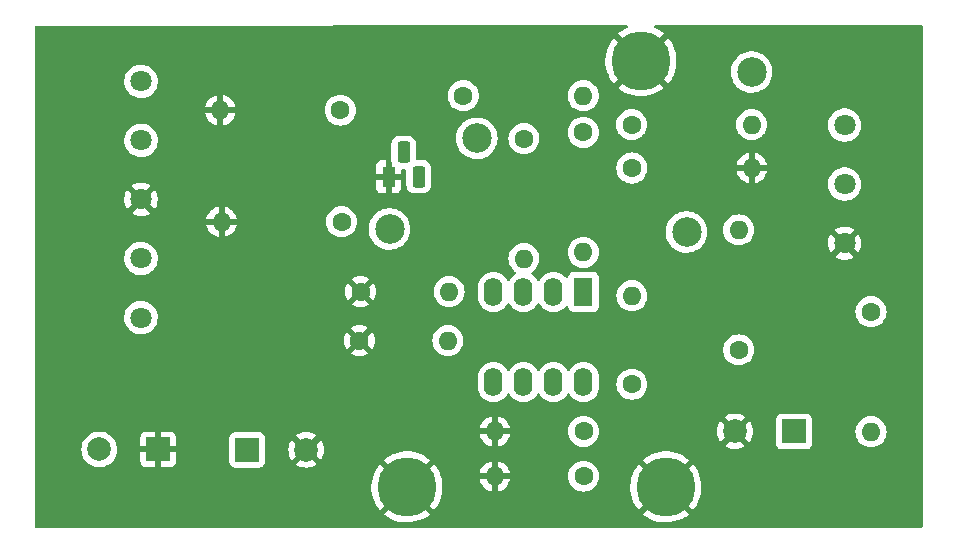
<source format=gbr>
%TF.GenerationSoftware,KiCad,Pcbnew,(6.0.0)*%
%TF.CreationDate,2022-02-02T10:45:07-05:00*%
%TF.ProjectId,PID_electronics,5049445f-656c-4656-9374-726f6e696373,rev?*%
%TF.SameCoordinates,Original*%
%TF.FileFunction,Copper,L2,Bot*%
%TF.FilePolarity,Positive*%
%FSLAX46Y46*%
G04 Gerber Fmt 4.6, Leading zero omitted, Abs format (unit mm)*
G04 Created by KiCad (PCBNEW (6.0.0)) date 2022-02-02 10:45:07*
%MOMM*%
%LPD*%
G01*
G04 APERTURE LIST*
G04 Aperture macros list*
%AMRoundRect*
0 Rectangle with rounded corners*
0 $1 Rounding radius*
0 $2 $3 $4 $5 $6 $7 $8 $9 X,Y pos of 4 corners*
0 Add a 4 corners polygon primitive as box body*
4,1,4,$2,$3,$4,$5,$6,$7,$8,$9,$2,$3,0*
0 Add four circle primitives for the rounded corners*
1,1,$1+$1,$2,$3*
1,1,$1+$1,$4,$5*
1,1,$1+$1,$6,$7*
1,1,$1+$1,$8,$9*
0 Add four rect primitives between the rounded corners*
20,1,$1+$1,$2,$3,$4,$5,0*
20,1,$1+$1,$4,$5,$6,$7,0*
20,1,$1+$1,$6,$7,$8,$9,0*
20,1,$1+$1,$8,$9,$2,$3,0*%
G04 Aperture macros list end*
%TA.AperFunction,ComponentPad*%
%ADD10C,2.500000*%
%TD*%
%TA.AperFunction,ComponentPad*%
%ADD11C,5.000000*%
%TD*%
%TA.AperFunction,ComponentPad*%
%ADD12RoundRect,0.275000X-0.275000X-0.625000X0.275000X-0.625000X0.275000X0.625000X-0.275000X0.625000X0*%
%TD*%
%TA.AperFunction,ComponentPad*%
%ADD13R,1.100000X1.800000*%
%TD*%
%TA.AperFunction,ComponentPad*%
%ADD14C,1.600000*%
%TD*%
%TA.AperFunction,ComponentPad*%
%ADD15O,1.600000X1.600000*%
%TD*%
%TA.AperFunction,ComponentPad*%
%ADD16R,2.000000X2.000000*%
%TD*%
%TA.AperFunction,ComponentPad*%
%ADD17C,2.000000*%
%TD*%
%TA.AperFunction,ComponentPad*%
%ADD18C,1.803400*%
%TD*%
%TA.AperFunction,ComponentPad*%
%ADD19O,1.600000X2.400000*%
%TD*%
%TA.AperFunction,ComponentPad*%
%ADD20R,1.600000X2.400000*%
%TD*%
G04 APERTURE END LIST*
D10*
%TO.P,REF\u002A\u002A,1*%
%TO.N,Net-(R1-Pad1)*%
X121767600Y-80975200D03*
%TD*%
%TO.P,REF\u002A\u002A,1*%
%TO.N,Net-(J2-Pad1)*%
X145034000Y-75361800D03*
%TD*%
%TO.P,REF\u002A\u002A,1*%
%TO.N,Net-(J2-Pad2)*%
X139522200Y-88900000D03*
%TD*%
%TO.P,REF\u002A\u002A,1*%
%TO.N,Net-(Q3-Pad2)*%
X114376200Y-88646000D03*
%TD*%
D11*
%TO.P,REF\u002A\u002A,*%
%TO.N,GNDREF*%
X135661400Y-74404000D03*
%TD*%
%TO.P,REF\u002A\u002A,*%
%TO.N,GNDREF*%
X137769600Y-110490000D03*
%TD*%
%TO.P,REF\u002A\u002A,*%
%TO.N,GNDREF*%
X115849400Y-110490000D03*
%TD*%
D12*
%TO.P,Q3,2,G*%
%TO.N,Net-(Q3-Pad2)*%
X115570000Y-82150000D03*
%TO.P,Q3,3,D*%
%TO.N,Net-(Q3-Pad3)*%
X116840000Y-84220000D03*
D13*
%TO.P,Q3,1,S*%
%TO.N,GNDREF*%
X114300000Y-84220000D03*
%TD*%
D14*
%TO.P,R10,1*%
%TO.N,Net-(J2-Pad1)*%
X155143200Y-95656400D03*
D15*
%TO.P,R10,2*%
%TO.N,Net-(R10-Pad2)*%
X155143200Y-105816400D03*
%TD*%
D14*
%TO.P,C1,1*%
%TO.N,Net-(C1-Pad1)*%
X134899400Y-101794000D03*
D15*
%TO.P,C1,2*%
%TO.N,Net-(C1-Pad2)*%
X134899400Y-94294000D03*
%TD*%
D16*
%TO.P,C5,1*%
%TO.N,+15V*%
X102331123Y-107340400D03*
D17*
%TO.P,C5,2*%
%TO.N,GNDREF*%
X107331123Y-107340400D03*
%TD*%
D18*
%TO.P,J2,1,Pin_1*%
%TO.N,Net-(J2-Pad1)*%
X152900000Y-79853500D03*
%TO.P,J2,2,Pin_2*%
%TO.N,Net-(J2-Pad2)*%
X152900000Y-84853500D03*
%TO.P,J2,3,Pin_3*%
%TO.N,GNDREF*%
X152900000Y-89853500D03*
%TD*%
D16*
%TO.P,C4,1*%
%TO.N,GNDREF*%
X94798277Y-107315000D03*
D17*
%TO.P,C4,2*%
%TO.N,-15V*%
X89798277Y-107315000D03*
%TD*%
D14*
%TO.P,C7,1*%
%TO.N,+15V*%
X130800800Y-109575600D03*
D15*
%TO.P,C7,2*%
%TO.N,GNDREF*%
X123300800Y-109575600D03*
%TD*%
D18*
%TO.P,J1,1,Pin_1*%
%TO.N,Net-(R1-Pad1)*%
X93337000Y-76148899D03*
%TO.P,J1,2,Pin_2*%
%TO.N,Net-(Q3-Pad2)*%
X93337000Y-81148899D03*
%TO.P,J1,3,Pin_3*%
%TO.N,GNDREF*%
X93337000Y-86148899D03*
%TO.P,J1,4,Pin_4*%
%TO.N,-15V*%
X93337000Y-91148900D03*
%TO.P,J1,5,Pin_5*%
%TO.N,+15V*%
X93337000Y-96148900D03*
%TD*%
D14*
%TO.P,R7,1*%
%TO.N,Net-(C1-Pad2)*%
X134874000Y-79806800D03*
D15*
%TO.P,R7,2*%
%TO.N,Net-(J2-Pad1)*%
X145034000Y-79806800D03*
%TD*%
D14*
%TO.P,C3,1*%
%TO.N,+15V*%
X130800800Y-105791000D03*
D15*
%TO.P,C3,2*%
%TO.N,GNDREF*%
X123300800Y-105791000D03*
%TD*%
D14*
%TO.P,R4,1*%
%TO.N,Net-(R1-Pad1)*%
X110210600Y-78587600D03*
D15*
%TO.P,R4,2*%
%TO.N,GNDREF*%
X100050600Y-78587600D03*
%TD*%
D14*
%TO.P,R8,1*%
%TO.N,Net-(C1-Pad2)*%
X134899400Y-83489800D03*
D15*
%TO.P,R8,2*%
%TO.N,GNDREF*%
X145059400Y-83489800D03*
%TD*%
D19*
%TO.P,U1,8,V+*%
%TO.N,+15V*%
X130800000Y-101605000D03*
%TO.P,U1,7*%
%TO.N,Net-(C1-Pad1)*%
X128260000Y-101605000D03*
%TO.P,U1,6,-*%
%TO.N,Net-(C1-Pad2)*%
X125720000Y-101605000D03*
%TO.P,U1,5,+*%
%TO.N,Net-(R2-Pad2)*%
X123180000Y-101605000D03*
%TO.P,U1,4,V-*%
%TO.N,-15V*%
X123180000Y-93985000D03*
%TO.P,U1,3,+*%
%TO.N,Net-(Q3-Pad3)*%
X125720000Y-93985000D03*
%TO.P,U1,2,-*%
%TO.N,Net-(R1-Pad2)*%
X128260000Y-93985000D03*
D20*
%TO.P,U1,1*%
%TO.N,Net-(R2-Pad2)*%
X130800000Y-93985000D03*
%TD*%
D14*
%TO.P,C8,1*%
%TO.N,GNDREF*%
X111820000Y-98094800D03*
D15*
%TO.P,C8,2*%
%TO.N,-15V*%
X119320000Y-98094800D03*
%TD*%
D14*
%TO.P,C2,1*%
%TO.N,GNDREF*%
X111921600Y-93954600D03*
D15*
%TO.P,C2,2*%
%TO.N,-15V*%
X119421600Y-93954600D03*
%TD*%
D14*
%TO.P,R9,1*%
%TO.N,Net-(Q3-Pad2)*%
X110312200Y-88036400D03*
D15*
%TO.P,R9,2*%
%TO.N,GNDREF*%
X100152200Y-88036400D03*
%TD*%
D14*
%TO.P,R3,1*%
%TO.N,Net-(R1-Pad1)*%
X125755400Y-81000600D03*
D15*
%TO.P,R3,2*%
%TO.N,Net-(Q3-Pad3)*%
X125755400Y-91160600D03*
%TD*%
D14*
%TO.P,R2,1*%
%TO.N,Net-(R1-Pad2)*%
X130784600Y-80467200D03*
D15*
%TO.P,R2,2*%
%TO.N,Net-(R2-Pad2)*%
X130784600Y-90627200D03*
%TD*%
D14*
%TO.P,R6,1*%
%TO.N,Net-(C1-Pad1)*%
X143941800Y-98882200D03*
D15*
%TO.P,R6,2*%
%TO.N,Net-(J2-Pad2)*%
X143941800Y-88722200D03*
%TD*%
D14*
%TO.P,R1,1*%
%TO.N,Net-(R1-Pad1)*%
X120624600Y-77368400D03*
D15*
%TO.P,R1,2*%
%TO.N,Net-(R1-Pad2)*%
X130784600Y-77368400D03*
%TD*%
D16*
%TO.P,C6,1*%
%TO.N,Net-(R10-Pad2)*%
X148620877Y-105791000D03*
D17*
%TO.P,C6,2*%
%TO.N,GNDREF*%
X143620877Y-105791000D03*
%TD*%
%TA.AperFunction,Conductor*%
%TO.N,GNDREF*%
G36*
X159479081Y-71394380D02*
G01*
X159525610Y-71448004D01*
X159537031Y-71500494D01*
X159522826Y-95889802D01*
X159512369Y-113843873D01*
X159492327Y-113911982D01*
X159438645Y-113958444D01*
X159386369Y-113969800D01*
X84454370Y-113969800D01*
X84386249Y-113949798D01*
X84339756Y-113896142D01*
X84328370Y-113843727D01*
X84328984Y-112791681D01*
X113913260Y-112791681D01*
X113913278Y-112791933D01*
X113919193Y-112800677D01*
X113950511Y-112829174D01*
X113956148Y-112833738D01*
X114231944Y-113031918D01*
X114238082Y-113035813D01*
X114534835Y-113200984D01*
X114541355Y-113204136D01*
X114855138Y-113334109D01*
X114861989Y-113336495D01*
X115188612Y-113429536D01*
X115195701Y-113431120D01*
X115530865Y-113486006D01*
X115538071Y-113486763D01*
X115877326Y-113502762D01*
X115884576Y-113502686D01*
X116223410Y-113479587D01*
X116230619Y-113478676D01*
X116564560Y-113416784D01*
X116571590Y-113415057D01*
X116896219Y-113315187D01*
X116902997Y-113312667D01*
X117214003Y-113176145D01*
X117220443Y-113172864D01*
X117513693Y-113001502D01*
X117519726Y-112997493D01*
X117778228Y-112803405D01*
X117786682Y-112792078D01*
X117786465Y-112791681D01*
X135833460Y-112791681D01*
X135833478Y-112791933D01*
X135839393Y-112800677D01*
X135870711Y-112829174D01*
X135876348Y-112833738D01*
X136152144Y-113031918D01*
X136158282Y-113035813D01*
X136455035Y-113200984D01*
X136461555Y-113204136D01*
X136775338Y-113334109D01*
X136782189Y-113336495D01*
X137108812Y-113429536D01*
X137115901Y-113431120D01*
X137451065Y-113486006D01*
X137458271Y-113486763D01*
X137797526Y-113502762D01*
X137804776Y-113502686D01*
X138143610Y-113479587D01*
X138150819Y-113478676D01*
X138484760Y-113416784D01*
X138491790Y-113415057D01*
X138816419Y-113315187D01*
X138823197Y-113312667D01*
X139134203Y-113176145D01*
X139140643Y-113172864D01*
X139433893Y-113001502D01*
X139439926Y-112997493D01*
X139698428Y-112803405D01*
X139706882Y-112792078D01*
X139700137Y-112779748D01*
X137782410Y-110862020D01*
X137768469Y-110854408D01*
X137766634Y-110854539D01*
X137760020Y-110858790D01*
X135841074Y-112777737D01*
X135833460Y-112791681D01*
X117786465Y-112791681D01*
X117779937Y-112779748D01*
X115862210Y-110862020D01*
X115848269Y-110854408D01*
X115846434Y-110854539D01*
X115839820Y-110858790D01*
X113920874Y-112777737D01*
X113913260Y-112791681D01*
X84328984Y-112791681D01*
X84330379Y-110398987D01*
X112837884Y-110398987D01*
X112846774Y-110738505D01*
X112847380Y-110745721D01*
X112895235Y-111081963D01*
X112896669Y-111089074D01*
X112982855Y-111417595D01*
X112985092Y-111424478D01*
X113108464Y-111740914D01*
X113111481Y-111747503D01*
X113270402Y-112047652D01*
X113274161Y-112053860D01*
X113466529Y-112333757D01*
X113470974Y-112339486D01*
X113538143Y-112416484D01*
X113551317Y-112424888D01*
X113561169Y-112419020D01*
X115477380Y-110502810D01*
X115483757Y-110491131D01*
X116213808Y-110491131D01*
X116213939Y-110492966D01*
X116218190Y-110499580D01*
X118135668Y-112417057D01*
X118149022Y-112424349D01*
X118158994Y-112417295D01*
X118266041Y-112289267D01*
X118270357Y-112283456D01*
X118456832Y-111999575D01*
X118460446Y-111993313D01*
X118613058Y-111689882D01*
X118615930Y-111683244D01*
X118732649Y-111364293D01*
X118734745Y-111357351D01*
X118814031Y-111027103D01*
X118815315Y-111019964D01*
X118856216Y-110681973D01*
X118856640Y-110676403D01*
X118862410Y-110492797D01*
X118862337Y-110487204D01*
X118842738Y-110147303D01*
X118841906Y-110140113D01*
X118789899Y-109842122D01*
X122018073Y-109842122D01*
X122065564Y-110019361D01*
X122069310Y-110029653D01*
X122161386Y-110227111D01*
X122166869Y-110236607D01*
X122291828Y-110415067D01*
X122298884Y-110423475D01*
X122452925Y-110577516D01*
X122461333Y-110584572D01*
X122639793Y-110709531D01*
X122649289Y-110715014D01*
X122846747Y-110807090D01*
X122857039Y-110810836D01*
X123029303Y-110856994D01*
X123043399Y-110856658D01*
X123046800Y-110848716D01*
X123046800Y-110843567D01*
X123554800Y-110843567D01*
X123558773Y-110857098D01*
X123567322Y-110858327D01*
X123744561Y-110810836D01*
X123754853Y-110807090D01*
X123952311Y-110715014D01*
X123961807Y-110709531D01*
X124140267Y-110584572D01*
X124148675Y-110577516D01*
X124302716Y-110423475D01*
X124309772Y-110415067D01*
X124434731Y-110236607D01*
X124440214Y-110227111D01*
X124532290Y-110029653D01*
X124536036Y-110019361D01*
X124582194Y-109847097D01*
X124581858Y-109833001D01*
X124573916Y-109829600D01*
X123572915Y-109829600D01*
X123557676Y-109834075D01*
X123556471Y-109835465D01*
X123554800Y-109843148D01*
X123554800Y-110843567D01*
X123046800Y-110843567D01*
X123046800Y-109847715D01*
X123042325Y-109832476D01*
X123040935Y-109831271D01*
X123033252Y-109829600D01*
X122032833Y-109829600D01*
X122019302Y-109833573D01*
X122018073Y-109842122D01*
X118789899Y-109842122D01*
X118783513Y-109805529D01*
X118781858Y-109798474D01*
X118715839Y-109575600D01*
X129487302Y-109575600D01*
X129507257Y-109803687D01*
X129508681Y-109809000D01*
X129508681Y-109809002D01*
X129517831Y-109843148D01*
X129566516Y-110024843D01*
X129568839Y-110029824D01*
X129568839Y-110029825D01*
X129660951Y-110227362D01*
X129660954Y-110227367D01*
X129663277Y-110232349D01*
X129666434Y-110236857D01*
X129779959Y-110398987D01*
X129794602Y-110419900D01*
X129956500Y-110581798D01*
X129961008Y-110584955D01*
X129961011Y-110584957D01*
X130039189Y-110639698D01*
X130144051Y-110713123D01*
X130149033Y-110715446D01*
X130149038Y-110715449D01*
X130345565Y-110807090D01*
X130351557Y-110809884D01*
X130356865Y-110811306D01*
X130356867Y-110811307D01*
X130567398Y-110867719D01*
X130567400Y-110867719D01*
X130572713Y-110869143D01*
X130800800Y-110889098D01*
X131028887Y-110869143D01*
X131034200Y-110867719D01*
X131034202Y-110867719D01*
X131244733Y-110811307D01*
X131244735Y-110811306D01*
X131250043Y-110809884D01*
X131256035Y-110807090D01*
X131452562Y-110715449D01*
X131452567Y-110715446D01*
X131457549Y-110713123D01*
X131562411Y-110639698D01*
X131640589Y-110584957D01*
X131640592Y-110584955D01*
X131645100Y-110581798D01*
X131806998Y-110419900D01*
X131821642Y-110398987D01*
X134758084Y-110398987D01*
X134766974Y-110738505D01*
X134767580Y-110745721D01*
X134815435Y-111081963D01*
X134816869Y-111089074D01*
X134903055Y-111417595D01*
X134905292Y-111424478D01*
X135028664Y-111740914D01*
X135031681Y-111747503D01*
X135190602Y-112047652D01*
X135194361Y-112053860D01*
X135386729Y-112333757D01*
X135391174Y-112339486D01*
X135458343Y-112416484D01*
X135471517Y-112424888D01*
X135481369Y-112419020D01*
X137397580Y-110502810D01*
X137403957Y-110491131D01*
X138134008Y-110491131D01*
X138134139Y-110492966D01*
X138138390Y-110499580D01*
X140055868Y-112417057D01*
X140069222Y-112424349D01*
X140079194Y-112417295D01*
X140186241Y-112289267D01*
X140190557Y-112283456D01*
X140377032Y-111999575D01*
X140380646Y-111993313D01*
X140533258Y-111689882D01*
X140536130Y-111683244D01*
X140652849Y-111364293D01*
X140654945Y-111357351D01*
X140734231Y-111027103D01*
X140735515Y-111019964D01*
X140776416Y-110681973D01*
X140776840Y-110676403D01*
X140782610Y-110492797D01*
X140782537Y-110487204D01*
X140762938Y-110147303D01*
X140762106Y-110140113D01*
X140703713Y-109805529D01*
X140702058Y-109798474D01*
X140605598Y-109472834D01*
X140603140Y-109466006D01*
X140469890Y-109153608D01*
X140466673Y-109147125D01*
X140298388Y-108852089D01*
X140294456Y-108846034D01*
X140093374Y-108572295D01*
X140088766Y-108566726D01*
X140083430Y-108560984D01*
X140069778Y-108552866D01*
X140069170Y-108552887D01*
X140060692Y-108558119D01*
X138141620Y-110477190D01*
X138134008Y-110491131D01*
X137403957Y-110491131D01*
X137405192Y-110488869D01*
X137405061Y-110487034D01*
X137400810Y-110480420D01*
X135481974Y-108561585D01*
X135469181Y-108554599D01*
X135458427Y-108562464D01*
X135297637Y-108767527D01*
X135293502Y-108773476D01*
X135116040Y-109063068D01*
X135112619Y-109069447D01*
X134969616Y-109377522D01*
X134966956Y-109384241D01*
X134860311Y-109706707D01*
X134858434Y-109713711D01*
X134789561Y-110046288D01*
X134788504Y-110053449D01*
X134758312Y-110391735D01*
X134758084Y-110398987D01*
X131821642Y-110398987D01*
X131935166Y-110236857D01*
X131938323Y-110232349D01*
X131940646Y-110227367D01*
X131940649Y-110227362D01*
X132032761Y-110029825D01*
X132032761Y-110029824D01*
X132035084Y-110024843D01*
X132083770Y-109843148D01*
X132092919Y-109809002D01*
X132092919Y-109809000D01*
X132094343Y-109803687D01*
X132114298Y-109575600D01*
X132094343Y-109347513D01*
X132084044Y-109309078D01*
X132036507Y-109131667D01*
X132036506Y-109131665D01*
X132035084Y-109126357D01*
X131940766Y-108924089D01*
X131940649Y-108923838D01*
X131940646Y-108923833D01*
X131938323Y-108918851D01*
X131841226Y-108780183D01*
X131810157Y-108735811D01*
X131810155Y-108735808D01*
X131806998Y-108731300D01*
X131645100Y-108569402D01*
X131640592Y-108566245D01*
X131640589Y-108566243D01*
X131475599Y-108450716D01*
X131457549Y-108438077D01*
X131452567Y-108435754D01*
X131452562Y-108435751D01*
X131255025Y-108343639D01*
X131255024Y-108343639D01*
X131250043Y-108341316D01*
X131244735Y-108339894D01*
X131244733Y-108339893D01*
X131034202Y-108283481D01*
X131034200Y-108283481D01*
X131028887Y-108282057D01*
X130800800Y-108262102D01*
X130572713Y-108282057D01*
X130567400Y-108283481D01*
X130567398Y-108283481D01*
X130356867Y-108339893D01*
X130356865Y-108339894D01*
X130351557Y-108341316D01*
X130346576Y-108343639D01*
X130346575Y-108343639D01*
X130149038Y-108435751D01*
X130149033Y-108435754D01*
X130144051Y-108438077D01*
X130126001Y-108450716D01*
X129961011Y-108566243D01*
X129961008Y-108566245D01*
X129956500Y-108569402D01*
X129794602Y-108731300D01*
X129791445Y-108735808D01*
X129791443Y-108735811D01*
X129760374Y-108780183D01*
X129663277Y-108918851D01*
X129660954Y-108923833D01*
X129660951Y-108923838D01*
X129660834Y-108924089D01*
X129566516Y-109126357D01*
X129565094Y-109131665D01*
X129565093Y-109131667D01*
X129517556Y-109309078D01*
X129507257Y-109347513D01*
X129487302Y-109575600D01*
X118715839Y-109575600D01*
X118685398Y-109472834D01*
X118682940Y-109466006D01*
X118613882Y-109304103D01*
X122019406Y-109304103D01*
X122019742Y-109318199D01*
X122027684Y-109321600D01*
X123028685Y-109321600D01*
X123043924Y-109317125D01*
X123045129Y-109315735D01*
X123046800Y-109308052D01*
X123046800Y-109303485D01*
X123554800Y-109303485D01*
X123559275Y-109318724D01*
X123560665Y-109319929D01*
X123568348Y-109321600D01*
X124568767Y-109321600D01*
X124582298Y-109317627D01*
X124583527Y-109309078D01*
X124536036Y-109131839D01*
X124532290Y-109121547D01*
X124440214Y-108924089D01*
X124434731Y-108914593D01*
X124309772Y-108736133D01*
X124302716Y-108727725D01*
X124148675Y-108573684D01*
X124140267Y-108566628D01*
X123961807Y-108441669D01*
X123952311Y-108436186D01*
X123754853Y-108344110D01*
X123744561Y-108340364D01*
X123572297Y-108294206D01*
X123558201Y-108294542D01*
X123554800Y-108302484D01*
X123554800Y-109303485D01*
X123046800Y-109303485D01*
X123046800Y-108307633D01*
X123042827Y-108294102D01*
X123034278Y-108292873D01*
X122857039Y-108340364D01*
X122846747Y-108344110D01*
X122649289Y-108436186D01*
X122639793Y-108441669D01*
X122461333Y-108566628D01*
X122452925Y-108573684D01*
X122298884Y-108727725D01*
X122291828Y-108736133D01*
X122166869Y-108914593D01*
X122161386Y-108924089D01*
X122069310Y-109121547D01*
X122065564Y-109131839D01*
X122019406Y-109304103D01*
X118613882Y-109304103D01*
X118549690Y-109153608D01*
X118546473Y-109147125D01*
X118378188Y-108852089D01*
X118374256Y-108846034D01*
X118173174Y-108572295D01*
X118168566Y-108566726D01*
X118163230Y-108560984D01*
X118149578Y-108552866D01*
X118148970Y-108552887D01*
X118140492Y-108558119D01*
X116221420Y-110477190D01*
X116213808Y-110491131D01*
X115483757Y-110491131D01*
X115484992Y-110488869D01*
X115484861Y-110487034D01*
X115480610Y-110480420D01*
X113561774Y-108561585D01*
X113548981Y-108554599D01*
X113538227Y-108562464D01*
X113377437Y-108767527D01*
X113373302Y-108773476D01*
X113195840Y-109063068D01*
X113192419Y-109069447D01*
X113049416Y-109377522D01*
X113046756Y-109384241D01*
X112940111Y-109706707D01*
X112938234Y-109713711D01*
X112869361Y-110046288D01*
X112868304Y-110053449D01*
X112838112Y-110391735D01*
X112837884Y-110398987D01*
X84330379Y-110398987D01*
X84332177Y-107315000D01*
X88285112Y-107315000D01*
X88303742Y-107551711D01*
X88304896Y-107556518D01*
X88304897Y-107556524D01*
X88319192Y-107616065D01*
X88359172Y-107782594D01*
X88361065Y-107787165D01*
X88361066Y-107787167D01*
X88387728Y-107851534D01*
X88450037Y-108001963D01*
X88452623Y-108006183D01*
X88571518Y-108200202D01*
X88571522Y-108200208D01*
X88574101Y-108204416D01*
X88728308Y-108384969D01*
X88908861Y-108539176D01*
X88913069Y-108541755D01*
X88913075Y-108541759D01*
X89107094Y-108660654D01*
X89111314Y-108663240D01*
X89115884Y-108665133D01*
X89115888Y-108665135D01*
X89275626Y-108731300D01*
X89330683Y-108754105D01*
X89386590Y-108767527D01*
X89556753Y-108808380D01*
X89556759Y-108808381D01*
X89561566Y-108809535D01*
X89798277Y-108828165D01*
X90034988Y-108809535D01*
X90039795Y-108808381D01*
X90039801Y-108808380D01*
X90209964Y-108767527D01*
X90265871Y-108754105D01*
X90320928Y-108731300D01*
X90480666Y-108665135D01*
X90480670Y-108665133D01*
X90485240Y-108663240D01*
X90489460Y-108660654D01*
X90683479Y-108541759D01*
X90683485Y-108541755D01*
X90687693Y-108539176D01*
X90868246Y-108384969D01*
X90889854Y-108359669D01*
X93290278Y-108359669D01*
X93290648Y-108366490D01*
X93296172Y-108417352D01*
X93299798Y-108432604D01*
X93344953Y-108553054D01*
X93353491Y-108568649D01*
X93429992Y-108670724D01*
X93442553Y-108683285D01*
X93544628Y-108759786D01*
X93560223Y-108768324D01*
X93680671Y-108813478D01*
X93695926Y-108817105D01*
X93746791Y-108822631D01*
X93753605Y-108823000D01*
X94526162Y-108823000D01*
X94541401Y-108818525D01*
X94542606Y-108817135D01*
X94544277Y-108809452D01*
X94544277Y-108804884D01*
X95052277Y-108804884D01*
X95056752Y-108820123D01*
X95058142Y-108821328D01*
X95065825Y-108822999D01*
X95842946Y-108822999D01*
X95849767Y-108822629D01*
X95900629Y-108817105D01*
X95915881Y-108813479D01*
X96036331Y-108768324D01*
X96051926Y-108759786D01*
X96154001Y-108683285D01*
X96166562Y-108670724D01*
X96243063Y-108568649D01*
X96251601Y-108553054D01*
X96296755Y-108432606D01*
X96300382Y-108417351D01*
X96303513Y-108388534D01*
X100822623Y-108388534D01*
X100829378Y-108450716D01*
X100880508Y-108587105D01*
X100967862Y-108703661D01*
X101084418Y-108791015D01*
X101220807Y-108842145D01*
X101282989Y-108848900D01*
X103379257Y-108848900D01*
X103441439Y-108842145D01*
X103577828Y-108791015D01*
X103694384Y-108703661D01*
X103781738Y-108587105D01*
X103786999Y-108573070D01*
X106463283Y-108573070D01*
X106469010Y-108580720D01*
X106640165Y-108685605D01*
X106648960Y-108690087D01*
X106859111Y-108777134D01*
X106868496Y-108780183D01*
X107089677Y-108833285D01*
X107099424Y-108834828D01*
X107326193Y-108852675D01*
X107336053Y-108852675D01*
X107562822Y-108834828D01*
X107572569Y-108833285D01*
X107793750Y-108780183D01*
X107803135Y-108777134D01*
X108013286Y-108690087D01*
X108022081Y-108685605D01*
X108189568Y-108582968D01*
X108199030Y-108572510D01*
X108195247Y-108563734D01*
X107343935Y-107712422D01*
X107329991Y-107704808D01*
X107328158Y-107704939D01*
X107321543Y-107709190D01*
X106470043Y-108560690D01*
X106463283Y-108573070D01*
X103786999Y-108573070D01*
X103832868Y-108450716D01*
X103839623Y-108388534D01*
X103839623Y-107345330D01*
X105818848Y-107345330D01*
X105836695Y-107572099D01*
X105838238Y-107581846D01*
X105891340Y-107803027D01*
X105894389Y-107812412D01*
X105981436Y-108022563D01*
X105985918Y-108031358D01*
X106088555Y-108198845D01*
X106099013Y-108208307D01*
X106107789Y-108204524D01*
X106959101Y-107353212D01*
X106965479Y-107341532D01*
X107695531Y-107341532D01*
X107695662Y-107343365D01*
X107699913Y-107349980D01*
X108551413Y-108201480D01*
X108563793Y-108208240D01*
X108571443Y-108202513D01*
X108578469Y-108191048D01*
X113914532Y-108191048D01*
X113920927Y-108202316D01*
X115836590Y-110117980D01*
X115850531Y-110125592D01*
X115852366Y-110125461D01*
X115858980Y-110121210D01*
X117776474Y-108203716D01*
X117783391Y-108191048D01*
X135834732Y-108191048D01*
X135841127Y-108202316D01*
X137756790Y-110117980D01*
X137770731Y-110125592D01*
X137772566Y-110125461D01*
X137779180Y-110121210D01*
X139696674Y-108203716D01*
X139704066Y-108190179D01*
X139697279Y-108180479D01*
X139594076Y-108092335D01*
X139588304Y-108087953D01*
X139306396Y-107898519D01*
X139300175Y-107894839D01*
X138998357Y-107739060D01*
X138991746Y-107736116D01*
X138674039Y-107616065D01*
X138667113Y-107613894D01*
X138337712Y-107531155D01*
X138330605Y-107529799D01*
X137993878Y-107485468D01*
X137986636Y-107484937D01*
X137647067Y-107479602D01*
X137639805Y-107479906D01*
X137301856Y-107513638D01*
X137294708Y-107514770D01*
X136962863Y-107587124D01*
X136955885Y-107589072D01*
X136634560Y-107699086D01*
X136627853Y-107701823D01*
X136321307Y-107848039D01*
X136314949Y-107851534D01*
X136027254Y-108032005D01*
X136021331Y-108036214D01*
X135843201Y-108178923D01*
X135834732Y-108191048D01*
X117783391Y-108191048D01*
X117783866Y-108190179D01*
X117777079Y-108180479D01*
X117673876Y-108092335D01*
X117668104Y-108087953D01*
X117386196Y-107898519D01*
X117379975Y-107894839D01*
X117078157Y-107739060D01*
X117071546Y-107736116D01*
X116753839Y-107616065D01*
X116746913Y-107613894D01*
X116417512Y-107531155D01*
X116410405Y-107529799D01*
X116073678Y-107485468D01*
X116066436Y-107484937D01*
X115726867Y-107479602D01*
X115719605Y-107479906D01*
X115381656Y-107513638D01*
X115374508Y-107514770D01*
X115042663Y-107587124D01*
X115035685Y-107589072D01*
X114714360Y-107699086D01*
X114707653Y-107701823D01*
X114401107Y-107848039D01*
X114394749Y-107851534D01*
X114107054Y-108032005D01*
X114101131Y-108036214D01*
X113923001Y-108178923D01*
X113914532Y-108191048D01*
X108578469Y-108191048D01*
X108676328Y-108031358D01*
X108680810Y-108022563D01*
X108767857Y-107812412D01*
X108770906Y-107803027D01*
X108824008Y-107581846D01*
X108825551Y-107572099D01*
X108843398Y-107345330D01*
X108843398Y-107335470D01*
X108825551Y-107108701D01*
X108824008Y-107098954D01*
X108770906Y-106877773D01*
X108767857Y-106868388D01*
X108680810Y-106658237D01*
X108676328Y-106649442D01*
X108573691Y-106481955D01*
X108563233Y-106472493D01*
X108554457Y-106476276D01*
X107703145Y-107327588D01*
X107695531Y-107341532D01*
X106965479Y-107341532D01*
X106966715Y-107339268D01*
X106966584Y-107337435D01*
X106962333Y-107330820D01*
X106110833Y-106479320D01*
X106098453Y-106472560D01*
X106090803Y-106478287D01*
X105985918Y-106649442D01*
X105981436Y-106658237D01*
X105894389Y-106868388D01*
X105891340Y-106877773D01*
X105838238Y-107098954D01*
X105836695Y-107108701D01*
X105818848Y-107335470D01*
X105818848Y-107345330D01*
X103839623Y-107345330D01*
X103839623Y-106292266D01*
X103832868Y-106230084D01*
X103787209Y-106108290D01*
X106463216Y-106108290D01*
X106466999Y-106117066D01*
X107318311Y-106968378D01*
X107332255Y-106975992D01*
X107334088Y-106975861D01*
X107340703Y-106971610D01*
X108192203Y-106120110D01*
X108198963Y-106107730D01*
X108193236Y-106100080D01*
X108123788Y-106057522D01*
X122018073Y-106057522D01*
X122065564Y-106234761D01*
X122069310Y-106245053D01*
X122161386Y-106442511D01*
X122166869Y-106452007D01*
X122291828Y-106630467D01*
X122298884Y-106638875D01*
X122452925Y-106792916D01*
X122461333Y-106799972D01*
X122639793Y-106924931D01*
X122649289Y-106930414D01*
X122846747Y-107022490D01*
X122857039Y-107026236D01*
X123029303Y-107072394D01*
X123043399Y-107072058D01*
X123046800Y-107064116D01*
X123046800Y-107058967D01*
X123554800Y-107058967D01*
X123558773Y-107072498D01*
X123567322Y-107073727D01*
X123744561Y-107026236D01*
X123754853Y-107022490D01*
X123952311Y-106930414D01*
X123961807Y-106924931D01*
X124140267Y-106799972D01*
X124148675Y-106792916D01*
X124302716Y-106638875D01*
X124309772Y-106630467D01*
X124434731Y-106452007D01*
X124440214Y-106442511D01*
X124532290Y-106245053D01*
X124536036Y-106234761D01*
X124582194Y-106062497D01*
X124581858Y-106048401D01*
X124573916Y-106045000D01*
X123572915Y-106045000D01*
X123557676Y-106049475D01*
X123556471Y-106050865D01*
X123554800Y-106058548D01*
X123554800Y-107058967D01*
X123046800Y-107058967D01*
X123046800Y-106063115D01*
X123042325Y-106047876D01*
X123040935Y-106046671D01*
X123033252Y-106045000D01*
X122032833Y-106045000D01*
X122019302Y-106048973D01*
X122018073Y-106057522D01*
X108123788Y-106057522D01*
X108022081Y-105995195D01*
X108013286Y-105990713D01*
X107803135Y-105903666D01*
X107793750Y-105900617D01*
X107572569Y-105847515D01*
X107562822Y-105845972D01*
X107336053Y-105828125D01*
X107326193Y-105828125D01*
X107099424Y-105845972D01*
X107089677Y-105847515D01*
X106868496Y-105900617D01*
X106859111Y-105903666D01*
X106648960Y-105990713D01*
X106640165Y-105995195D01*
X106472678Y-106097832D01*
X106463216Y-106108290D01*
X103787209Y-106108290D01*
X103781738Y-106093695D01*
X103694384Y-105977139D01*
X103577828Y-105889785D01*
X103441439Y-105838655D01*
X103379257Y-105831900D01*
X101282989Y-105831900D01*
X101220807Y-105838655D01*
X101084418Y-105889785D01*
X100967862Y-105977139D01*
X100880508Y-106093695D01*
X100829378Y-106230084D01*
X100822623Y-106292266D01*
X100822623Y-108388534D01*
X96303513Y-108388534D01*
X96305908Y-108366486D01*
X96306277Y-108359672D01*
X96306277Y-107587115D01*
X96301802Y-107571876D01*
X96300412Y-107570671D01*
X96292729Y-107569000D01*
X95070392Y-107569000D01*
X95055153Y-107573475D01*
X95053948Y-107574865D01*
X95052277Y-107582548D01*
X95052277Y-108804884D01*
X94544277Y-108804884D01*
X94544277Y-107587115D01*
X94539802Y-107571876D01*
X94538412Y-107570671D01*
X94530729Y-107569000D01*
X93308393Y-107569000D01*
X93293154Y-107573475D01*
X93291949Y-107574865D01*
X93290278Y-107582548D01*
X93290278Y-108359669D01*
X90889854Y-108359669D01*
X91022453Y-108204416D01*
X91025032Y-108200208D01*
X91025036Y-108200202D01*
X91143931Y-108006183D01*
X91146517Y-108001963D01*
X91208827Y-107851534D01*
X91235488Y-107787167D01*
X91235489Y-107787165D01*
X91237382Y-107782594D01*
X91277362Y-107616065D01*
X91291657Y-107556524D01*
X91291658Y-107556518D01*
X91292812Y-107551711D01*
X91311442Y-107315000D01*
X91292812Y-107078289D01*
X91291317Y-107072058D01*
X91284313Y-107042885D01*
X93290277Y-107042885D01*
X93294752Y-107058124D01*
X93296142Y-107059329D01*
X93303825Y-107061000D01*
X94526162Y-107061000D01*
X94541401Y-107056525D01*
X94542606Y-107055135D01*
X94544277Y-107047452D01*
X94544277Y-107042885D01*
X95052277Y-107042885D01*
X95056752Y-107058124D01*
X95058142Y-107059329D01*
X95065825Y-107061000D01*
X96288161Y-107061000D01*
X96303400Y-107056525D01*
X96304605Y-107055135D01*
X96306276Y-107047452D01*
X96306276Y-106270331D01*
X96305906Y-106263510D01*
X96300382Y-106212648D01*
X96296756Y-106197396D01*
X96251601Y-106076946D01*
X96243063Y-106061351D01*
X96166562Y-105959276D01*
X96154001Y-105946715D01*
X96051926Y-105870214D01*
X96036331Y-105861676D01*
X95915883Y-105816522D01*
X95900628Y-105812895D01*
X95849763Y-105807369D01*
X95842949Y-105807000D01*
X95070392Y-105807000D01*
X95055153Y-105811475D01*
X95053948Y-105812865D01*
X95052277Y-105820548D01*
X95052277Y-107042885D01*
X94544277Y-107042885D01*
X94544277Y-105825116D01*
X94539802Y-105809877D01*
X94538412Y-105808672D01*
X94530729Y-105807001D01*
X93753608Y-105807001D01*
X93746787Y-105807371D01*
X93695925Y-105812895D01*
X93680673Y-105816521D01*
X93560223Y-105861676D01*
X93544628Y-105870214D01*
X93442553Y-105946715D01*
X93429992Y-105959276D01*
X93353491Y-106061351D01*
X93344953Y-106076946D01*
X93299799Y-106197394D01*
X93296172Y-106212649D01*
X93290646Y-106263514D01*
X93290277Y-106270328D01*
X93290277Y-107042885D01*
X91284313Y-107042885D01*
X91256637Y-106927609D01*
X91237382Y-106847406D01*
X91217894Y-106800357D01*
X91148412Y-106632611D01*
X91148410Y-106632607D01*
X91146517Y-106628037D01*
X91143931Y-106623817D01*
X91025036Y-106429798D01*
X91025032Y-106429792D01*
X91022453Y-106425584D01*
X90868246Y-106245031D01*
X90687693Y-106090824D01*
X90683485Y-106088245D01*
X90683479Y-106088241D01*
X90489460Y-105969346D01*
X90485240Y-105966760D01*
X90480670Y-105964867D01*
X90480666Y-105964865D01*
X90270444Y-105877789D01*
X90270442Y-105877788D01*
X90265871Y-105875895D01*
X90122310Y-105841429D01*
X90039801Y-105821620D01*
X90039795Y-105821619D01*
X90034988Y-105820465D01*
X89798277Y-105801835D01*
X89561566Y-105820465D01*
X89556759Y-105821619D01*
X89556753Y-105821620D01*
X89474244Y-105841429D01*
X89330683Y-105875895D01*
X89326112Y-105877788D01*
X89326110Y-105877789D01*
X89115888Y-105964865D01*
X89115884Y-105964867D01*
X89111314Y-105966760D01*
X89107094Y-105969346D01*
X88913075Y-106088241D01*
X88913069Y-106088245D01*
X88908861Y-106090824D01*
X88728308Y-106245031D01*
X88574101Y-106425584D01*
X88571522Y-106429792D01*
X88571518Y-106429798D01*
X88452623Y-106623817D01*
X88450037Y-106628037D01*
X88448144Y-106632607D01*
X88448142Y-106632611D01*
X88378660Y-106800357D01*
X88359172Y-106847406D01*
X88339917Y-106927609D01*
X88305238Y-107072058D01*
X88303742Y-107078289D01*
X88285112Y-107315000D01*
X84332177Y-107315000D01*
X84333066Y-105791000D01*
X129487302Y-105791000D01*
X129507257Y-106019087D01*
X129508681Y-106024400D01*
X129508681Y-106024402D01*
X129555035Y-106197394D01*
X129566516Y-106240243D01*
X129568839Y-106245224D01*
X129568839Y-106245225D01*
X129660951Y-106442762D01*
X129660954Y-106442767D01*
X129663277Y-106447749D01*
X129794602Y-106635300D01*
X129956500Y-106797198D01*
X129961008Y-106800355D01*
X129961011Y-106800357D01*
X130021242Y-106842531D01*
X130144051Y-106928523D01*
X130149033Y-106930846D01*
X130149038Y-106930849D01*
X130328074Y-107014334D01*
X130351557Y-107025284D01*
X130356865Y-107026706D01*
X130356867Y-107026707D01*
X130567398Y-107083119D01*
X130567400Y-107083119D01*
X130572713Y-107084543D01*
X130800800Y-107104498D01*
X131028887Y-107084543D01*
X131034200Y-107083119D01*
X131034202Y-107083119D01*
X131244733Y-107026707D01*
X131244735Y-107026706D01*
X131250043Y-107025284D01*
X131253504Y-107023670D01*
X142753037Y-107023670D01*
X142758764Y-107031320D01*
X142929919Y-107136205D01*
X142938714Y-107140687D01*
X143148865Y-107227734D01*
X143158250Y-107230783D01*
X143379431Y-107283885D01*
X143389178Y-107285428D01*
X143615947Y-107303275D01*
X143625807Y-107303275D01*
X143852576Y-107285428D01*
X143862323Y-107283885D01*
X144083504Y-107230783D01*
X144092889Y-107227734D01*
X144303040Y-107140687D01*
X144311835Y-107136205D01*
X144479322Y-107033568D01*
X144488784Y-107023110D01*
X144485001Y-107014334D01*
X144309801Y-106839134D01*
X147112377Y-106839134D01*
X147119132Y-106901316D01*
X147170262Y-107037705D01*
X147257616Y-107154261D01*
X147374172Y-107241615D01*
X147510561Y-107292745D01*
X147572743Y-107299500D01*
X149669011Y-107299500D01*
X149731193Y-107292745D01*
X149867582Y-107241615D01*
X149984138Y-107154261D01*
X150071492Y-107037705D01*
X150122622Y-106901316D01*
X150129377Y-106839134D01*
X150129377Y-105816400D01*
X153829702Y-105816400D01*
X153849657Y-106044487D01*
X153851081Y-106049800D01*
X153851081Y-106049802D01*
X153890629Y-106197394D01*
X153908916Y-106265643D01*
X153911239Y-106270624D01*
X153911239Y-106270625D01*
X154003351Y-106468162D01*
X154003354Y-106468167D01*
X154005677Y-106473149D01*
X154079102Y-106578011D01*
X154133098Y-106655124D01*
X154137002Y-106660700D01*
X154298900Y-106822598D01*
X154303408Y-106825755D01*
X154303411Y-106825757D01*
X154364295Y-106868388D01*
X154486451Y-106953923D01*
X154491433Y-106956246D01*
X154491438Y-106956249D01*
X154687026Y-107047452D01*
X154693957Y-107050684D01*
X154699265Y-107052106D01*
X154699267Y-107052107D01*
X154909798Y-107108519D01*
X154909800Y-107108519D01*
X154915113Y-107109943D01*
X155143200Y-107129898D01*
X155371287Y-107109943D01*
X155376600Y-107108519D01*
X155376602Y-107108519D01*
X155587133Y-107052107D01*
X155587135Y-107052106D01*
X155592443Y-107050684D01*
X155599374Y-107047452D01*
X155794962Y-106956249D01*
X155794967Y-106956246D01*
X155799949Y-106953923D01*
X155922105Y-106868388D01*
X155982989Y-106825757D01*
X155982992Y-106825755D01*
X155987500Y-106822598D01*
X156149398Y-106660700D01*
X156153303Y-106655124D01*
X156207298Y-106578011D01*
X156280723Y-106473149D01*
X156283046Y-106468167D01*
X156283049Y-106468162D01*
X156375161Y-106270625D01*
X156375161Y-106270624D01*
X156377484Y-106265643D01*
X156395772Y-106197394D01*
X156435319Y-106049802D01*
X156435319Y-106049800D01*
X156436743Y-106044487D01*
X156456698Y-105816400D01*
X156436743Y-105588313D01*
X156435319Y-105582998D01*
X156378907Y-105372467D01*
X156378906Y-105372465D01*
X156377484Y-105367157D01*
X156355023Y-105318988D01*
X156283049Y-105164638D01*
X156283046Y-105164633D01*
X156280723Y-105159651D01*
X156149398Y-104972100D01*
X155987500Y-104810202D01*
X155982992Y-104807045D01*
X155982989Y-104807043D01*
X155896214Y-104746283D01*
X155799949Y-104678877D01*
X155794967Y-104676554D01*
X155794962Y-104676551D01*
X155597425Y-104584439D01*
X155597424Y-104584439D01*
X155592443Y-104582116D01*
X155587135Y-104580694D01*
X155587133Y-104580693D01*
X155376602Y-104524281D01*
X155376600Y-104524281D01*
X155371287Y-104522857D01*
X155143200Y-104502902D01*
X154915113Y-104522857D01*
X154909800Y-104524281D01*
X154909798Y-104524281D01*
X154699267Y-104580693D01*
X154699265Y-104580694D01*
X154693957Y-104582116D01*
X154688976Y-104584439D01*
X154688975Y-104584439D01*
X154491438Y-104676551D01*
X154491433Y-104676554D01*
X154486451Y-104678877D01*
X154390186Y-104746283D01*
X154303411Y-104807043D01*
X154303408Y-104807045D01*
X154298900Y-104810202D01*
X154137002Y-104972100D01*
X154005677Y-105159651D01*
X154003354Y-105164633D01*
X154003351Y-105164638D01*
X153931377Y-105318988D01*
X153908916Y-105367157D01*
X153907494Y-105372465D01*
X153907493Y-105372467D01*
X153851081Y-105582998D01*
X153849657Y-105588313D01*
X153829702Y-105816400D01*
X150129377Y-105816400D01*
X150129377Y-104742866D01*
X150122622Y-104680684D01*
X150071492Y-104544295D01*
X149984138Y-104427739D01*
X149867582Y-104340385D01*
X149731193Y-104289255D01*
X149669011Y-104282500D01*
X147572743Y-104282500D01*
X147510561Y-104289255D01*
X147374172Y-104340385D01*
X147257616Y-104427739D01*
X147170262Y-104544295D01*
X147119132Y-104680684D01*
X147112377Y-104742866D01*
X147112377Y-106839134D01*
X144309801Y-106839134D01*
X143633689Y-106163022D01*
X143619745Y-106155408D01*
X143617912Y-106155539D01*
X143611297Y-106159790D01*
X142759797Y-107011290D01*
X142753037Y-107023670D01*
X131253504Y-107023670D01*
X131273526Y-107014334D01*
X131452562Y-106930849D01*
X131452567Y-106930846D01*
X131457549Y-106928523D01*
X131580358Y-106842531D01*
X131640589Y-106800357D01*
X131640592Y-106800355D01*
X131645100Y-106797198D01*
X131806998Y-106635300D01*
X131938323Y-106447749D01*
X131940646Y-106442767D01*
X131940649Y-106442762D01*
X132032761Y-106245225D01*
X132032761Y-106245224D01*
X132035084Y-106240243D01*
X132046566Y-106197394D01*
X132092919Y-106024402D01*
X132092919Y-106024400D01*
X132094343Y-106019087D01*
X132113867Y-105795930D01*
X142108602Y-105795930D01*
X142126449Y-106022699D01*
X142127992Y-106032446D01*
X142181094Y-106253627D01*
X142184143Y-106263012D01*
X142271190Y-106473163D01*
X142275672Y-106481958D01*
X142378309Y-106649445D01*
X142388767Y-106658907D01*
X142397543Y-106655124D01*
X143248855Y-105803812D01*
X143255233Y-105792132D01*
X143985285Y-105792132D01*
X143985416Y-105793965D01*
X143989667Y-105800580D01*
X144841167Y-106652080D01*
X144853547Y-106658840D01*
X144861197Y-106653113D01*
X144966082Y-106481958D01*
X144970564Y-106473163D01*
X145057611Y-106263012D01*
X145060660Y-106253627D01*
X145113762Y-106032446D01*
X145115305Y-106022699D01*
X145133152Y-105795930D01*
X145133152Y-105786070D01*
X145115305Y-105559301D01*
X145113762Y-105549554D01*
X145060660Y-105328373D01*
X145057611Y-105318988D01*
X144970564Y-105108837D01*
X144966082Y-105100042D01*
X144863445Y-104932555D01*
X144852987Y-104923093D01*
X144844211Y-104926876D01*
X143992899Y-105778188D01*
X143985285Y-105792132D01*
X143255233Y-105792132D01*
X143256469Y-105789868D01*
X143256338Y-105788035D01*
X143252087Y-105781420D01*
X142400587Y-104929920D01*
X142388207Y-104923160D01*
X142380557Y-104928887D01*
X142275672Y-105100042D01*
X142271190Y-105108837D01*
X142184143Y-105318988D01*
X142181094Y-105328373D01*
X142127992Y-105549554D01*
X142126449Y-105559301D01*
X142108602Y-105786070D01*
X142108602Y-105795930D01*
X132113867Y-105795930D01*
X132114298Y-105791000D01*
X132094343Y-105562913D01*
X132092919Y-105557598D01*
X132036507Y-105347067D01*
X132036506Y-105347065D01*
X132035084Y-105341757D01*
X131952493Y-105164638D01*
X131940649Y-105139238D01*
X131940646Y-105139233D01*
X131938323Y-105134251D01*
X131827942Y-104976611D01*
X131810157Y-104951211D01*
X131810155Y-104951208D01*
X131806998Y-104946700D01*
X131645100Y-104784802D01*
X131640592Y-104781645D01*
X131640589Y-104781643D01*
X131507624Y-104688540D01*
X131457549Y-104653477D01*
X131452567Y-104651154D01*
X131452562Y-104651151D01*
X131255025Y-104559039D01*
X131255024Y-104559039D01*
X131254705Y-104558890D01*
X142752970Y-104558890D01*
X142756753Y-104567666D01*
X143608065Y-105418978D01*
X143622009Y-105426592D01*
X143623842Y-105426461D01*
X143630457Y-105422210D01*
X144481957Y-104570710D01*
X144488717Y-104558330D01*
X144482990Y-104550680D01*
X144311835Y-104445795D01*
X144303040Y-104441313D01*
X144092889Y-104354266D01*
X144083504Y-104351217D01*
X143862323Y-104298115D01*
X143852576Y-104296572D01*
X143625807Y-104278725D01*
X143615947Y-104278725D01*
X143389178Y-104296572D01*
X143379431Y-104298115D01*
X143158250Y-104351217D01*
X143148865Y-104354266D01*
X142938714Y-104441313D01*
X142929919Y-104445795D01*
X142762432Y-104548432D01*
X142752970Y-104558890D01*
X131254705Y-104558890D01*
X131250043Y-104556716D01*
X131244735Y-104555294D01*
X131244733Y-104555293D01*
X131034202Y-104498881D01*
X131034200Y-104498881D01*
X131028887Y-104497457D01*
X130800800Y-104477502D01*
X130572713Y-104497457D01*
X130567400Y-104498881D01*
X130567398Y-104498881D01*
X130356867Y-104555293D01*
X130356865Y-104555294D01*
X130351557Y-104556716D01*
X130346576Y-104559039D01*
X130346575Y-104559039D01*
X130149038Y-104651151D01*
X130149033Y-104651154D01*
X130144051Y-104653477D01*
X130093976Y-104688540D01*
X129961011Y-104781643D01*
X129961008Y-104781645D01*
X129956500Y-104784802D01*
X129794602Y-104946700D01*
X129791445Y-104951208D01*
X129791443Y-104951211D01*
X129773658Y-104976611D01*
X129663277Y-105134251D01*
X129660954Y-105139233D01*
X129660951Y-105139238D01*
X129649107Y-105164638D01*
X129566516Y-105341757D01*
X129565094Y-105347065D01*
X129565093Y-105347067D01*
X129508681Y-105557598D01*
X129507257Y-105562913D01*
X129487302Y-105791000D01*
X84333066Y-105791000D01*
X84333224Y-105519503D01*
X122019406Y-105519503D01*
X122019742Y-105533599D01*
X122027684Y-105537000D01*
X123028685Y-105537000D01*
X123043924Y-105532525D01*
X123045129Y-105531135D01*
X123046800Y-105523452D01*
X123046800Y-105518885D01*
X123554800Y-105518885D01*
X123559275Y-105534124D01*
X123560665Y-105535329D01*
X123568348Y-105537000D01*
X124568767Y-105537000D01*
X124582298Y-105533027D01*
X124583527Y-105524478D01*
X124536036Y-105347239D01*
X124532290Y-105336947D01*
X124440214Y-105139489D01*
X124434731Y-105129993D01*
X124309772Y-104951533D01*
X124302716Y-104943125D01*
X124148675Y-104789084D01*
X124140267Y-104782028D01*
X123961807Y-104657069D01*
X123952311Y-104651586D01*
X123754853Y-104559510D01*
X123744561Y-104555764D01*
X123572297Y-104509606D01*
X123558201Y-104509942D01*
X123554800Y-104517884D01*
X123554800Y-105518885D01*
X123046800Y-105518885D01*
X123046800Y-104523033D01*
X123042827Y-104509502D01*
X123034278Y-104508273D01*
X122857039Y-104555764D01*
X122846747Y-104559510D01*
X122649289Y-104651586D01*
X122639793Y-104657069D01*
X122461333Y-104782028D01*
X122452925Y-104789084D01*
X122298884Y-104943125D01*
X122291828Y-104951533D01*
X122166869Y-105129993D01*
X122161386Y-105139489D01*
X122069310Y-105336947D01*
X122065564Y-105347239D01*
X122019406Y-105519503D01*
X84333224Y-105519503D01*
X84335240Y-102062127D01*
X121871500Y-102062127D01*
X121886457Y-102233087D01*
X121887881Y-102238400D01*
X121887881Y-102238402D01*
X121943444Y-102445762D01*
X121945716Y-102454243D01*
X121948039Y-102459224D01*
X121948039Y-102459225D01*
X122040151Y-102656762D01*
X122040154Y-102656767D01*
X122042477Y-102661749D01*
X122045634Y-102666257D01*
X122136692Y-102796301D01*
X122173802Y-102849300D01*
X122335700Y-103011198D01*
X122340208Y-103014355D01*
X122340211Y-103014357D01*
X122418389Y-103069098D01*
X122523251Y-103142523D01*
X122528233Y-103144846D01*
X122528238Y-103144849D01*
X122725775Y-103236961D01*
X122730757Y-103239284D01*
X122736065Y-103240706D01*
X122736067Y-103240707D01*
X122946598Y-103297119D01*
X122946600Y-103297119D01*
X122951913Y-103298543D01*
X123180000Y-103318498D01*
X123408087Y-103298543D01*
X123413400Y-103297119D01*
X123413402Y-103297119D01*
X123623933Y-103240707D01*
X123623935Y-103240706D01*
X123629243Y-103239284D01*
X123634225Y-103236961D01*
X123831762Y-103144849D01*
X123831767Y-103144846D01*
X123836749Y-103142523D01*
X123941611Y-103069098D01*
X124019789Y-103014357D01*
X124019792Y-103014355D01*
X124024300Y-103011198D01*
X124186198Y-102849300D01*
X124223309Y-102796301D01*
X124314366Y-102666257D01*
X124317523Y-102661749D01*
X124319846Y-102656767D01*
X124319849Y-102656762D01*
X124335805Y-102622543D01*
X124382722Y-102569258D01*
X124450999Y-102549797D01*
X124518959Y-102570339D01*
X124564195Y-102622543D01*
X124580151Y-102656762D01*
X124580154Y-102656767D01*
X124582477Y-102661749D01*
X124585634Y-102666257D01*
X124676692Y-102796301D01*
X124713802Y-102849300D01*
X124875700Y-103011198D01*
X124880208Y-103014355D01*
X124880211Y-103014357D01*
X124958389Y-103069098D01*
X125063251Y-103142523D01*
X125068233Y-103144846D01*
X125068238Y-103144849D01*
X125265775Y-103236961D01*
X125270757Y-103239284D01*
X125276065Y-103240706D01*
X125276067Y-103240707D01*
X125486598Y-103297119D01*
X125486600Y-103297119D01*
X125491913Y-103298543D01*
X125720000Y-103318498D01*
X125948087Y-103298543D01*
X125953400Y-103297119D01*
X125953402Y-103297119D01*
X126163933Y-103240707D01*
X126163935Y-103240706D01*
X126169243Y-103239284D01*
X126174225Y-103236961D01*
X126371762Y-103144849D01*
X126371767Y-103144846D01*
X126376749Y-103142523D01*
X126481611Y-103069098D01*
X126559789Y-103014357D01*
X126559792Y-103014355D01*
X126564300Y-103011198D01*
X126726198Y-102849300D01*
X126763309Y-102796301D01*
X126854366Y-102666257D01*
X126857523Y-102661749D01*
X126859846Y-102656767D01*
X126859849Y-102656762D01*
X126875805Y-102622543D01*
X126922722Y-102569258D01*
X126990999Y-102549797D01*
X127058959Y-102570339D01*
X127104195Y-102622543D01*
X127120151Y-102656762D01*
X127120154Y-102656767D01*
X127122477Y-102661749D01*
X127125634Y-102666257D01*
X127216692Y-102796301D01*
X127253802Y-102849300D01*
X127415700Y-103011198D01*
X127420208Y-103014355D01*
X127420211Y-103014357D01*
X127498389Y-103069098D01*
X127603251Y-103142523D01*
X127608233Y-103144846D01*
X127608238Y-103144849D01*
X127805775Y-103236961D01*
X127810757Y-103239284D01*
X127816065Y-103240706D01*
X127816067Y-103240707D01*
X128026598Y-103297119D01*
X128026600Y-103297119D01*
X128031913Y-103298543D01*
X128260000Y-103318498D01*
X128488087Y-103298543D01*
X128493400Y-103297119D01*
X128493402Y-103297119D01*
X128703933Y-103240707D01*
X128703935Y-103240706D01*
X128709243Y-103239284D01*
X128714225Y-103236961D01*
X128911762Y-103144849D01*
X128911767Y-103144846D01*
X128916749Y-103142523D01*
X129021611Y-103069098D01*
X129099789Y-103014357D01*
X129099792Y-103014355D01*
X129104300Y-103011198D01*
X129266198Y-102849300D01*
X129303309Y-102796301D01*
X129394366Y-102666257D01*
X129397523Y-102661749D01*
X129399846Y-102656767D01*
X129399849Y-102656762D01*
X129415805Y-102622543D01*
X129462722Y-102569258D01*
X129530999Y-102549797D01*
X129598959Y-102570339D01*
X129644195Y-102622543D01*
X129660151Y-102656762D01*
X129660154Y-102656767D01*
X129662477Y-102661749D01*
X129665634Y-102666257D01*
X129756692Y-102796301D01*
X129793802Y-102849300D01*
X129955700Y-103011198D01*
X129960208Y-103014355D01*
X129960211Y-103014357D01*
X130038389Y-103069098D01*
X130143251Y-103142523D01*
X130148233Y-103144846D01*
X130148238Y-103144849D01*
X130345775Y-103236961D01*
X130350757Y-103239284D01*
X130356065Y-103240706D01*
X130356067Y-103240707D01*
X130566598Y-103297119D01*
X130566600Y-103297119D01*
X130571913Y-103298543D01*
X130800000Y-103318498D01*
X131028087Y-103298543D01*
X131033400Y-103297119D01*
X131033402Y-103297119D01*
X131243933Y-103240707D01*
X131243935Y-103240706D01*
X131249243Y-103239284D01*
X131254225Y-103236961D01*
X131451762Y-103144849D01*
X131451767Y-103144846D01*
X131456749Y-103142523D01*
X131561611Y-103069098D01*
X131639789Y-103014357D01*
X131639792Y-103014355D01*
X131644300Y-103011198D01*
X131806198Y-102849300D01*
X131843309Y-102796301D01*
X131934366Y-102666257D01*
X131937523Y-102661749D01*
X131939846Y-102656767D01*
X131939849Y-102656762D01*
X132031961Y-102459225D01*
X132031961Y-102459224D01*
X132034284Y-102454243D01*
X132036557Y-102445762D01*
X132092119Y-102238402D01*
X132092119Y-102238400D01*
X132093543Y-102233087D01*
X132108500Y-102062127D01*
X132108500Y-101794000D01*
X133585902Y-101794000D01*
X133605857Y-102022087D01*
X133607281Y-102027400D01*
X133607281Y-102027402D01*
X133617316Y-102064851D01*
X133665116Y-102243243D01*
X133667439Y-102248224D01*
X133667439Y-102248225D01*
X133759551Y-102445762D01*
X133759554Y-102445767D01*
X133761877Y-102450749D01*
X133765034Y-102455257D01*
X133882169Y-102622543D01*
X133893202Y-102638300D01*
X134055100Y-102800198D01*
X134059608Y-102803355D01*
X134059611Y-102803357D01*
X134118782Y-102844789D01*
X134242651Y-102931523D01*
X134247633Y-102933846D01*
X134247638Y-102933849D01*
X134420290Y-103014357D01*
X134450157Y-103028284D01*
X134455465Y-103029706D01*
X134455467Y-103029707D01*
X134665998Y-103086119D01*
X134666000Y-103086119D01*
X134671313Y-103087543D01*
X134899400Y-103107498D01*
X135127487Y-103087543D01*
X135132800Y-103086119D01*
X135132802Y-103086119D01*
X135343333Y-103029707D01*
X135343335Y-103029706D01*
X135348643Y-103028284D01*
X135378510Y-103014357D01*
X135551162Y-102933849D01*
X135551167Y-102933846D01*
X135556149Y-102931523D01*
X135680018Y-102844789D01*
X135739189Y-102803357D01*
X135739192Y-102803355D01*
X135743700Y-102800198D01*
X135905598Y-102638300D01*
X135916632Y-102622543D01*
X136033766Y-102455257D01*
X136036923Y-102450749D01*
X136039246Y-102445767D01*
X136039249Y-102445762D01*
X136131361Y-102248225D01*
X136131361Y-102248224D01*
X136133684Y-102243243D01*
X136181485Y-102064851D01*
X136191519Y-102027402D01*
X136191519Y-102027400D01*
X136192943Y-102022087D01*
X136212898Y-101794000D01*
X136192943Y-101565913D01*
X136133684Y-101344757D01*
X136043154Y-101150613D01*
X136039249Y-101142238D01*
X136039246Y-101142233D01*
X136036923Y-101137251D01*
X135905598Y-100949700D01*
X135743700Y-100787802D01*
X135739192Y-100784645D01*
X135739189Y-100784643D01*
X135561470Y-100660203D01*
X135556149Y-100656477D01*
X135551167Y-100654154D01*
X135551162Y-100654151D01*
X135353625Y-100562039D01*
X135353624Y-100562039D01*
X135348643Y-100559716D01*
X135343335Y-100558294D01*
X135343333Y-100558293D01*
X135132802Y-100501881D01*
X135132800Y-100501881D01*
X135127487Y-100500457D01*
X134899400Y-100480502D01*
X134671313Y-100500457D01*
X134666000Y-100501881D01*
X134665998Y-100501881D01*
X134455467Y-100558293D01*
X134455465Y-100558294D01*
X134450157Y-100559716D01*
X134445176Y-100562039D01*
X134445175Y-100562039D01*
X134247638Y-100654151D01*
X134247633Y-100654154D01*
X134242651Y-100656477D01*
X134237330Y-100660203D01*
X134059611Y-100784643D01*
X134059608Y-100784645D01*
X134055100Y-100787802D01*
X133893202Y-100949700D01*
X133761877Y-101137251D01*
X133759554Y-101142233D01*
X133759551Y-101142238D01*
X133755646Y-101150613D01*
X133665116Y-101344757D01*
X133605857Y-101565913D01*
X133585902Y-101794000D01*
X132108500Y-101794000D01*
X132108500Y-101147873D01*
X132107177Y-101132743D01*
X132094022Y-100982393D01*
X132093543Y-100976913D01*
X132043915Y-100791699D01*
X132035707Y-100761067D01*
X132035706Y-100761065D01*
X132034284Y-100755757D01*
X131989727Y-100660203D01*
X131939849Y-100553238D01*
X131939846Y-100553233D01*
X131937523Y-100548251D01*
X131806198Y-100360700D01*
X131644300Y-100198802D01*
X131639792Y-100195645D01*
X131639789Y-100195643D01*
X131523420Y-100114161D01*
X131456749Y-100067477D01*
X131451767Y-100065154D01*
X131451762Y-100065151D01*
X131254225Y-99973039D01*
X131254224Y-99973039D01*
X131249243Y-99970716D01*
X131243935Y-99969294D01*
X131243933Y-99969293D01*
X131033402Y-99912881D01*
X131033400Y-99912881D01*
X131028087Y-99911457D01*
X130800000Y-99891502D01*
X130571913Y-99911457D01*
X130566600Y-99912881D01*
X130566598Y-99912881D01*
X130356067Y-99969293D01*
X130356065Y-99969294D01*
X130350757Y-99970716D01*
X130345776Y-99973039D01*
X130345775Y-99973039D01*
X130148238Y-100065151D01*
X130148233Y-100065154D01*
X130143251Y-100067477D01*
X130076580Y-100114161D01*
X129960211Y-100195643D01*
X129960208Y-100195645D01*
X129955700Y-100198802D01*
X129793802Y-100360700D01*
X129662477Y-100548251D01*
X129660154Y-100553233D01*
X129660151Y-100553238D01*
X129644195Y-100587457D01*
X129597278Y-100640742D01*
X129529001Y-100660203D01*
X129461041Y-100639661D01*
X129415805Y-100587457D01*
X129399849Y-100553238D01*
X129399846Y-100553233D01*
X129397523Y-100548251D01*
X129266198Y-100360700D01*
X129104300Y-100198802D01*
X129099792Y-100195645D01*
X129099789Y-100195643D01*
X128983420Y-100114161D01*
X128916749Y-100067477D01*
X128911767Y-100065154D01*
X128911762Y-100065151D01*
X128714225Y-99973039D01*
X128714224Y-99973039D01*
X128709243Y-99970716D01*
X128703935Y-99969294D01*
X128703933Y-99969293D01*
X128493402Y-99912881D01*
X128493400Y-99912881D01*
X128488087Y-99911457D01*
X128260000Y-99891502D01*
X128031913Y-99911457D01*
X128026600Y-99912881D01*
X128026598Y-99912881D01*
X127816067Y-99969293D01*
X127816065Y-99969294D01*
X127810757Y-99970716D01*
X127805776Y-99973039D01*
X127805775Y-99973039D01*
X127608238Y-100065151D01*
X127608233Y-100065154D01*
X127603251Y-100067477D01*
X127536580Y-100114161D01*
X127420211Y-100195643D01*
X127420208Y-100195645D01*
X127415700Y-100198802D01*
X127253802Y-100360700D01*
X127122477Y-100548251D01*
X127120154Y-100553233D01*
X127120151Y-100553238D01*
X127104195Y-100587457D01*
X127057278Y-100640742D01*
X126989001Y-100660203D01*
X126921041Y-100639661D01*
X126875805Y-100587457D01*
X126859849Y-100553238D01*
X126859846Y-100553233D01*
X126857523Y-100548251D01*
X126726198Y-100360700D01*
X126564300Y-100198802D01*
X126559792Y-100195645D01*
X126559789Y-100195643D01*
X126443420Y-100114161D01*
X126376749Y-100067477D01*
X126371767Y-100065154D01*
X126371762Y-100065151D01*
X126174225Y-99973039D01*
X126174224Y-99973039D01*
X126169243Y-99970716D01*
X126163935Y-99969294D01*
X126163933Y-99969293D01*
X125953402Y-99912881D01*
X125953400Y-99912881D01*
X125948087Y-99911457D01*
X125720000Y-99891502D01*
X125491913Y-99911457D01*
X125486600Y-99912881D01*
X125486598Y-99912881D01*
X125276067Y-99969293D01*
X125276065Y-99969294D01*
X125270757Y-99970716D01*
X125265776Y-99973039D01*
X125265775Y-99973039D01*
X125068238Y-100065151D01*
X125068233Y-100065154D01*
X125063251Y-100067477D01*
X124996580Y-100114161D01*
X124880211Y-100195643D01*
X124880208Y-100195645D01*
X124875700Y-100198802D01*
X124713802Y-100360700D01*
X124582477Y-100548251D01*
X124580154Y-100553233D01*
X124580151Y-100553238D01*
X124564195Y-100587457D01*
X124517278Y-100640742D01*
X124449001Y-100660203D01*
X124381041Y-100639661D01*
X124335805Y-100587457D01*
X124319849Y-100553238D01*
X124319846Y-100553233D01*
X124317523Y-100548251D01*
X124186198Y-100360700D01*
X124024300Y-100198802D01*
X124019792Y-100195645D01*
X124019789Y-100195643D01*
X123903420Y-100114161D01*
X123836749Y-100067477D01*
X123831767Y-100065154D01*
X123831762Y-100065151D01*
X123634225Y-99973039D01*
X123634224Y-99973039D01*
X123629243Y-99970716D01*
X123623935Y-99969294D01*
X123623933Y-99969293D01*
X123413402Y-99912881D01*
X123413400Y-99912881D01*
X123408087Y-99911457D01*
X123180000Y-99891502D01*
X122951913Y-99911457D01*
X122946600Y-99912881D01*
X122946598Y-99912881D01*
X122736067Y-99969293D01*
X122736065Y-99969294D01*
X122730757Y-99970716D01*
X122725776Y-99973039D01*
X122725775Y-99973039D01*
X122528238Y-100065151D01*
X122528233Y-100065154D01*
X122523251Y-100067477D01*
X122456580Y-100114161D01*
X122340211Y-100195643D01*
X122340208Y-100195645D01*
X122335700Y-100198802D01*
X122173802Y-100360700D01*
X122042477Y-100548251D01*
X122040154Y-100553233D01*
X122040151Y-100553238D01*
X121990273Y-100660203D01*
X121945716Y-100755757D01*
X121944294Y-100761065D01*
X121944293Y-100761067D01*
X121936085Y-100791699D01*
X121886457Y-100976913D01*
X121885978Y-100982393D01*
X121872824Y-101132743D01*
X121871500Y-101147873D01*
X121871500Y-102062127D01*
X84335240Y-102062127D01*
X84336920Y-99180862D01*
X111098493Y-99180862D01*
X111107789Y-99192877D01*
X111158994Y-99228731D01*
X111168489Y-99234214D01*
X111365947Y-99326290D01*
X111376239Y-99330036D01*
X111586688Y-99386425D01*
X111597481Y-99388328D01*
X111814525Y-99407317D01*
X111825475Y-99407317D01*
X112042519Y-99388328D01*
X112053312Y-99386425D01*
X112263761Y-99330036D01*
X112274053Y-99326290D01*
X112471511Y-99234214D01*
X112481006Y-99228731D01*
X112533048Y-99192291D01*
X112541424Y-99181812D01*
X112534356Y-99168366D01*
X111832812Y-98466822D01*
X111818868Y-98459208D01*
X111817035Y-98459339D01*
X111810420Y-98463590D01*
X111104923Y-99169087D01*
X111098493Y-99180862D01*
X84336920Y-99180862D01*
X84337550Y-98100275D01*
X110507483Y-98100275D01*
X110526472Y-98317319D01*
X110528375Y-98328112D01*
X110584764Y-98538561D01*
X110588510Y-98548853D01*
X110680586Y-98746311D01*
X110686069Y-98755806D01*
X110722509Y-98807848D01*
X110732988Y-98816224D01*
X110746434Y-98809156D01*
X111447978Y-98107612D01*
X111454356Y-98095932D01*
X112184408Y-98095932D01*
X112184539Y-98097765D01*
X112188790Y-98104380D01*
X112894287Y-98809877D01*
X112906062Y-98816307D01*
X112918077Y-98807011D01*
X112953931Y-98755806D01*
X112959414Y-98746311D01*
X113051490Y-98548853D01*
X113055236Y-98538561D01*
X113111625Y-98328112D01*
X113113528Y-98317319D01*
X113132517Y-98100275D01*
X113132517Y-98094800D01*
X118006502Y-98094800D01*
X118026457Y-98322887D01*
X118027881Y-98328200D01*
X118027881Y-98328202D01*
X118065025Y-98466822D01*
X118085716Y-98544043D01*
X118088039Y-98549024D01*
X118088039Y-98549025D01*
X118180151Y-98746562D01*
X118180154Y-98746567D01*
X118182477Y-98751549D01*
X118313802Y-98939100D01*
X118475700Y-99100998D01*
X118480208Y-99104155D01*
X118480211Y-99104157D01*
X118558389Y-99158898D01*
X118663251Y-99232323D01*
X118668233Y-99234646D01*
X118668238Y-99234649D01*
X118864765Y-99326290D01*
X118870757Y-99329084D01*
X118876065Y-99330506D01*
X118876067Y-99330507D01*
X119086598Y-99386919D01*
X119086600Y-99386919D01*
X119091913Y-99388343D01*
X119320000Y-99408298D01*
X119548087Y-99388343D01*
X119553400Y-99386919D01*
X119553402Y-99386919D01*
X119763933Y-99330507D01*
X119763935Y-99330506D01*
X119769243Y-99329084D01*
X119775235Y-99326290D01*
X119971762Y-99234649D01*
X119971767Y-99234646D01*
X119976749Y-99232323D01*
X120081611Y-99158898D01*
X120159789Y-99104157D01*
X120159792Y-99104155D01*
X120164300Y-99100998D01*
X120326198Y-98939100D01*
X120366040Y-98882200D01*
X142628302Y-98882200D01*
X142648257Y-99110287D01*
X142649681Y-99115600D01*
X142649681Y-99115602D01*
X142667168Y-99180862D01*
X142707516Y-99331443D01*
X142709839Y-99336424D01*
X142709839Y-99336425D01*
X142801951Y-99533962D01*
X142801954Y-99533967D01*
X142804277Y-99538949D01*
X142935602Y-99726500D01*
X143097500Y-99888398D01*
X143102008Y-99891555D01*
X143102011Y-99891557D01*
X143132465Y-99912881D01*
X143285051Y-100019723D01*
X143290033Y-100022046D01*
X143290038Y-100022049D01*
X143487575Y-100114161D01*
X143492557Y-100116484D01*
X143497865Y-100117906D01*
X143497867Y-100117907D01*
X143708398Y-100174319D01*
X143708400Y-100174319D01*
X143713713Y-100175743D01*
X143941800Y-100195698D01*
X144169887Y-100175743D01*
X144175200Y-100174319D01*
X144175202Y-100174319D01*
X144385733Y-100117907D01*
X144385735Y-100117906D01*
X144391043Y-100116484D01*
X144396025Y-100114161D01*
X144593562Y-100022049D01*
X144593567Y-100022046D01*
X144598549Y-100019723D01*
X144751135Y-99912881D01*
X144781589Y-99891557D01*
X144781592Y-99891555D01*
X144786100Y-99888398D01*
X144947998Y-99726500D01*
X145079323Y-99538949D01*
X145081646Y-99533967D01*
X145081649Y-99533962D01*
X145173761Y-99336425D01*
X145173761Y-99336424D01*
X145176084Y-99331443D01*
X145216433Y-99180862D01*
X145233919Y-99115602D01*
X145233919Y-99115600D01*
X145235343Y-99110287D01*
X145255298Y-98882200D01*
X145235343Y-98654113D01*
X145207185Y-98549025D01*
X145177507Y-98438267D01*
X145177506Y-98438265D01*
X145176084Y-98432957D01*
X145173761Y-98427975D01*
X145081649Y-98230438D01*
X145081646Y-98230433D01*
X145079323Y-98225451D01*
X144947998Y-98037900D01*
X144786100Y-97876002D01*
X144781592Y-97872845D01*
X144781589Y-97872843D01*
X144703411Y-97818102D01*
X144598549Y-97744677D01*
X144593567Y-97742354D01*
X144593562Y-97742351D01*
X144396025Y-97650239D01*
X144396024Y-97650239D01*
X144391043Y-97647916D01*
X144385735Y-97646494D01*
X144385733Y-97646493D01*
X144175202Y-97590081D01*
X144175200Y-97590081D01*
X144169887Y-97588657D01*
X143941800Y-97568702D01*
X143713713Y-97588657D01*
X143708400Y-97590081D01*
X143708398Y-97590081D01*
X143497867Y-97646493D01*
X143497865Y-97646494D01*
X143492557Y-97647916D01*
X143487576Y-97650239D01*
X143487575Y-97650239D01*
X143290038Y-97742351D01*
X143290033Y-97742354D01*
X143285051Y-97744677D01*
X143180189Y-97818102D01*
X143102011Y-97872843D01*
X143102008Y-97872845D01*
X143097500Y-97876002D01*
X142935602Y-98037900D01*
X142804277Y-98225451D01*
X142801954Y-98230433D01*
X142801951Y-98230438D01*
X142709839Y-98427975D01*
X142707516Y-98432957D01*
X142706094Y-98438265D01*
X142706093Y-98438267D01*
X142676415Y-98549025D01*
X142648257Y-98654113D01*
X142628302Y-98882200D01*
X120366040Y-98882200D01*
X120457523Y-98751549D01*
X120459846Y-98746567D01*
X120459849Y-98746562D01*
X120551961Y-98549025D01*
X120551961Y-98549024D01*
X120554284Y-98544043D01*
X120574976Y-98466822D01*
X120612119Y-98328202D01*
X120612119Y-98328200D01*
X120613543Y-98322887D01*
X120633498Y-98094800D01*
X120613543Y-97866713D01*
X120576981Y-97730261D01*
X120555707Y-97650867D01*
X120555706Y-97650865D01*
X120554284Y-97645557D01*
X120551961Y-97640575D01*
X120459849Y-97443038D01*
X120459846Y-97443033D01*
X120457523Y-97438051D01*
X120326198Y-97250500D01*
X120164300Y-97088602D01*
X120159792Y-97085445D01*
X120159789Y-97085443D01*
X120033920Y-96997309D01*
X119976749Y-96957277D01*
X119971767Y-96954954D01*
X119971762Y-96954951D01*
X119774225Y-96862839D01*
X119774224Y-96862839D01*
X119769243Y-96860516D01*
X119763935Y-96859094D01*
X119763933Y-96859093D01*
X119553402Y-96802681D01*
X119553400Y-96802681D01*
X119548087Y-96801257D01*
X119320000Y-96781302D01*
X119091913Y-96801257D01*
X119086600Y-96802681D01*
X119086598Y-96802681D01*
X118876067Y-96859093D01*
X118876065Y-96859094D01*
X118870757Y-96860516D01*
X118865776Y-96862839D01*
X118865775Y-96862839D01*
X118668238Y-96954951D01*
X118668233Y-96954954D01*
X118663251Y-96957277D01*
X118606080Y-96997309D01*
X118480211Y-97085443D01*
X118480208Y-97085445D01*
X118475700Y-97088602D01*
X118313802Y-97250500D01*
X118182477Y-97438051D01*
X118180154Y-97443033D01*
X118180151Y-97443038D01*
X118088039Y-97640575D01*
X118085716Y-97645557D01*
X118084294Y-97650865D01*
X118084293Y-97650867D01*
X118063019Y-97730261D01*
X118026457Y-97866713D01*
X118006502Y-98094800D01*
X113132517Y-98094800D01*
X113132517Y-98089325D01*
X113113528Y-97872281D01*
X113111625Y-97861488D01*
X113055236Y-97651039D01*
X113051490Y-97640747D01*
X112959414Y-97443289D01*
X112953931Y-97433794D01*
X112917491Y-97381752D01*
X112907012Y-97373376D01*
X112893566Y-97380444D01*
X112192022Y-98081988D01*
X112184408Y-98095932D01*
X111454356Y-98095932D01*
X111455592Y-98093668D01*
X111455461Y-98091835D01*
X111451210Y-98085220D01*
X110745713Y-97379723D01*
X110733938Y-97373293D01*
X110721923Y-97382589D01*
X110686069Y-97433794D01*
X110680586Y-97443289D01*
X110588510Y-97640747D01*
X110584764Y-97651039D01*
X110528375Y-97861488D01*
X110526472Y-97872281D01*
X110507483Y-98089325D01*
X110507483Y-98100275D01*
X84337550Y-98100275D01*
X84338708Y-96114328D01*
X91922389Y-96114328D01*
X91935738Y-96345835D01*
X91986718Y-96572053D01*
X92073962Y-96786907D01*
X92076659Y-96791308D01*
X92185806Y-96969419D01*
X92195125Y-96984627D01*
X92346953Y-97159902D01*
X92525370Y-97308027D01*
X92529822Y-97310629D01*
X92529827Y-97310632D01*
X92652967Y-97382589D01*
X92725584Y-97425023D01*
X92942218Y-97507747D01*
X92947286Y-97508778D01*
X92947289Y-97508779D01*
X93059090Y-97531525D01*
X93169454Y-97553979D01*
X93174627Y-97554169D01*
X93174630Y-97554169D01*
X93396026Y-97562287D01*
X93396030Y-97562287D01*
X93401190Y-97562476D01*
X93406310Y-97561820D01*
X93406312Y-97561820D01*
X93477109Y-97552751D01*
X93631202Y-97533011D01*
X93636151Y-97531526D01*
X93636157Y-97531525D01*
X93848370Y-97467858D01*
X93853313Y-97466375D01*
X93900438Y-97443289D01*
X94056920Y-97366629D01*
X94061558Y-97364357D01*
X94145156Y-97304727D01*
X94246132Y-97232702D01*
X94246137Y-97232698D01*
X94250344Y-97229697D01*
X94414602Y-97066011D01*
X94456439Y-97007788D01*
X111098576Y-97007788D01*
X111105644Y-97021234D01*
X111807188Y-97722778D01*
X111821132Y-97730392D01*
X111822965Y-97730261D01*
X111829580Y-97726010D01*
X112535077Y-97020513D01*
X112541507Y-97008738D01*
X112532211Y-96996723D01*
X112481006Y-96960869D01*
X112471511Y-96955386D01*
X112274053Y-96863310D01*
X112263761Y-96859564D01*
X112053312Y-96803175D01*
X112042519Y-96801272D01*
X111825475Y-96782283D01*
X111814525Y-96782283D01*
X111597481Y-96801272D01*
X111586688Y-96803175D01*
X111376239Y-96859564D01*
X111365947Y-96863310D01*
X111168489Y-96955386D01*
X111158994Y-96960869D01*
X111106952Y-96997309D01*
X111098576Y-97007788D01*
X94456439Y-97007788D01*
X94549920Y-96877696D01*
X94558882Y-96859564D01*
X94650370Y-96674450D01*
X94650371Y-96674448D01*
X94652664Y-96669808D01*
X94704044Y-96500700D01*
X94718572Y-96452884D01*
X94718573Y-96452878D01*
X94720076Y-96447932D01*
X94750344Y-96218024D01*
X94752033Y-96148900D01*
X94745734Y-96072286D01*
X94733456Y-95922939D01*
X94733455Y-95922933D01*
X94733032Y-95917788D01*
X94676540Y-95692883D01*
X94584073Y-95480225D01*
X94458116Y-95285524D01*
X94430027Y-95254654D01*
X94305528Y-95117832D01*
X94305526Y-95117831D01*
X94302050Y-95114010D01*
X94297999Y-95110811D01*
X94297995Y-95110807D01*
X94209175Y-95040662D01*
X111200093Y-95040662D01*
X111209389Y-95052677D01*
X111260594Y-95088531D01*
X111270089Y-95094014D01*
X111467547Y-95186090D01*
X111477839Y-95189836D01*
X111688288Y-95246225D01*
X111699081Y-95248128D01*
X111916125Y-95267117D01*
X111927075Y-95267117D01*
X112144119Y-95248128D01*
X112154912Y-95246225D01*
X112365361Y-95189836D01*
X112375653Y-95186090D01*
X112573111Y-95094014D01*
X112582606Y-95088531D01*
X112634648Y-95052091D01*
X112643024Y-95041612D01*
X112635956Y-95028166D01*
X111934412Y-94326622D01*
X111920468Y-94319008D01*
X111918635Y-94319139D01*
X111912020Y-94323390D01*
X111206523Y-95028887D01*
X111200093Y-95040662D01*
X94209175Y-95040662D01*
X94124125Y-94973494D01*
X94120067Y-94970289D01*
X93917055Y-94858220D01*
X93760545Y-94802797D01*
X93703339Y-94782539D01*
X93703335Y-94782538D01*
X93698464Y-94780813D01*
X93693371Y-94779906D01*
X93693368Y-94779905D01*
X93475255Y-94741053D01*
X93475249Y-94741052D01*
X93470166Y-94740147D01*
X93381632Y-94739065D01*
X93243461Y-94737377D01*
X93243459Y-94737377D01*
X93238292Y-94737314D01*
X93009069Y-94772390D01*
X92788653Y-94844433D01*
X92784065Y-94846821D01*
X92784061Y-94846823D01*
X92624670Y-94929797D01*
X92582962Y-94951509D01*
X92578829Y-94954612D01*
X92578826Y-94954614D01*
X92401657Y-95087636D01*
X92397522Y-95090741D01*
X92237313Y-95258391D01*
X92234399Y-95262663D01*
X92234398Y-95262664D01*
X92208794Y-95300198D01*
X92106636Y-95449956D01*
X92104456Y-95454653D01*
X92018993Y-95638767D01*
X92009001Y-95660292D01*
X91947031Y-95883749D01*
X91922389Y-96114328D01*
X84338708Y-96114328D01*
X84339964Y-93960075D01*
X110609083Y-93960075D01*
X110628072Y-94177119D01*
X110629975Y-94187912D01*
X110686364Y-94398361D01*
X110690110Y-94408653D01*
X110782186Y-94606111D01*
X110787669Y-94615606D01*
X110824109Y-94667648D01*
X110834588Y-94676024D01*
X110848034Y-94668956D01*
X111549578Y-93967412D01*
X111555956Y-93955732D01*
X112286008Y-93955732D01*
X112286139Y-93957565D01*
X112290390Y-93964180D01*
X112995887Y-94669677D01*
X113007662Y-94676107D01*
X113019677Y-94666811D01*
X113055531Y-94615606D01*
X113061014Y-94606111D01*
X113153090Y-94408653D01*
X113156836Y-94398361D01*
X113213225Y-94187912D01*
X113215128Y-94177119D01*
X113234117Y-93960075D01*
X113234117Y-93954600D01*
X118108102Y-93954600D01*
X118128057Y-94182687D01*
X118129481Y-94188000D01*
X118129481Y-94188002D01*
X118166625Y-94326622D01*
X118187316Y-94403843D01*
X118189639Y-94408824D01*
X118189639Y-94408825D01*
X118281751Y-94606362D01*
X118281754Y-94606367D01*
X118284077Y-94611349D01*
X118357502Y-94716211D01*
X118402102Y-94779905D01*
X118415402Y-94798900D01*
X118577300Y-94960798D01*
X118581808Y-94963955D01*
X118581811Y-94963957D01*
X118636918Y-95002543D01*
X118764851Y-95092123D01*
X118769833Y-95094446D01*
X118769838Y-95094449D01*
X118940918Y-95174224D01*
X118972357Y-95188884D01*
X118977665Y-95190306D01*
X118977667Y-95190307D01*
X119188198Y-95246719D01*
X119188200Y-95246719D01*
X119193513Y-95248143D01*
X119421600Y-95268098D01*
X119649687Y-95248143D01*
X119655000Y-95246719D01*
X119655002Y-95246719D01*
X119865533Y-95190307D01*
X119865535Y-95190306D01*
X119870843Y-95188884D01*
X119902282Y-95174224D01*
X120073362Y-95094449D01*
X120073367Y-95094446D01*
X120078349Y-95092123D01*
X120206282Y-95002543D01*
X120261389Y-94963957D01*
X120261392Y-94963955D01*
X120265900Y-94960798D01*
X120427798Y-94798900D01*
X120441099Y-94779905D01*
X120485698Y-94716211D01*
X120559123Y-94611349D01*
X120561446Y-94606367D01*
X120561449Y-94606362D01*
X120638032Y-94442127D01*
X121871500Y-94442127D01*
X121886457Y-94613087D01*
X121887881Y-94618400D01*
X121887881Y-94618402D01*
X121938739Y-94808203D01*
X121945716Y-94834243D01*
X121948039Y-94839224D01*
X121948039Y-94839225D01*
X122040151Y-95036762D01*
X122040154Y-95036767D01*
X122042477Y-95041749D01*
X122173802Y-95229300D01*
X122335700Y-95391198D01*
X122340208Y-95394355D01*
X122340211Y-95394357D01*
X122388781Y-95428366D01*
X122523251Y-95522523D01*
X122528233Y-95524846D01*
X122528238Y-95524849D01*
X122725775Y-95616961D01*
X122730757Y-95619284D01*
X122736065Y-95620706D01*
X122736067Y-95620707D01*
X122946598Y-95677119D01*
X122946600Y-95677119D01*
X122951913Y-95678543D01*
X123180000Y-95698498D01*
X123408087Y-95678543D01*
X123413400Y-95677119D01*
X123413402Y-95677119D01*
X123623933Y-95620707D01*
X123623935Y-95620706D01*
X123629243Y-95619284D01*
X123634225Y-95616961D01*
X123831762Y-95524849D01*
X123831767Y-95524846D01*
X123836749Y-95522523D01*
X123971219Y-95428366D01*
X124019789Y-95394357D01*
X124019792Y-95394355D01*
X124024300Y-95391198D01*
X124186198Y-95229300D01*
X124317523Y-95041749D01*
X124319846Y-95036767D01*
X124319849Y-95036762D01*
X124335805Y-95002543D01*
X124382722Y-94949258D01*
X124450999Y-94929797D01*
X124518959Y-94950339D01*
X124564195Y-95002543D01*
X124580151Y-95036762D01*
X124580154Y-95036767D01*
X124582477Y-95041749D01*
X124713802Y-95229300D01*
X124875700Y-95391198D01*
X124880208Y-95394355D01*
X124880211Y-95394357D01*
X124928781Y-95428366D01*
X125063251Y-95522523D01*
X125068233Y-95524846D01*
X125068238Y-95524849D01*
X125265775Y-95616961D01*
X125270757Y-95619284D01*
X125276065Y-95620706D01*
X125276067Y-95620707D01*
X125486598Y-95677119D01*
X125486600Y-95677119D01*
X125491913Y-95678543D01*
X125720000Y-95698498D01*
X125948087Y-95678543D01*
X125953400Y-95677119D01*
X125953402Y-95677119D01*
X126163933Y-95620707D01*
X126163935Y-95620706D01*
X126169243Y-95619284D01*
X126174225Y-95616961D01*
X126371762Y-95524849D01*
X126371767Y-95524846D01*
X126376749Y-95522523D01*
X126511219Y-95428366D01*
X126559789Y-95394357D01*
X126559792Y-95394355D01*
X126564300Y-95391198D01*
X126726198Y-95229300D01*
X126857523Y-95041749D01*
X126859846Y-95036767D01*
X126859849Y-95036762D01*
X126875805Y-95002543D01*
X126922722Y-94949258D01*
X126990999Y-94929797D01*
X127058959Y-94950339D01*
X127104195Y-95002543D01*
X127120151Y-95036762D01*
X127120154Y-95036767D01*
X127122477Y-95041749D01*
X127253802Y-95229300D01*
X127415700Y-95391198D01*
X127420208Y-95394355D01*
X127420211Y-95394357D01*
X127468781Y-95428366D01*
X127603251Y-95522523D01*
X127608233Y-95524846D01*
X127608238Y-95524849D01*
X127805775Y-95616961D01*
X127810757Y-95619284D01*
X127816065Y-95620706D01*
X127816067Y-95620707D01*
X128026598Y-95677119D01*
X128026600Y-95677119D01*
X128031913Y-95678543D01*
X128260000Y-95698498D01*
X128488087Y-95678543D01*
X128493400Y-95677119D01*
X128493402Y-95677119D01*
X128703933Y-95620707D01*
X128703935Y-95620706D01*
X128709243Y-95619284D01*
X128714225Y-95616961D01*
X128911762Y-95524849D01*
X128911767Y-95524846D01*
X128916749Y-95522523D01*
X129051219Y-95428366D01*
X129099789Y-95394357D01*
X129099792Y-95394355D01*
X129104300Y-95391198D01*
X129266198Y-95229300D01*
X129269357Y-95224789D01*
X129272892Y-95220576D01*
X129274026Y-95221527D01*
X129324071Y-95181529D01*
X129394690Y-95174224D01*
X129458049Y-95206258D01*
X129494030Y-95267462D01*
X129497082Y-95284517D01*
X129498255Y-95295316D01*
X129549385Y-95431705D01*
X129636739Y-95548261D01*
X129753295Y-95635615D01*
X129889684Y-95686745D01*
X129951866Y-95693500D01*
X131648134Y-95693500D01*
X131710316Y-95686745D01*
X131791261Y-95656400D01*
X153829702Y-95656400D01*
X153849657Y-95884487D01*
X153908916Y-96105643D01*
X153911239Y-96110624D01*
X153911239Y-96110625D01*
X154003351Y-96308162D01*
X154003354Y-96308167D01*
X154005677Y-96313149D01*
X154137002Y-96500700D01*
X154298900Y-96662598D01*
X154303408Y-96665755D01*
X154303411Y-96665757D01*
X154315826Y-96674450D01*
X154486451Y-96793923D01*
X154491433Y-96796246D01*
X154491438Y-96796249D01*
X154688975Y-96888361D01*
X154693957Y-96890684D01*
X154699265Y-96892106D01*
X154699267Y-96892107D01*
X154909798Y-96948519D01*
X154909800Y-96948519D01*
X154915113Y-96949943D01*
X155143200Y-96969898D01*
X155371287Y-96949943D01*
X155376600Y-96948519D01*
X155376602Y-96948519D01*
X155587133Y-96892107D01*
X155587135Y-96892106D01*
X155592443Y-96890684D01*
X155597425Y-96888361D01*
X155794962Y-96796249D01*
X155794967Y-96796246D01*
X155799949Y-96793923D01*
X155970574Y-96674450D01*
X155982989Y-96665757D01*
X155982992Y-96665755D01*
X155987500Y-96662598D01*
X156149398Y-96500700D01*
X156280723Y-96313149D01*
X156283046Y-96308167D01*
X156283049Y-96308162D01*
X156375161Y-96110625D01*
X156375161Y-96110624D01*
X156377484Y-96105643D01*
X156436743Y-95884487D01*
X156456698Y-95656400D01*
X156436743Y-95428313D01*
X156435319Y-95422998D01*
X156378907Y-95212467D01*
X156378906Y-95212465D01*
X156377484Y-95207157D01*
X156367880Y-95186561D01*
X156283049Y-95004638D01*
X156283046Y-95004633D01*
X156280723Y-94999651D01*
X156181692Y-94858220D01*
X156152557Y-94816611D01*
X156152555Y-94816608D01*
X156149398Y-94812100D01*
X155987500Y-94650202D01*
X155982992Y-94647045D01*
X155982989Y-94647043D01*
X155904811Y-94592302D01*
X155799949Y-94518877D01*
X155794967Y-94516554D01*
X155794962Y-94516551D01*
X155597425Y-94424439D01*
X155597424Y-94424439D01*
X155592443Y-94422116D01*
X155587135Y-94420694D01*
X155587133Y-94420693D01*
X155376602Y-94364281D01*
X155376600Y-94364281D01*
X155371287Y-94362857D01*
X155143200Y-94342902D01*
X154915113Y-94362857D01*
X154909800Y-94364281D01*
X154909798Y-94364281D01*
X154699267Y-94420693D01*
X154699265Y-94420694D01*
X154693957Y-94422116D01*
X154688976Y-94424439D01*
X154688975Y-94424439D01*
X154491438Y-94516551D01*
X154491433Y-94516554D01*
X154486451Y-94518877D01*
X154381589Y-94592302D01*
X154303411Y-94647043D01*
X154303408Y-94647045D01*
X154298900Y-94650202D01*
X154137002Y-94812100D01*
X154133845Y-94816608D01*
X154133843Y-94816611D01*
X154104708Y-94858220D01*
X154005677Y-94999651D01*
X154003354Y-95004633D01*
X154003351Y-95004638D01*
X153918520Y-95186561D01*
X153908916Y-95207157D01*
X153907494Y-95212465D01*
X153907493Y-95212467D01*
X153851081Y-95422998D01*
X153849657Y-95428313D01*
X153829702Y-95656400D01*
X131791261Y-95656400D01*
X131846705Y-95635615D01*
X131963261Y-95548261D01*
X132050615Y-95431705D01*
X132101745Y-95295316D01*
X132108500Y-95233134D01*
X132108500Y-94294000D01*
X133585902Y-94294000D01*
X133605857Y-94522087D01*
X133607281Y-94527400D01*
X133607281Y-94527402D01*
X133653784Y-94700950D01*
X133665116Y-94743243D01*
X133667439Y-94748224D01*
X133667439Y-94748225D01*
X133759551Y-94945762D01*
X133759554Y-94945767D01*
X133761877Y-94950749D01*
X133792962Y-94995143D01*
X133862193Y-95094014D01*
X133893202Y-95138300D01*
X134055100Y-95300198D01*
X134059608Y-95303355D01*
X134059611Y-95303357D01*
X134137789Y-95358098D01*
X134242651Y-95431523D01*
X134247633Y-95433846D01*
X134247638Y-95433849D01*
X134445175Y-95525961D01*
X134450157Y-95528284D01*
X134455465Y-95529706D01*
X134455467Y-95529707D01*
X134665998Y-95586119D01*
X134666000Y-95586119D01*
X134671313Y-95587543D01*
X134899400Y-95607498D01*
X135127487Y-95587543D01*
X135132800Y-95586119D01*
X135132802Y-95586119D01*
X135343333Y-95529707D01*
X135343335Y-95529706D01*
X135348643Y-95528284D01*
X135353625Y-95525961D01*
X135551162Y-95433849D01*
X135551167Y-95433846D01*
X135556149Y-95431523D01*
X135661011Y-95358098D01*
X135739189Y-95303357D01*
X135739192Y-95303355D01*
X135743700Y-95300198D01*
X135905598Y-95138300D01*
X135936608Y-95094014D01*
X136005838Y-94995143D01*
X136036923Y-94950749D01*
X136039246Y-94945767D01*
X136039249Y-94945762D01*
X136131361Y-94748225D01*
X136131361Y-94748224D01*
X136133684Y-94743243D01*
X136145017Y-94700950D01*
X136191519Y-94527402D01*
X136191519Y-94527400D01*
X136192943Y-94522087D01*
X136212898Y-94294000D01*
X136192943Y-94065913D01*
X136133684Y-93844757D01*
X136081102Y-93731993D01*
X136039249Y-93642238D01*
X136039246Y-93642233D01*
X136036923Y-93637251D01*
X135962254Y-93530613D01*
X135908757Y-93454211D01*
X135908755Y-93454208D01*
X135905598Y-93449700D01*
X135743700Y-93287802D01*
X135739192Y-93284645D01*
X135739189Y-93284643D01*
X135661011Y-93229902D01*
X135556149Y-93156477D01*
X135551167Y-93154154D01*
X135551162Y-93154151D01*
X135353625Y-93062039D01*
X135353624Y-93062039D01*
X135348643Y-93059716D01*
X135343335Y-93058294D01*
X135343333Y-93058293D01*
X135132802Y-93001881D01*
X135132800Y-93001881D01*
X135127487Y-93000457D01*
X134899400Y-92980502D01*
X134671313Y-93000457D01*
X134666000Y-93001881D01*
X134665998Y-93001881D01*
X134455467Y-93058293D01*
X134455465Y-93058294D01*
X134450157Y-93059716D01*
X134445176Y-93062039D01*
X134445175Y-93062039D01*
X134247638Y-93154151D01*
X134247633Y-93154154D01*
X134242651Y-93156477D01*
X134137789Y-93229902D01*
X134059611Y-93284643D01*
X134059608Y-93284645D01*
X134055100Y-93287802D01*
X133893202Y-93449700D01*
X133890045Y-93454208D01*
X133890043Y-93454211D01*
X133836546Y-93530613D01*
X133761877Y-93637251D01*
X133759554Y-93642233D01*
X133759551Y-93642238D01*
X133717698Y-93731993D01*
X133665116Y-93844757D01*
X133605857Y-94065913D01*
X133585902Y-94294000D01*
X132108500Y-94294000D01*
X132108500Y-92736866D01*
X132101745Y-92674684D01*
X132050615Y-92538295D01*
X131963261Y-92421739D01*
X131846705Y-92334385D01*
X131710316Y-92283255D01*
X131648134Y-92276500D01*
X129951866Y-92276500D01*
X129889684Y-92283255D01*
X129753295Y-92334385D01*
X129636739Y-92421739D01*
X129549385Y-92538295D01*
X129498255Y-92674684D01*
X129497083Y-92685474D01*
X129496197Y-92687606D01*
X129495575Y-92690222D01*
X129495152Y-92690121D01*
X129469845Y-92751035D01*
X129411483Y-92791463D01*
X129340529Y-92793922D01*
X129279510Y-92757629D01*
X129272511Y-92748969D01*
X129269354Y-92745207D01*
X129266198Y-92740700D01*
X129104300Y-92578802D01*
X129099792Y-92575645D01*
X129099789Y-92575643D01*
X128939802Y-92463619D01*
X128916749Y-92447477D01*
X128911767Y-92445154D01*
X128911762Y-92445151D01*
X128714225Y-92353039D01*
X128714224Y-92353039D01*
X128709243Y-92350716D01*
X128703935Y-92349294D01*
X128703933Y-92349293D01*
X128493402Y-92292881D01*
X128493400Y-92292881D01*
X128488087Y-92291457D01*
X128260000Y-92271502D01*
X128031913Y-92291457D01*
X128026600Y-92292881D01*
X128026598Y-92292881D01*
X127816067Y-92349293D01*
X127816065Y-92349294D01*
X127810757Y-92350716D01*
X127805776Y-92353039D01*
X127805775Y-92353039D01*
X127608238Y-92445151D01*
X127608233Y-92445154D01*
X127603251Y-92447477D01*
X127580198Y-92463619D01*
X127420211Y-92575643D01*
X127420208Y-92575645D01*
X127415700Y-92578802D01*
X127253802Y-92740700D01*
X127122477Y-92928251D01*
X127120154Y-92933233D01*
X127120151Y-92933238D01*
X127104195Y-92967457D01*
X127057278Y-93020742D01*
X126989001Y-93040203D01*
X126921041Y-93019661D01*
X126875805Y-92967457D01*
X126859849Y-92933238D01*
X126859846Y-92933233D01*
X126857523Y-92928251D01*
X126726198Y-92740700D01*
X126564300Y-92578802D01*
X126559792Y-92575645D01*
X126559789Y-92575643D01*
X126435203Y-92488407D01*
X126390875Y-92432950D01*
X126383566Y-92362330D01*
X126415597Y-92298970D01*
X126435203Y-92281981D01*
X126595189Y-92169957D01*
X126595192Y-92169955D01*
X126599700Y-92166798D01*
X126761598Y-92004900D01*
X126773061Y-91988530D01*
X126889766Y-91821857D01*
X126892923Y-91817349D01*
X126895246Y-91812367D01*
X126895249Y-91812362D01*
X126987361Y-91614825D01*
X126987361Y-91614824D01*
X126989684Y-91609843D01*
X127031742Y-91452884D01*
X127047519Y-91394002D01*
X127047519Y-91394000D01*
X127048943Y-91388687D01*
X127068898Y-91160600D01*
X127048943Y-90932513D01*
X127046378Y-90922939D01*
X126991107Y-90716667D01*
X126991106Y-90716665D01*
X126989684Y-90711357D01*
X126983407Y-90697896D01*
X126950441Y-90627200D01*
X129471102Y-90627200D01*
X129491057Y-90855287D01*
X129492481Y-90860600D01*
X129492481Y-90860602D01*
X129536051Y-91023204D01*
X129550316Y-91076443D01*
X129552639Y-91081424D01*
X129552639Y-91081425D01*
X129644751Y-91278962D01*
X129644754Y-91278967D01*
X129647077Y-91283949D01*
X129778402Y-91471500D01*
X129940300Y-91633398D01*
X129944808Y-91636555D01*
X129944811Y-91636557D01*
X129992299Y-91669808D01*
X130127851Y-91764723D01*
X130132833Y-91767046D01*
X130132838Y-91767049D01*
X130330375Y-91859161D01*
X130335357Y-91861484D01*
X130340665Y-91862906D01*
X130340667Y-91862907D01*
X130551198Y-91919319D01*
X130551200Y-91919319D01*
X130556513Y-91920743D01*
X130784600Y-91940698D01*
X131012687Y-91920743D01*
X131018000Y-91919319D01*
X131018002Y-91919319D01*
X131228533Y-91862907D01*
X131228535Y-91862906D01*
X131233843Y-91861484D01*
X131238825Y-91859161D01*
X131436362Y-91767049D01*
X131436367Y-91767046D01*
X131441349Y-91764723D01*
X131576901Y-91669808D01*
X131624389Y-91636557D01*
X131624392Y-91636555D01*
X131628900Y-91633398D01*
X131790798Y-91471500D01*
X131922123Y-91283949D01*
X131924446Y-91278967D01*
X131924449Y-91278962D01*
X132016561Y-91081425D01*
X132016561Y-91081424D01*
X132018884Y-91076443D01*
X132033150Y-91023204D01*
X132035040Y-91016149D01*
X152102181Y-91016149D01*
X152107462Y-91023204D01*
X152284343Y-91126565D01*
X152293626Y-91131012D01*
X152500527Y-91210020D01*
X152510425Y-91212896D01*
X152727452Y-91257050D01*
X152737681Y-91258269D01*
X152959003Y-91266386D01*
X152969289Y-91265919D01*
X153188970Y-91237777D01*
X153199048Y-91235635D01*
X153411175Y-91171994D01*
X153420782Y-91168228D01*
X153619653Y-91070802D01*
X153628512Y-91065522D01*
X153686315Y-91024291D01*
X153694715Y-91013591D01*
X153687728Y-91000438D01*
X152912812Y-90225522D01*
X152898868Y-90217908D01*
X152897035Y-90218039D01*
X152890420Y-90222290D01*
X152108941Y-91003769D01*
X152102181Y-91016149D01*
X132035040Y-91016149D01*
X132076719Y-90860602D01*
X132076719Y-90860600D01*
X132078143Y-90855287D01*
X132098098Y-90627200D01*
X132078143Y-90399113D01*
X132073132Y-90380412D01*
X132020307Y-90183267D01*
X132020306Y-90183265D01*
X132018884Y-90177957D01*
X132010878Y-90160787D01*
X131924449Y-89975438D01*
X131924446Y-89975433D01*
X131922123Y-89970451D01*
X131835753Y-89847102D01*
X131793957Y-89787411D01*
X131793955Y-89787408D01*
X131790798Y-89782900D01*
X131628900Y-89621002D01*
X131624392Y-89617845D01*
X131624389Y-89617843D01*
X131544621Y-89561989D01*
X131441349Y-89489677D01*
X131436367Y-89487354D01*
X131436362Y-89487351D01*
X131238825Y-89395239D01*
X131238824Y-89395239D01*
X131233843Y-89392916D01*
X131228535Y-89391494D01*
X131228533Y-89391493D01*
X131018002Y-89335081D01*
X131018000Y-89335081D01*
X131012687Y-89333657D01*
X130784600Y-89313702D01*
X130556513Y-89333657D01*
X130551200Y-89335081D01*
X130551198Y-89335081D01*
X130340667Y-89391493D01*
X130340665Y-89391494D01*
X130335357Y-89392916D01*
X130330376Y-89395239D01*
X130330375Y-89395239D01*
X130132838Y-89487351D01*
X130132833Y-89487354D01*
X130127851Y-89489677D01*
X130024579Y-89561989D01*
X129944811Y-89617843D01*
X129944808Y-89617845D01*
X129940300Y-89621002D01*
X129778402Y-89782900D01*
X129775245Y-89787408D01*
X129775243Y-89787411D01*
X129733447Y-89847102D01*
X129647077Y-89970451D01*
X129644754Y-89975433D01*
X129644751Y-89975438D01*
X129558322Y-90160787D01*
X129550316Y-90177957D01*
X129548894Y-90183265D01*
X129548893Y-90183267D01*
X129496068Y-90380412D01*
X129491057Y-90399113D01*
X129471102Y-90627200D01*
X126950441Y-90627200D01*
X126895249Y-90508838D01*
X126895246Y-90508833D01*
X126892923Y-90503851D01*
X126798690Y-90369273D01*
X126764757Y-90320811D01*
X126764755Y-90320808D01*
X126761598Y-90316300D01*
X126599700Y-90154402D01*
X126595192Y-90151245D01*
X126595189Y-90151243D01*
X126508783Y-90090741D01*
X126412149Y-90023077D01*
X126407167Y-90020754D01*
X126407162Y-90020751D01*
X126209625Y-89928639D01*
X126209624Y-89928639D01*
X126204643Y-89926316D01*
X126199335Y-89924894D01*
X126199333Y-89924893D01*
X125988802Y-89868481D01*
X125988800Y-89868481D01*
X125983487Y-89867057D01*
X125755400Y-89847102D01*
X125527313Y-89867057D01*
X125522000Y-89868481D01*
X125521998Y-89868481D01*
X125311467Y-89924893D01*
X125311465Y-89924894D01*
X125306157Y-89926316D01*
X125301176Y-89928639D01*
X125301175Y-89928639D01*
X125103638Y-90020751D01*
X125103633Y-90020754D01*
X125098651Y-90023077D01*
X125002017Y-90090741D01*
X124915611Y-90151243D01*
X124915608Y-90151245D01*
X124911100Y-90154402D01*
X124749202Y-90316300D01*
X124746045Y-90320808D01*
X124746043Y-90320811D01*
X124712110Y-90369273D01*
X124617877Y-90503851D01*
X124615554Y-90508833D01*
X124615551Y-90508838D01*
X124527393Y-90697896D01*
X124521116Y-90711357D01*
X124519694Y-90716665D01*
X124519693Y-90716667D01*
X124464422Y-90922939D01*
X124461857Y-90932513D01*
X124441902Y-91160600D01*
X124461857Y-91388687D01*
X124463281Y-91394000D01*
X124463281Y-91394002D01*
X124479059Y-91452884D01*
X124521116Y-91609843D01*
X124523439Y-91614824D01*
X124523439Y-91614825D01*
X124615551Y-91812362D01*
X124615554Y-91812367D01*
X124617877Y-91817349D01*
X124621034Y-91821857D01*
X124737740Y-91988530D01*
X124749202Y-92004900D01*
X124911100Y-92166798D01*
X124915608Y-92169955D01*
X124915611Y-92169957D01*
X125040197Y-92257193D01*
X125084525Y-92312650D01*
X125091834Y-92383270D01*
X125059803Y-92446630D01*
X125040197Y-92463619D01*
X124880211Y-92575643D01*
X124880208Y-92575645D01*
X124875700Y-92578802D01*
X124713802Y-92740700D01*
X124582477Y-92928251D01*
X124580154Y-92933233D01*
X124580151Y-92933238D01*
X124564195Y-92967457D01*
X124517278Y-93020742D01*
X124449001Y-93040203D01*
X124381041Y-93019661D01*
X124335805Y-92967457D01*
X124319849Y-92933238D01*
X124319846Y-92933233D01*
X124317523Y-92928251D01*
X124186198Y-92740700D01*
X124024300Y-92578802D01*
X124019792Y-92575645D01*
X124019789Y-92575643D01*
X123859802Y-92463619D01*
X123836749Y-92447477D01*
X123831767Y-92445154D01*
X123831762Y-92445151D01*
X123634225Y-92353039D01*
X123634224Y-92353039D01*
X123629243Y-92350716D01*
X123623935Y-92349294D01*
X123623933Y-92349293D01*
X123413402Y-92292881D01*
X123413400Y-92292881D01*
X123408087Y-92291457D01*
X123180000Y-92271502D01*
X122951913Y-92291457D01*
X122946600Y-92292881D01*
X122946598Y-92292881D01*
X122736067Y-92349293D01*
X122736065Y-92349294D01*
X122730757Y-92350716D01*
X122725776Y-92353039D01*
X122725775Y-92353039D01*
X122528238Y-92445151D01*
X122528233Y-92445154D01*
X122523251Y-92447477D01*
X122500198Y-92463619D01*
X122340211Y-92575643D01*
X122340208Y-92575645D01*
X122335700Y-92578802D01*
X122173802Y-92740700D01*
X122042477Y-92928251D01*
X122040154Y-92933233D01*
X122040151Y-92933238D01*
X122009030Y-92999978D01*
X121945716Y-93135757D01*
X121944294Y-93141065D01*
X121944293Y-93141067D01*
X121903423Y-93293594D01*
X121886457Y-93356913D01*
X121871500Y-93527873D01*
X121871500Y-94442127D01*
X120638032Y-94442127D01*
X120653561Y-94408825D01*
X120653561Y-94408824D01*
X120655884Y-94403843D01*
X120676576Y-94326622D01*
X120713719Y-94188002D01*
X120713719Y-94188000D01*
X120715143Y-94182687D01*
X120735098Y-93954600D01*
X120715143Y-93726513D01*
X120713719Y-93721198D01*
X120657307Y-93510667D01*
X120657306Y-93510665D01*
X120655884Y-93505357D01*
X120653561Y-93500375D01*
X120561449Y-93302838D01*
X120561446Y-93302833D01*
X120559123Y-93297851D01*
X120458503Y-93154151D01*
X120430957Y-93114811D01*
X120430955Y-93114808D01*
X120427798Y-93110300D01*
X120265900Y-92948402D01*
X120261392Y-92945245D01*
X120261389Y-92945243D01*
X120135520Y-92857109D01*
X120078349Y-92817077D01*
X120073367Y-92814754D01*
X120073362Y-92814751D01*
X119875825Y-92722639D01*
X119875824Y-92722639D01*
X119870843Y-92720316D01*
X119865535Y-92718894D01*
X119865533Y-92718893D01*
X119655002Y-92662481D01*
X119655000Y-92662481D01*
X119649687Y-92661057D01*
X119421600Y-92641102D01*
X119193513Y-92661057D01*
X119188200Y-92662481D01*
X119188198Y-92662481D01*
X118977667Y-92718893D01*
X118977665Y-92718894D01*
X118972357Y-92720316D01*
X118967376Y-92722639D01*
X118967375Y-92722639D01*
X118769838Y-92814751D01*
X118769833Y-92814754D01*
X118764851Y-92817077D01*
X118707680Y-92857109D01*
X118581811Y-92945243D01*
X118581808Y-92945245D01*
X118577300Y-92948402D01*
X118415402Y-93110300D01*
X118412245Y-93114808D01*
X118412243Y-93114811D01*
X118384697Y-93154151D01*
X118284077Y-93297851D01*
X118281754Y-93302833D01*
X118281751Y-93302838D01*
X118189639Y-93500375D01*
X118187316Y-93505357D01*
X118185894Y-93510665D01*
X118185893Y-93510667D01*
X118129481Y-93721198D01*
X118128057Y-93726513D01*
X118108102Y-93954600D01*
X113234117Y-93954600D01*
X113234117Y-93949125D01*
X113215128Y-93732081D01*
X113213225Y-93721288D01*
X113156836Y-93510839D01*
X113153090Y-93500547D01*
X113061014Y-93303089D01*
X113055531Y-93293594D01*
X113019091Y-93241552D01*
X113008612Y-93233176D01*
X112995166Y-93240244D01*
X112293622Y-93941788D01*
X112286008Y-93955732D01*
X111555956Y-93955732D01*
X111557192Y-93953468D01*
X111557061Y-93951635D01*
X111552810Y-93945020D01*
X110847313Y-93239523D01*
X110835538Y-93233093D01*
X110823523Y-93242389D01*
X110787669Y-93293594D01*
X110782186Y-93303089D01*
X110690110Y-93500547D01*
X110686364Y-93510839D01*
X110629975Y-93721288D01*
X110628072Y-93732081D01*
X110609083Y-93949125D01*
X110609083Y-93960075D01*
X84339964Y-93960075D01*
X84340601Y-92867588D01*
X111200176Y-92867588D01*
X111207244Y-92881034D01*
X111908788Y-93582578D01*
X111922732Y-93590192D01*
X111924565Y-93590061D01*
X111931180Y-93585810D01*
X112636677Y-92880313D01*
X112643107Y-92868538D01*
X112633811Y-92856523D01*
X112582606Y-92820669D01*
X112573111Y-92815186D01*
X112375653Y-92723110D01*
X112365361Y-92719364D01*
X112154912Y-92662975D01*
X112144119Y-92661072D01*
X111927075Y-92642083D01*
X111916125Y-92642083D01*
X111699081Y-92661072D01*
X111688288Y-92662975D01*
X111477839Y-92719364D01*
X111467547Y-92723110D01*
X111270089Y-92815186D01*
X111260594Y-92820669D01*
X111208552Y-92857109D01*
X111200176Y-92867588D01*
X84340601Y-92867588D01*
X84341624Y-91114328D01*
X91922389Y-91114328D01*
X91922686Y-91119480D01*
X91922686Y-91119484D01*
X91923351Y-91131012D01*
X91935738Y-91345835D01*
X91936873Y-91350872D01*
X91936874Y-91350878D01*
X91964936Y-91475397D01*
X91986718Y-91572053D01*
X92073962Y-91786907D01*
X92195125Y-91984627D01*
X92346953Y-92159902D01*
X92525370Y-92308027D01*
X92529822Y-92310629D01*
X92529827Y-92310632D01*
X92710756Y-92416358D01*
X92725584Y-92425023D01*
X92942218Y-92507747D01*
X92947286Y-92508778D01*
X92947289Y-92508779D01*
X93057045Y-92531109D01*
X93169454Y-92553979D01*
X93174627Y-92554169D01*
X93174630Y-92554169D01*
X93396026Y-92562287D01*
X93396030Y-92562287D01*
X93401190Y-92562476D01*
X93406310Y-92561820D01*
X93406312Y-92561820D01*
X93524318Y-92546703D01*
X93631202Y-92533011D01*
X93636151Y-92531526D01*
X93636157Y-92531525D01*
X93848370Y-92467858D01*
X93853313Y-92466375D01*
X93885445Y-92450634D01*
X94056920Y-92366629D01*
X94061558Y-92364357D01*
X94107996Y-92331233D01*
X94246132Y-92232702D01*
X94246137Y-92232698D01*
X94250344Y-92229697D01*
X94414602Y-92066011D01*
X94549920Y-91877696D01*
X94557933Y-91861484D01*
X94650370Y-91674450D01*
X94650371Y-91674448D01*
X94652664Y-91669808D01*
X94683900Y-91566999D01*
X94718572Y-91452884D01*
X94718573Y-91452878D01*
X94720076Y-91447932D01*
X94743977Y-91266386D01*
X94749907Y-91221345D01*
X94749907Y-91221341D01*
X94750344Y-91218024D01*
X94751561Y-91168228D01*
X94751951Y-91152265D01*
X94751951Y-91152261D01*
X94752033Y-91148900D01*
X94741119Y-91016149D01*
X94733456Y-90922939D01*
X94733455Y-90922933D01*
X94733032Y-90917788D01*
X94676540Y-90692883D01*
X94584073Y-90480225D01*
X94458116Y-90285524D01*
X94445315Y-90271455D01*
X94305528Y-90117832D01*
X94305526Y-90117831D01*
X94302050Y-90114010D01*
X94297999Y-90110811D01*
X94297995Y-90110807D01*
X94124125Y-89973494D01*
X94120067Y-89970289D01*
X93917055Y-89858220D01*
X93770158Y-89806201D01*
X93703339Y-89782539D01*
X93703335Y-89782538D01*
X93698464Y-89780813D01*
X93693371Y-89779906D01*
X93693368Y-89779905D01*
X93475255Y-89741053D01*
X93475249Y-89741052D01*
X93470166Y-89740147D01*
X93381632Y-89739065D01*
X93243461Y-89737377D01*
X93243459Y-89737377D01*
X93238292Y-89737314D01*
X93009069Y-89772390D01*
X92788653Y-89844433D01*
X92784065Y-89846821D01*
X92784061Y-89846823D01*
X92587551Y-89949120D01*
X92582962Y-89951509D01*
X92578829Y-89954612D01*
X92578826Y-89954614D01*
X92401657Y-90087636D01*
X92397522Y-90090741D01*
X92237313Y-90258391D01*
X92234399Y-90262663D01*
X92234398Y-90262664D01*
X92189076Y-90329104D01*
X92106636Y-90449956D01*
X92099177Y-90466025D01*
X92012806Y-90652095D01*
X92009001Y-90660292D01*
X91947031Y-90883749D01*
X91922389Y-91114328D01*
X84341624Y-91114328D01*
X84343263Y-88302922D01*
X98869473Y-88302922D01*
X98916964Y-88480161D01*
X98920710Y-88490453D01*
X99012786Y-88687911D01*
X99018269Y-88697407D01*
X99143228Y-88875867D01*
X99150284Y-88884275D01*
X99304325Y-89038316D01*
X99312733Y-89045372D01*
X99491193Y-89170331D01*
X99500689Y-89175814D01*
X99698147Y-89267890D01*
X99708439Y-89271636D01*
X99880703Y-89317794D01*
X99894799Y-89317458D01*
X99898200Y-89309516D01*
X99898200Y-89304367D01*
X100406200Y-89304367D01*
X100410173Y-89317898D01*
X100418722Y-89319127D01*
X100595961Y-89271636D01*
X100606253Y-89267890D01*
X100803711Y-89175814D01*
X100813207Y-89170331D01*
X100991667Y-89045372D01*
X101000075Y-89038316D01*
X101154116Y-88884275D01*
X101161172Y-88875867D01*
X101286131Y-88697407D01*
X101291614Y-88687911D01*
X101383690Y-88490453D01*
X101387436Y-88480161D01*
X101433594Y-88307897D01*
X101433258Y-88293801D01*
X101425316Y-88290400D01*
X100424315Y-88290400D01*
X100409076Y-88294875D01*
X100407871Y-88296265D01*
X100406200Y-88303948D01*
X100406200Y-89304367D01*
X99898200Y-89304367D01*
X99898200Y-88308515D01*
X99893725Y-88293276D01*
X99892335Y-88292071D01*
X99884652Y-88290400D01*
X98884233Y-88290400D01*
X98870702Y-88294373D01*
X98869473Y-88302922D01*
X84343263Y-88302922D01*
X84343419Y-88036400D01*
X108998702Y-88036400D01*
X109018657Y-88264487D01*
X109020081Y-88269800D01*
X109020081Y-88269802D01*
X109075519Y-88476696D01*
X109077916Y-88485643D01*
X109080239Y-88490624D01*
X109080239Y-88490625D01*
X109172351Y-88688162D01*
X109172354Y-88688167D01*
X109174677Y-88693149D01*
X109204076Y-88735135D01*
X109287194Y-88853839D01*
X109306002Y-88880700D01*
X109467900Y-89042598D01*
X109472408Y-89045755D01*
X109472411Y-89045757D01*
X109550589Y-89100498D01*
X109655451Y-89173923D01*
X109660433Y-89176246D01*
X109660438Y-89176249D01*
X109856965Y-89267890D01*
X109862957Y-89270684D01*
X109868265Y-89272106D01*
X109868267Y-89272107D01*
X110078798Y-89328519D01*
X110078800Y-89328519D01*
X110084113Y-89329943D01*
X110312200Y-89349898D01*
X110540287Y-89329943D01*
X110545600Y-89328519D01*
X110545602Y-89328519D01*
X110756133Y-89272107D01*
X110756135Y-89272106D01*
X110761443Y-89270684D01*
X110767435Y-89267890D01*
X110963962Y-89176249D01*
X110963967Y-89176246D01*
X110968949Y-89173923D01*
X111073811Y-89100498D01*
X111151989Y-89045757D01*
X111151992Y-89045755D01*
X111156500Y-89042598D01*
X111318398Y-88880700D01*
X111337207Y-88853839D01*
X111420324Y-88735135D01*
X111449723Y-88693149D01*
X111452046Y-88688167D01*
X111452049Y-88688162D01*
X111493234Y-88599839D01*
X112613373Y-88599839D01*
X112613597Y-88604505D01*
X112613597Y-88604511D01*
X112618440Y-88705328D01*
X112625913Y-88860908D01*
X112676904Y-89117256D01*
X112765226Y-89363252D01*
X112780400Y-89391493D01*
X112883548Y-89583461D01*
X112888937Y-89593491D01*
X112891732Y-89597234D01*
X112891734Y-89597237D01*
X113042530Y-89799177D01*
X113042535Y-89799183D01*
X113045322Y-89802915D01*
X113048631Y-89806195D01*
X113048636Y-89806201D01*
X113217396Y-89973494D01*
X113230943Y-89986923D01*
X113234705Y-89989681D01*
X113234708Y-89989684D01*
X113409480Y-90117832D01*
X113441724Y-90141474D01*
X113445867Y-90143654D01*
X113445869Y-90143655D01*
X113668884Y-90260989D01*
X113668889Y-90260991D01*
X113673034Y-90263172D01*
X113919790Y-90349344D01*
X113924383Y-90350216D01*
X114171985Y-90397224D01*
X114171988Y-90397224D01*
X114176574Y-90398095D01*
X114307159Y-90403226D01*
X114433075Y-90408174D01*
X114433081Y-90408174D01*
X114437743Y-90408357D01*
X114522148Y-90399113D01*
X114692907Y-90380412D01*
X114692912Y-90380411D01*
X114697560Y-90379902D01*
X114810316Y-90350216D01*
X114945794Y-90314548D01*
X114945796Y-90314547D01*
X114950317Y-90313357D01*
X115190462Y-90210182D01*
X115233957Y-90183267D01*
X115408747Y-90075104D01*
X115408748Y-90075104D01*
X115412719Y-90072646D01*
X115416282Y-90069629D01*
X115416287Y-90069626D01*
X115608639Y-89906787D01*
X115608640Y-89906786D01*
X115612205Y-89903768D01*
X115645053Y-89866312D01*
X115781457Y-89710774D01*
X115781461Y-89710769D01*
X115784539Y-89707259D01*
X115925933Y-89487437D01*
X116033283Y-89249129D01*
X116053788Y-89176425D01*
X116102960Y-89002076D01*
X116102961Y-89002073D01*
X116104230Y-88997572D01*
X116110942Y-88944807D01*
X116122515Y-88853839D01*
X137759373Y-88853839D01*
X137759597Y-88858505D01*
X137759597Y-88858511D01*
X137760663Y-88880700D01*
X137771913Y-89114908D01*
X137822904Y-89371256D01*
X137911226Y-89617252D01*
X137949050Y-89687647D01*
X138031282Y-89840688D01*
X138034937Y-89847491D01*
X138037732Y-89851234D01*
X138037734Y-89851237D01*
X138188530Y-90053177D01*
X138188535Y-90053183D01*
X138191322Y-90056915D01*
X138194631Y-90060195D01*
X138194636Y-90060201D01*
X138361407Y-90225522D01*
X138376943Y-90240923D01*
X138380705Y-90243681D01*
X138380708Y-90243684D01*
X138566486Y-90379902D01*
X138587724Y-90395474D01*
X138591867Y-90397654D01*
X138591869Y-90397655D01*
X138814884Y-90514989D01*
X138814889Y-90514991D01*
X138819034Y-90517172D01*
X139065790Y-90603344D01*
X139070383Y-90604216D01*
X139317985Y-90651224D01*
X139317988Y-90651224D01*
X139322574Y-90652095D01*
X139453159Y-90657226D01*
X139579075Y-90662174D01*
X139579081Y-90662174D01*
X139583743Y-90662357D01*
X139663177Y-90653657D01*
X139838907Y-90634412D01*
X139838912Y-90634411D01*
X139843560Y-90633902D01*
X139848084Y-90632711D01*
X140091794Y-90568548D01*
X140091796Y-90568547D01*
X140096317Y-90567357D01*
X140336462Y-90464182D01*
X140426971Y-90408174D01*
X140554747Y-90329104D01*
X140554748Y-90329104D01*
X140558719Y-90326646D01*
X140562282Y-90323629D01*
X140562287Y-90323626D01*
X140754639Y-90160787D01*
X140754640Y-90160786D01*
X140758205Y-90157768D01*
X140819709Y-90087636D01*
X140927457Y-89964774D01*
X140927461Y-89964769D01*
X140930539Y-89961259D01*
X140933611Y-89956484D01*
X141045495Y-89782539D01*
X141071933Y-89741437D01*
X141179283Y-89503129D01*
X141207619Y-89402659D01*
X141248960Y-89256076D01*
X141248961Y-89256073D01*
X141250230Y-89251572D01*
X141260108Y-89173923D01*
X141282816Y-88995421D01*
X141282816Y-88995417D01*
X141283214Y-88992291D01*
X141285631Y-88900000D01*
X141281855Y-88849185D01*
X141272418Y-88722200D01*
X142628302Y-88722200D01*
X142648257Y-88950287D01*
X142649681Y-88955600D01*
X142649681Y-88955602D01*
X142704316Y-89159499D01*
X142707516Y-89171443D01*
X142709839Y-89176424D01*
X142709839Y-89176425D01*
X142801951Y-89373962D01*
X142801954Y-89373967D01*
X142804277Y-89378949D01*
X142935602Y-89566500D01*
X143097500Y-89728398D01*
X143102008Y-89731555D01*
X143102011Y-89731557D01*
X143121734Y-89745367D01*
X143285051Y-89859723D01*
X143290033Y-89862046D01*
X143290038Y-89862049D01*
X143481888Y-89951509D01*
X143492557Y-89956484D01*
X143497865Y-89957906D01*
X143497867Y-89957907D01*
X143708398Y-90014319D01*
X143708400Y-90014319D01*
X143713713Y-90015743D01*
X143941800Y-90035698D01*
X144169887Y-90015743D01*
X144175200Y-90014319D01*
X144175202Y-90014319D01*
X144385733Y-89957907D01*
X144385735Y-89957906D01*
X144391043Y-89956484D01*
X144401712Y-89951509D01*
X144593562Y-89862049D01*
X144593567Y-89862046D01*
X144598549Y-89859723D01*
X144649430Y-89824096D01*
X151486188Y-89824096D01*
X151498937Y-90045196D01*
X151500373Y-90055417D01*
X151549060Y-90271455D01*
X151552144Y-90281296D01*
X151635464Y-90486487D01*
X151640114Y-90495692D01*
X151728862Y-90640515D01*
X151739320Y-90649977D01*
X151748096Y-90646194D01*
X152527978Y-89866312D01*
X152534356Y-89854632D01*
X153264408Y-89854632D01*
X153264539Y-89856465D01*
X153268790Y-89863080D01*
X154047520Y-90641810D01*
X154059531Y-90648369D01*
X154071269Y-90639401D01*
X154109469Y-90586241D01*
X154114784Y-90577395D01*
X154212904Y-90378866D01*
X154216702Y-90369273D01*
X154281083Y-90157369D01*
X154283260Y-90147299D01*
X154312405Y-89925922D01*
X154312924Y-89919247D01*
X154314449Y-89856864D01*
X154314255Y-89850146D01*
X154295961Y-89627621D01*
X154294278Y-89617459D01*
X154240324Y-89402659D01*
X154237005Y-89392908D01*
X154148689Y-89189796D01*
X154143825Y-89180725D01*
X154070453Y-89067310D01*
X154059766Y-89058106D01*
X154050201Y-89062509D01*
X153272022Y-89840688D01*
X153264408Y-89854632D01*
X152534356Y-89854632D01*
X152535592Y-89852368D01*
X152535461Y-89850535D01*
X152531210Y-89843920D01*
X151752643Y-89065353D01*
X151741107Y-89059053D01*
X151728824Y-89068677D01*
X151672991Y-89150525D01*
X151667893Y-89159499D01*
X151574652Y-89360370D01*
X151571089Y-89370057D01*
X151511906Y-89583461D01*
X151509975Y-89593580D01*
X151486440Y-89813807D01*
X151486188Y-89824096D01*
X144649430Y-89824096D01*
X144761866Y-89745367D01*
X144781589Y-89731557D01*
X144781592Y-89731555D01*
X144786100Y-89728398D01*
X144947998Y-89566500D01*
X145079323Y-89378949D01*
X145081646Y-89373967D01*
X145081649Y-89373962D01*
X145173761Y-89176425D01*
X145173761Y-89176424D01*
X145176084Y-89171443D01*
X145179285Y-89159499D01*
X145233919Y-88955602D01*
X145233919Y-88955600D01*
X145235343Y-88950287D01*
X145255298Y-88722200D01*
X145252743Y-88692998D01*
X152104294Y-88692998D01*
X152111038Y-88705328D01*
X152887188Y-89481478D01*
X152901132Y-89489092D01*
X152902965Y-89488961D01*
X152909580Y-89484710D01*
X153690200Y-88704090D01*
X153697220Y-88691234D01*
X153689446Y-88680564D01*
X153686848Y-88678512D01*
X153678265Y-88672809D01*
X153484375Y-88565777D01*
X153474976Y-88561552D01*
X153266211Y-88487624D01*
X153256240Y-88484990D01*
X153038208Y-88446153D01*
X153027955Y-88445184D01*
X152806496Y-88442478D01*
X152796213Y-88443198D01*
X152577297Y-88476696D01*
X152567270Y-88479085D01*
X152356766Y-88547888D01*
X152347257Y-88551885D01*
X152150820Y-88654145D01*
X152142092Y-88659641D01*
X152112747Y-88681673D01*
X152104294Y-88692998D01*
X145252743Y-88692998D01*
X145235343Y-88494113D01*
X145233604Y-88487624D01*
X145177507Y-88278267D01*
X145177506Y-88278265D01*
X145176084Y-88272957D01*
X145173761Y-88267975D01*
X145081649Y-88070438D01*
X145081646Y-88070433D01*
X145079323Y-88065451D01*
X145005898Y-87960589D01*
X144951157Y-87882411D01*
X144951155Y-87882408D01*
X144947998Y-87877900D01*
X144786100Y-87716002D01*
X144781592Y-87712845D01*
X144781589Y-87712843D01*
X144700743Y-87656234D01*
X144598549Y-87584677D01*
X144593567Y-87582354D01*
X144593562Y-87582351D01*
X144396025Y-87490239D01*
X144396024Y-87490239D01*
X144391043Y-87487916D01*
X144385735Y-87486494D01*
X144385733Y-87486493D01*
X144175202Y-87430081D01*
X144175200Y-87430081D01*
X144169887Y-87428657D01*
X143941800Y-87408702D01*
X143713713Y-87428657D01*
X143708400Y-87430081D01*
X143708398Y-87430081D01*
X143497867Y-87486493D01*
X143497865Y-87486494D01*
X143492557Y-87487916D01*
X143487576Y-87490239D01*
X143487575Y-87490239D01*
X143290038Y-87582351D01*
X143290033Y-87582354D01*
X143285051Y-87584677D01*
X143182857Y-87656234D01*
X143102011Y-87712843D01*
X143102008Y-87712845D01*
X143097500Y-87716002D01*
X142935602Y-87877900D01*
X142932445Y-87882408D01*
X142932443Y-87882411D01*
X142877702Y-87960589D01*
X142804277Y-88065451D01*
X142801954Y-88070433D01*
X142801951Y-88070438D01*
X142709839Y-88267975D01*
X142707516Y-88272957D01*
X142706094Y-88278265D01*
X142706093Y-88278267D01*
X142649996Y-88487624D01*
X142648257Y-88494113D01*
X142628302Y-88722200D01*
X141272418Y-88722200D01*
X141266607Y-88644000D01*
X141266606Y-88643996D01*
X141266261Y-88639348D01*
X141258379Y-88604511D01*
X141222326Y-88445184D01*
X141208577Y-88384423D01*
X141173559Y-88294373D01*
X141115540Y-88145176D01*
X141115539Y-88145173D01*
X141113847Y-88140823D01*
X141110508Y-88134980D01*
X140986470Y-87917960D01*
X140984151Y-87913902D01*
X140822338Y-87708643D01*
X140631963Y-87529557D01*
X140457752Y-87408702D01*
X140421051Y-87383241D01*
X140421048Y-87383239D01*
X140417209Y-87380576D01*
X140406192Y-87375143D01*
X140186981Y-87267040D01*
X140186978Y-87267039D01*
X140182793Y-87264975D01*
X140136649Y-87250204D01*
X139938323Y-87186720D01*
X139933865Y-87185293D01*
X139675893Y-87143279D01*
X139562142Y-87141790D01*
X139419222Y-87139919D01*
X139419219Y-87139919D01*
X139414545Y-87139858D01*
X139155562Y-87175104D01*
X139151076Y-87176412D01*
X139151074Y-87176412D01*
X139097251Y-87192100D01*
X138904633Y-87248243D01*
X138900380Y-87250203D01*
X138900379Y-87250204D01*
X138863859Y-87267040D01*
X138667272Y-87357668D01*
X138628267Y-87383241D01*
X138452604Y-87498410D01*
X138452599Y-87498414D01*
X138448691Y-87500976D01*
X138253694Y-87675018D01*
X138086563Y-87875970D01*
X138079977Y-87886823D01*
X137956092Y-88090980D01*
X137950971Y-88099419D01*
X137849897Y-88340455D01*
X137785559Y-88593783D01*
X137785091Y-88598434D01*
X137785090Y-88598438D01*
X137777027Y-88678512D01*
X137759373Y-88853839D01*
X116122515Y-88853839D01*
X116136816Y-88741421D01*
X116136816Y-88741417D01*
X116137214Y-88738291D01*
X116137636Y-88722200D01*
X116139274Y-88659641D01*
X116139631Y-88646000D01*
X116136201Y-88599839D01*
X116120607Y-88390000D01*
X116120606Y-88389996D01*
X116120261Y-88385348D01*
X116119067Y-88380069D01*
X116064930Y-88140823D01*
X116062577Y-88130423D01*
X116023885Y-88030925D01*
X115969540Y-87891176D01*
X115969539Y-87891173D01*
X115967847Y-87886823D01*
X115965326Y-87882411D01*
X115906521Y-87779524D01*
X115838151Y-87659902D01*
X115676338Y-87454643D01*
X115485963Y-87275557D01*
X115295198Y-87143218D01*
X115275051Y-87129241D01*
X115275048Y-87129239D01*
X115271209Y-87126576D01*
X115267016Y-87124508D01*
X115040981Y-87013040D01*
X115040978Y-87013039D01*
X115036793Y-87010975D01*
X114990649Y-86996204D01*
X114792323Y-86932720D01*
X114787865Y-86931293D01*
X114529893Y-86889279D01*
X114416142Y-86887790D01*
X114273222Y-86885919D01*
X114273219Y-86885919D01*
X114268545Y-86885858D01*
X114009562Y-86921104D01*
X113758633Y-86994243D01*
X113754380Y-86996203D01*
X113754379Y-86996204D01*
X113717859Y-87013040D01*
X113521272Y-87103668D01*
X113482267Y-87129241D01*
X113306604Y-87244410D01*
X113306599Y-87244414D01*
X113302691Y-87246976D01*
X113107694Y-87421018D01*
X112940563Y-87621970D01*
X112938134Y-87625973D01*
X112830713Y-87802998D01*
X112804971Y-87845419D01*
X112703897Y-88086455D01*
X112639559Y-88339783D01*
X112639091Y-88344434D01*
X112639090Y-88344438D01*
X112635502Y-88380069D01*
X112613373Y-88599839D01*
X111493234Y-88599839D01*
X111544161Y-88490625D01*
X111544161Y-88490624D01*
X111546484Y-88485643D01*
X111548882Y-88476696D01*
X111604319Y-88269802D01*
X111604319Y-88269800D01*
X111605743Y-88264487D01*
X111625698Y-88036400D01*
X111605743Y-87808313D01*
X111595444Y-87769878D01*
X111547907Y-87592467D01*
X111547906Y-87592465D01*
X111546484Y-87587157D01*
X111530300Y-87552449D01*
X111452049Y-87384638D01*
X111452046Y-87384633D01*
X111449723Y-87379651D01*
X111318398Y-87192100D01*
X111156500Y-87030202D01*
X111151992Y-87027045D01*
X111151989Y-87027043D01*
X111033060Y-86943768D01*
X110968949Y-86898877D01*
X110963967Y-86896554D01*
X110963962Y-86896551D01*
X110766425Y-86804439D01*
X110766424Y-86804439D01*
X110761443Y-86802116D01*
X110756135Y-86800694D01*
X110756133Y-86800693D01*
X110545602Y-86744281D01*
X110545600Y-86744281D01*
X110540287Y-86742857D01*
X110312200Y-86722902D01*
X110084113Y-86742857D01*
X110078800Y-86744281D01*
X110078798Y-86744281D01*
X109868267Y-86800693D01*
X109868265Y-86800694D01*
X109862957Y-86802116D01*
X109857976Y-86804439D01*
X109857975Y-86804439D01*
X109660438Y-86896551D01*
X109660433Y-86896554D01*
X109655451Y-86898877D01*
X109591340Y-86943768D01*
X109472411Y-87027043D01*
X109472408Y-87027045D01*
X109467900Y-87030202D01*
X109306002Y-87192100D01*
X109174677Y-87379651D01*
X109172354Y-87384633D01*
X109172351Y-87384638D01*
X109094100Y-87552449D01*
X109077916Y-87587157D01*
X109076494Y-87592465D01*
X109076493Y-87592467D01*
X109028956Y-87769878D01*
X109018657Y-87808313D01*
X108998702Y-88036400D01*
X84343419Y-88036400D01*
X84343577Y-87764903D01*
X98870806Y-87764903D01*
X98871142Y-87778999D01*
X98879084Y-87782400D01*
X99880085Y-87782400D01*
X99895324Y-87777925D01*
X99896529Y-87776535D01*
X99898200Y-87768852D01*
X99898200Y-87764285D01*
X100406200Y-87764285D01*
X100410675Y-87779524D01*
X100412065Y-87780729D01*
X100419748Y-87782400D01*
X101420167Y-87782400D01*
X101433698Y-87778427D01*
X101434927Y-87769878D01*
X101387436Y-87592639D01*
X101383690Y-87582347D01*
X101291614Y-87384889D01*
X101286131Y-87375393D01*
X101161172Y-87196933D01*
X101154116Y-87188525D01*
X101000075Y-87034484D01*
X100991667Y-87027428D01*
X100813207Y-86902469D01*
X100803711Y-86896986D01*
X100606253Y-86804910D01*
X100595961Y-86801164D01*
X100423697Y-86755006D01*
X100409601Y-86755342D01*
X100406200Y-86763284D01*
X100406200Y-87764285D01*
X99898200Y-87764285D01*
X99898200Y-86768433D01*
X99894227Y-86754902D01*
X99885678Y-86753673D01*
X99708439Y-86801164D01*
X99698147Y-86804910D01*
X99500689Y-86896986D01*
X99491193Y-86902469D01*
X99312733Y-87027428D01*
X99304325Y-87034484D01*
X99150284Y-87188525D01*
X99143228Y-87196933D01*
X99018269Y-87375393D01*
X99012786Y-87384889D01*
X98920710Y-87582347D01*
X98916964Y-87592639D01*
X98870806Y-87764903D01*
X84343577Y-87764903D01*
X84343841Y-87311548D01*
X92539181Y-87311548D01*
X92544462Y-87318603D01*
X92721343Y-87421964D01*
X92730626Y-87426411D01*
X92937527Y-87505419D01*
X92947425Y-87508295D01*
X93164452Y-87552449D01*
X93174681Y-87553668D01*
X93396003Y-87561785D01*
X93406289Y-87561318D01*
X93625970Y-87533176D01*
X93636048Y-87531034D01*
X93848175Y-87467393D01*
X93857782Y-87463627D01*
X94056653Y-87366201D01*
X94065512Y-87360921D01*
X94123315Y-87319690D01*
X94131715Y-87308990D01*
X94124728Y-87295837D01*
X93349812Y-86520921D01*
X93335868Y-86513307D01*
X93334035Y-86513438D01*
X93327420Y-86517689D01*
X92545941Y-87299168D01*
X92539181Y-87311548D01*
X84343841Y-87311548D01*
X84344536Y-86119495D01*
X91923188Y-86119495D01*
X91935937Y-86340595D01*
X91937373Y-86350816D01*
X91986060Y-86566854D01*
X91989144Y-86576695D01*
X92072464Y-86781886D01*
X92077114Y-86791091D01*
X92165862Y-86935914D01*
X92176320Y-86945376D01*
X92185096Y-86941593D01*
X92964978Y-86161711D01*
X92971356Y-86150031D01*
X93701408Y-86150031D01*
X93701539Y-86151864D01*
X93705790Y-86158479D01*
X94484520Y-86937209D01*
X94496531Y-86943768D01*
X94508269Y-86934800D01*
X94546469Y-86881640D01*
X94551784Y-86872794D01*
X94649904Y-86674265D01*
X94653702Y-86664672D01*
X94718083Y-86452768D01*
X94720260Y-86442698D01*
X94749405Y-86221321D01*
X94749924Y-86214646D01*
X94751449Y-86152263D01*
X94751255Y-86145545D01*
X94732961Y-85923020D01*
X94731278Y-85912858D01*
X94677324Y-85698058D01*
X94674005Y-85688307D01*
X94585689Y-85485195D01*
X94580825Y-85476124D01*
X94507453Y-85362709D01*
X94496766Y-85353505D01*
X94487201Y-85357908D01*
X93709022Y-86136087D01*
X93701408Y-86150031D01*
X92971356Y-86150031D01*
X92972592Y-86147767D01*
X92972461Y-86145934D01*
X92968210Y-86139319D01*
X92189643Y-85360752D01*
X92178107Y-85354452D01*
X92165824Y-85364076D01*
X92109991Y-85445924D01*
X92104893Y-85454898D01*
X92011652Y-85655769D01*
X92008089Y-85665456D01*
X91948906Y-85878860D01*
X91946975Y-85888979D01*
X91923440Y-86109206D01*
X91923188Y-86119495D01*
X84344536Y-86119495D01*
X84345196Y-84988397D01*
X92541294Y-84988397D01*
X92548038Y-85000727D01*
X93324188Y-85776877D01*
X93338132Y-85784491D01*
X93339965Y-85784360D01*
X93346580Y-85780109D01*
X93962020Y-85164669D01*
X113242001Y-85164669D01*
X113242371Y-85171490D01*
X113247895Y-85222352D01*
X113251521Y-85237604D01*
X113296676Y-85358054D01*
X113305214Y-85373649D01*
X113381715Y-85475724D01*
X113394276Y-85488285D01*
X113496351Y-85564786D01*
X113511946Y-85573324D01*
X113632394Y-85618478D01*
X113647649Y-85622105D01*
X113698514Y-85627631D01*
X113705328Y-85628000D01*
X114027885Y-85628000D01*
X114043124Y-85623525D01*
X114044329Y-85622135D01*
X114046000Y-85614452D01*
X114046000Y-85609884D01*
X114554000Y-85609884D01*
X114558475Y-85625123D01*
X114559865Y-85626328D01*
X114567548Y-85627999D01*
X114894669Y-85627999D01*
X114901490Y-85627629D01*
X114952352Y-85622105D01*
X114967604Y-85618479D01*
X115088054Y-85573324D01*
X115103649Y-85564786D01*
X115205724Y-85488285D01*
X115218285Y-85475724D01*
X115294786Y-85373649D01*
X115303324Y-85358054D01*
X115348478Y-85237606D01*
X115352105Y-85222351D01*
X115357631Y-85171486D01*
X115358000Y-85164672D01*
X115358000Y-84492115D01*
X115353525Y-84476876D01*
X115352135Y-84475671D01*
X115344452Y-84474000D01*
X114572115Y-84474000D01*
X114556876Y-84478475D01*
X114555671Y-84479865D01*
X114554000Y-84487548D01*
X114554000Y-85609884D01*
X114046000Y-85609884D01*
X114046000Y-84492115D01*
X114041525Y-84476876D01*
X114040135Y-84475671D01*
X114032452Y-84474000D01*
X113260116Y-84474000D01*
X113244877Y-84478475D01*
X113243672Y-84479865D01*
X113242001Y-84487548D01*
X113242001Y-85164669D01*
X93962020Y-85164669D01*
X94127200Y-84999489D01*
X94134220Y-84986633D01*
X94126446Y-84975963D01*
X94123848Y-84973911D01*
X94115265Y-84968208D01*
X93921375Y-84861176D01*
X93911976Y-84856951D01*
X93703211Y-84783023D01*
X93693240Y-84780389D01*
X93475208Y-84741552D01*
X93464955Y-84740583D01*
X93243496Y-84737877D01*
X93233213Y-84738597D01*
X93014297Y-84772095D01*
X93004270Y-84774484D01*
X92793766Y-84843287D01*
X92784257Y-84847284D01*
X92587820Y-84949544D01*
X92579092Y-84955040D01*
X92549747Y-84977072D01*
X92541294Y-84988397D01*
X84345196Y-84988397D01*
X84345803Y-83947885D01*
X113242000Y-83947885D01*
X113246475Y-83963124D01*
X113247865Y-83964329D01*
X113255548Y-83966000D01*
X114027885Y-83966000D01*
X114043124Y-83961525D01*
X114044329Y-83960135D01*
X114046000Y-83952452D01*
X114046000Y-82860992D01*
X114511500Y-82860992D01*
X114511767Y-82865623D01*
X114512967Y-82870820D01*
X114550771Y-83034565D01*
X114554000Y-83062909D01*
X114554000Y-83947885D01*
X114558475Y-83963124D01*
X114559865Y-83964329D01*
X114567548Y-83966000D01*
X115339884Y-83966000D01*
X115355123Y-83961525D01*
X115356328Y-83960135D01*
X115357999Y-83952452D01*
X115357999Y-83684500D01*
X115378001Y-83616379D01*
X115431657Y-83569886D01*
X115483999Y-83558500D01*
X115655500Y-83558500D01*
X115723621Y-83578502D01*
X115770114Y-83632158D01*
X115781500Y-83684500D01*
X115781500Y-84930992D01*
X115781767Y-84935623D01*
X115821309Y-85106895D01*
X115897812Y-85265151D01*
X116007476Y-85402524D01*
X116144849Y-85512188D01*
X116303105Y-85588691D01*
X116474377Y-85628233D01*
X116479008Y-85628500D01*
X117200992Y-85628500D01*
X117205623Y-85628233D01*
X117376895Y-85588691D01*
X117535151Y-85512188D01*
X117672524Y-85402524D01*
X117782188Y-85265151D01*
X117858691Y-85106895D01*
X117898233Y-84935623D01*
X117898500Y-84930992D01*
X117898500Y-84818928D01*
X151485389Y-84818928D01*
X151485686Y-84824080D01*
X151485686Y-84824084D01*
X151487024Y-84847284D01*
X151498738Y-85050435D01*
X151499873Y-85055472D01*
X151499874Y-85055478D01*
X151537481Y-85222352D01*
X151549718Y-85276653D01*
X151636962Y-85491507D01*
X151758125Y-85689227D01*
X151909953Y-85864502D01*
X151913928Y-85867802D01*
X151913931Y-85867805D01*
X151968198Y-85912858D01*
X152088370Y-86012627D01*
X152092822Y-86015229D01*
X152092827Y-86015232D01*
X152271252Y-86119495D01*
X152288584Y-86129623D01*
X152505218Y-86212347D01*
X152510286Y-86213378D01*
X152510289Y-86213379D01*
X152622090Y-86236125D01*
X152732454Y-86258579D01*
X152737627Y-86258769D01*
X152737630Y-86258769D01*
X152959026Y-86266887D01*
X152959030Y-86266887D01*
X152964190Y-86267076D01*
X152969310Y-86266420D01*
X152969312Y-86266420D01*
X153040109Y-86257351D01*
X153194202Y-86237611D01*
X153199151Y-86236126D01*
X153199157Y-86236125D01*
X153411370Y-86172458D01*
X153416313Y-86170975D01*
X153435224Y-86161711D01*
X153619920Y-86071229D01*
X153624558Y-86068957D01*
X153708156Y-86009327D01*
X153809132Y-85937302D01*
X153809137Y-85937298D01*
X153813344Y-85934297D01*
X153824661Y-85923020D01*
X153973941Y-85774259D01*
X153977602Y-85770611D01*
X154112920Y-85582296D01*
X154147570Y-85512188D01*
X154213370Y-85379050D01*
X154213371Y-85379048D01*
X154215664Y-85374408D01*
X154261863Y-85222351D01*
X154281572Y-85157484D01*
X154281573Y-85157478D01*
X154283076Y-85152532D01*
X154307343Y-84968208D01*
X154312907Y-84925945D01*
X154312907Y-84925941D01*
X154313344Y-84922624D01*
X154313426Y-84919272D01*
X154314951Y-84856865D01*
X154314951Y-84856861D01*
X154315033Y-84853500D01*
X154305829Y-84741552D01*
X154296456Y-84627539D01*
X154296455Y-84627533D01*
X154296032Y-84622388D01*
X154239540Y-84397483D01*
X154147073Y-84184825D01*
X154021116Y-83990124D01*
X153997645Y-83964329D01*
X153868528Y-83822432D01*
X153868526Y-83822431D01*
X153865050Y-83818610D01*
X153860999Y-83815411D01*
X153860995Y-83815407D01*
X153730573Y-83712407D01*
X153683067Y-83674889D01*
X153480055Y-83562820D01*
X153333251Y-83510834D01*
X153266339Y-83487139D01*
X153266335Y-83487138D01*
X153261464Y-83485413D01*
X153256371Y-83484506D01*
X153256368Y-83484505D01*
X153038255Y-83445653D01*
X153038249Y-83445652D01*
X153033166Y-83444747D01*
X152944632Y-83443665D01*
X152806461Y-83441977D01*
X152806459Y-83441977D01*
X152801292Y-83441914D01*
X152572069Y-83476990D01*
X152351653Y-83549033D01*
X152347065Y-83551421D01*
X152347061Y-83551423D01*
X152191971Y-83632158D01*
X152145962Y-83656109D01*
X152141829Y-83659212D01*
X152141826Y-83659214D01*
X152011124Y-83757348D01*
X151960522Y-83795341D01*
X151800313Y-83962991D01*
X151669636Y-84154556D01*
X151667456Y-84159253D01*
X151584635Y-84337675D01*
X151572001Y-84364892D01*
X151510031Y-84588349D01*
X151485389Y-84818928D01*
X117898500Y-84818928D01*
X117898500Y-83509008D01*
X117898233Y-83504377D01*
X117894868Y-83489800D01*
X133585902Y-83489800D01*
X133605857Y-83717887D01*
X133607281Y-83723200D01*
X133607281Y-83723202D01*
X133631988Y-83815407D01*
X133665116Y-83939043D01*
X133667439Y-83944024D01*
X133667439Y-83944025D01*
X133759551Y-84141562D01*
X133759554Y-84141567D01*
X133761877Y-84146549D01*
X133893202Y-84334100D01*
X134055100Y-84495998D01*
X134059608Y-84499155D01*
X134059611Y-84499157D01*
X134137789Y-84553898D01*
X134242651Y-84627323D01*
X134247633Y-84629646D01*
X134247638Y-84629649D01*
X134444165Y-84721290D01*
X134450157Y-84724084D01*
X134455465Y-84725506D01*
X134455467Y-84725507D01*
X134665998Y-84781919D01*
X134666000Y-84781919D01*
X134671313Y-84783343D01*
X134899400Y-84803298D01*
X135127487Y-84783343D01*
X135132800Y-84781919D01*
X135132802Y-84781919D01*
X135343333Y-84725507D01*
X135343335Y-84725506D01*
X135348643Y-84724084D01*
X135354635Y-84721290D01*
X135551162Y-84629649D01*
X135551167Y-84629646D01*
X135556149Y-84627323D01*
X135661011Y-84553898D01*
X135739189Y-84499157D01*
X135739192Y-84499155D01*
X135743700Y-84495998D01*
X135905598Y-84334100D01*
X136036923Y-84146549D01*
X136039246Y-84141567D01*
X136039249Y-84141562D01*
X136131361Y-83944025D01*
X136131361Y-83944024D01*
X136133684Y-83939043D01*
X136166813Y-83815407D01*
X136182645Y-83756322D01*
X143776673Y-83756322D01*
X143824164Y-83933561D01*
X143827910Y-83943853D01*
X143919986Y-84141311D01*
X143925469Y-84150807D01*
X144050428Y-84329267D01*
X144057484Y-84337675D01*
X144211525Y-84491716D01*
X144219933Y-84498772D01*
X144398393Y-84623731D01*
X144407889Y-84629214D01*
X144605347Y-84721290D01*
X144615639Y-84725036D01*
X144787903Y-84771194D01*
X144801999Y-84770858D01*
X144805400Y-84762916D01*
X144805400Y-84757767D01*
X145313400Y-84757767D01*
X145317373Y-84771298D01*
X145325922Y-84772527D01*
X145503161Y-84725036D01*
X145513453Y-84721290D01*
X145710911Y-84629214D01*
X145720407Y-84623731D01*
X145898867Y-84498772D01*
X145907275Y-84491716D01*
X146061316Y-84337675D01*
X146068372Y-84329267D01*
X146193331Y-84150807D01*
X146198814Y-84141311D01*
X146290890Y-83943853D01*
X146294636Y-83933561D01*
X146340794Y-83761297D01*
X146340458Y-83747201D01*
X146332516Y-83743800D01*
X145331515Y-83743800D01*
X145316276Y-83748275D01*
X145315071Y-83749665D01*
X145313400Y-83757348D01*
X145313400Y-84757767D01*
X144805400Y-84757767D01*
X144805400Y-83761915D01*
X144800925Y-83746676D01*
X144799535Y-83745471D01*
X144791852Y-83743800D01*
X143791433Y-83743800D01*
X143777902Y-83747773D01*
X143776673Y-83756322D01*
X136182645Y-83756322D01*
X136191519Y-83723202D01*
X136191519Y-83723200D01*
X136192943Y-83717887D01*
X136212898Y-83489800D01*
X136192943Y-83261713D01*
X136182644Y-83223278D01*
X136181311Y-83218303D01*
X143778006Y-83218303D01*
X143778342Y-83232399D01*
X143786284Y-83235800D01*
X144787285Y-83235800D01*
X144802524Y-83231325D01*
X144803729Y-83229935D01*
X144805400Y-83222252D01*
X144805400Y-83217685D01*
X145313400Y-83217685D01*
X145317875Y-83232924D01*
X145319265Y-83234129D01*
X145326948Y-83235800D01*
X146327367Y-83235800D01*
X146340898Y-83231827D01*
X146342127Y-83223278D01*
X146294636Y-83046039D01*
X146290890Y-83035747D01*
X146198814Y-82838289D01*
X146193331Y-82828793D01*
X146068372Y-82650333D01*
X146061316Y-82641925D01*
X145907275Y-82487884D01*
X145898867Y-82480828D01*
X145720407Y-82355869D01*
X145710911Y-82350386D01*
X145513453Y-82258310D01*
X145503161Y-82254564D01*
X145330897Y-82208406D01*
X145316801Y-82208742D01*
X145313400Y-82216684D01*
X145313400Y-83217685D01*
X144805400Y-83217685D01*
X144805400Y-82221833D01*
X144801427Y-82208302D01*
X144792878Y-82207073D01*
X144615639Y-82254564D01*
X144605347Y-82258310D01*
X144407889Y-82350386D01*
X144398393Y-82355869D01*
X144219933Y-82480828D01*
X144211525Y-82487884D01*
X144057484Y-82641925D01*
X144050428Y-82650333D01*
X143925469Y-82828793D01*
X143919986Y-82838289D01*
X143827910Y-83035747D01*
X143824164Y-83046039D01*
X143778006Y-83218303D01*
X136181311Y-83218303D01*
X136135107Y-83045867D01*
X136135106Y-83045865D01*
X136133684Y-83040557D01*
X136083161Y-82932209D01*
X136039249Y-82838038D01*
X136039246Y-82838033D01*
X136036923Y-82833051D01*
X135949299Y-82707911D01*
X135908757Y-82650011D01*
X135908755Y-82650008D01*
X135905598Y-82645500D01*
X135743700Y-82483602D01*
X135739192Y-82480445D01*
X135739189Y-82480443D01*
X135630451Y-82404304D01*
X135556149Y-82352277D01*
X135551167Y-82349954D01*
X135551162Y-82349951D01*
X135353625Y-82257839D01*
X135353624Y-82257839D01*
X135348643Y-82255516D01*
X135343335Y-82254094D01*
X135343333Y-82254093D01*
X135132802Y-82197681D01*
X135132800Y-82197681D01*
X135127487Y-82196257D01*
X134899400Y-82176302D01*
X134671313Y-82196257D01*
X134666000Y-82197681D01*
X134665998Y-82197681D01*
X134455467Y-82254093D01*
X134455465Y-82254094D01*
X134450157Y-82255516D01*
X134445176Y-82257839D01*
X134445175Y-82257839D01*
X134247638Y-82349951D01*
X134247633Y-82349954D01*
X134242651Y-82352277D01*
X134168349Y-82404304D01*
X134059611Y-82480443D01*
X134059608Y-82480445D01*
X134055100Y-82483602D01*
X133893202Y-82645500D01*
X133890045Y-82650008D01*
X133890043Y-82650011D01*
X133849501Y-82707911D01*
X133761877Y-82833051D01*
X133759554Y-82838033D01*
X133759551Y-82838038D01*
X133715639Y-82932209D01*
X133665116Y-83040557D01*
X133663694Y-83045865D01*
X133663693Y-83045867D01*
X133616156Y-83223278D01*
X133605857Y-83261713D01*
X133585902Y-83489800D01*
X117894868Y-83489800D01*
X117858691Y-83333105D01*
X117803194Y-83218303D01*
X117785255Y-83181193D01*
X117785254Y-83181191D01*
X117782188Y-83174849D01*
X117672524Y-83037476D01*
X117535151Y-82927812D01*
X117376895Y-82851309D01*
X117205623Y-82811767D01*
X117200992Y-82811500D01*
X116754500Y-82811500D01*
X116686379Y-82791498D01*
X116639886Y-82737842D01*
X116628500Y-82685500D01*
X116628500Y-81439008D01*
X116628233Y-81434377D01*
X116588691Y-81263105D01*
X116524164Y-81129623D01*
X116515255Y-81111193D01*
X116515254Y-81111191D01*
X116512188Y-81104849D01*
X116402524Y-80967476D01*
X116354375Y-80929039D01*
X120004773Y-80929039D01*
X120004997Y-80933705D01*
X120004997Y-80933711D01*
X120006990Y-80975200D01*
X120017313Y-81190108D01*
X120068304Y-81446456D01*
X120156626Y-81692452D01*
X120158842Y-81696576D01*
X120240633Y-81848797D01*
X120280337Y-81922691D01*
X120283132Y-81926434D01*
X120283134Y-81926437D01*
X120433930Y-82128377D01*
X120433935Y-82128383D01*
X120436722Y-82132115D01*
X120440031Y-82135395D01*
X120440036Y-82135401D01*
X120610846Y-82304726D01*
X120622343Y-82316123D01*
X120626105Y-82318881D01*
X120626108Y-82318884D01*
X120829282Y-82467857D01*
X120833124Y-82470674D01*
X120837267Y-82472854D01*
X120837269Y-82472855D01*
X121060284Y-82590189D01*
X121060289Y-82590191D01*
X121064434Y-82592372D01*
X121311190Y-82678544D01*
X121315783Y-82679416D01*
X121563385Y-82726424D01*
X121563388Y-82726424D01*
X121567974Y-82727295D01*
X121698559Y-82732426D01*
X121824475Y-82737374D01*
X121824481Y-82737374D01*
X121829143Y-82737557D01*
X121908577Y-82728857D01*
X122084307Y-82709612D01*
X122084312Y-82709611D01*
X122088960Y-82709102D01*
X122093484Y-82707911D01*
X122337194Y-82643748D01*
X122337196Y-82643747D01*
X122341717Y-82642557D01*
X122581862Y-82539382D01*
X122591098Y-82533667D01*
X122800147Y-82404304D01*
X122800148Y-82404304D01*
X122804119Y-82401846D01*
X122807682Y-82398829D01*
X122807687Y-82398826D01*
X123000039Y-82235987D01*
X123000040Y-82235986D01*
X123003605Y-82232968D01*
X123053300Y-82176302D01*
X123172857Y-82039974D01*
X123172861Y-82039969D01*
X123175939Y-82036459D01*
X123317333Y-81816637D01*
X123424683Y-81578329D01*
X123463461Y-81440834D01*
X123494360Y-81331276D01*
X123494361Y-81331273D01*
X123495630Y-81326772D01*
X123498777Y-81302037D01*
X123528216Y-81070621D01*
X123528216Y-81070617D01*
X123528614Y-81067491D01*
X123529269Y-81042507D01*
X123530366Y-81000600D01*
X124441902Y-81000600D01*
X124461857Y-81228687D01*
X124463281Y-81234000D01*
X124463281Y-81234002D01*
X124471968Y-81266420D01*
X124521116Y-81449843D01*
X124523439Y-81454824D01*
X124523439Y-81454825D01*
X124615551Y-81652362D01*
X124615554Y-81652367D01*
X124617877Y-81657349D01*
X124749202Y-81844900D01*
X124911100Y-82006798D01*
X124915608Y-82009955D01*
X124915611Y-82009957D01*
X124947843Y-82032526D01*
X125098651Y-82138123D01*
X125103633Y-82140446D01*
X125103638Y-82140449D01*
X125295031Y-82229696D01*
X125306157Y-82234884D01*
X125311465Y-82236306D01*
X125311467Y-82236307D01*
X125521998Y-82292719D01*
X125522000Y-82292719D01*
X125527313Y-82294143D01*
X125755400Y-82314098D01*
X125983487Y-82294143D01*
X125988800Y-82292719D01*
X125988802Y-82292719D01*
X126199333Y-82236307D01*
X126199335Y-82236306D01*
X126204643Y-82234884D01*
X126215769Y-82229696D01*
X126407162Y-82140449D01*
X126407167Y-82140446D01*
X126412149Y-82138123D01*
X126562957Y-82032526D01*
X126595189Y-82009957D01*
X126595192Y-82009955D01*
X126599700Y-82006798D01*
X126761598Y-81844900D01*
X126892923Y-81657349D01*
X126895246Y-81652367D01*
X126895249Y-81652362D01*
X126987361Y-81454825D01*
X126987361Y-81454824D01*
X126989684Y-81449843D01*
X127038833Y-81266420D01*
X127047519Y-81234002D01*
X127047519Y-81234000D01*
X127048943Y-81228687D01*
X127068898Y-81000600D01*
X127048943Y-80772513D01*
X127032191Y-80709994D01*
X126991107Y-80556667D01*
X126991106Y-80556665D01*
X126989684Y-80551357D01*
X126959544Y-80486721D01*
X126950441Y-80467200D01*
X129471102Y-80467200D01*
X129491057Y-80695287D01*
X129492481Y-80700600D01*
X129492481Y-80700602D01*
X129521554Y-80809101D01*
X129550316Y-80916443D01*
X129552639Y-80921424D01*
X129552639Y-80921425D01*
X129644751Y-81118962D01*
X129644754Y-81118967D01*
X129647077Y-81123949D01*
X129690131Y-81185436D01*
X129747164Y-81266887D01*
X129778402Y-81311500D01*
X129940300Y-81473398D01*
X129944808Y-81476555D01*
X129944811Y-81476557D01*
X130022989Y-81531298D01*
X130127851Y-81604723D01*
X130132833Y-81607046D01*
X130132838Y-81607049D01*
X130330375Y-81699161D01*
X130335357Y-81701484D01*
X130340665Y-81702906D01*
X130340667Y-81702907D01*
X130551198Y-81759319D01*
X130551200Y-81759319D01*
X130556513Y-81760743D01*
X130784600Y-81780698D01*
X131012687Y-81760743D01*
X131018000Y-81759319D01*
X131018002Y-81759319D01*
X131228533Y-81702907D01*
X131228535Y-81702906D01*
X131233843Y-81701484D01*
X131238825Y-81699161D01*
X131436362Y-81607049D01*
X131436367Y-81607046D01*
X131441349Y-81604723D01*
X131546211Y-81531298D01*
X131624389Y-81476557D01*
X131624392Y-81476555D01*
X131628900Y-81473398D01*
X131790798Y-81311500D01*
X131822037Y-81266887D01*
X131879069Y-81185436D01*
X131922123Y-81123949D01*
X131924446Y-81118967D01*
X131924449Y-81118962D01*
X132016561Y-80921425D01*
X132016561Y-80921424D01*
X132018884Y-80916443D01*
X132047647Y-80809101D01*
X132076719Y-80700602D01*
X132076719Y-80700600D01*
X132078143Y-80695287D01*
X132098098Y-80467200D01*
X132078143Y-80239113D01*
X132076719Y-80233798D01*
X132020307Y-80023267D01*
X132020306Y-80023265D01*
X132018884Y-80017957D01*
X132016561Y-80012975D01*
X131924449Y-79815438D01*
X131924446Y-79815433D01*
X131922123Y-79810451D01*
X131919567Y-79806800D01*
X133560502Y-79806800D01*
X133580457Y-80034887D01*
X133581881Y-80040200D01*
X133581881Y-80040202D01*
X133635180Y-80239113D01*
X133639716Y-80256043D01*
X133642039Y-80261024D01*
X133642039Y-80261025D01*
X133734151Y-80458562D01*
X133734154Y-80458567D01*
X133736477Y-80463549D01*
X133759135Y-80495908D01*
X133816377Y-80577657D01*
X133867802Y-80651100D01*
X134029700Y-80812998D01*
X134034208Y-80816155D01*
X134034211Y-80816157D01*
X134089321Y-80854745D01*
X134217251Y-80944323D01*
X134222233Y-80946646D01*
X134222238Y-80946649D01*
X134419775Y-81038761D01*
X134424757Y-81041084D01*
X134430065Y-81042506D01*
X134430067Y-81042507D01*
X134640598Y-81098919D01*
X134640600Y-81098919D01*
X134645913Y-81100343D01*
X134874000Y-81120298D01*
X135102087Y-81100343D01*
X135107400Y-81098919D01*
X135107402Y-81098919D01*
X135317933Y-81042507D01*
X135317935Y-81042506D01*
X135323243Y-81041084D01*
X135328225Y-81038761D01*
X135525762Y-80946649D01*
X135525767Y-80946646D01*
X135530749Y-80944323D01*
X135658679Y-80854745D01*
X135713789Y-80816157D01*
X135713792Y-80816155D01*
X135718300Y-80812998D01*
X135880198Y-80651100D01*
X135931624Y-80577657D01*
X135988865Y-80495908D01*
X136011523Y-80463549D01*
X136013846Y-80458567D01*
X136013849Y-80458562D01*
X136105961Y-80261025D01*
X136105961Y-80261024D01*
X136108284Y-80256043D01*
X136112821Y-80239113D01*
X136166119Y-80040202D01*
X136166119Y-80040200D01*
X136167543Y-80034887D01*
X136187498Y-79806800D01*
X143720502Y-79806800D01*
X143740457Y-80034887D01*
X143741881Y-80040200D01*
X143741881Y-80040202D01*
X143795180Y-80239113D01*
X143799716Y-80256043D01*
X143802039Y-80261024D01*
X143802039Y-80261025D01*
X143894151Y-80458562D01*
X143894154Y-80458567D01*
X143896477Y-80463549D01*
X143919135Y-80495908D01*
X143976377Y-80577657D01*
X144027802Y-80651100D01*
X144189700Y-80812998D01*
X144194208Y-80816155D01*
X144194211Y-80816157D01*
X144249321Y-80854745D01*
X144377251Y-80944323D01*
X144382233Y-80946646D01*
X144382238Y-80946649D01*
X144579775Y-81038761D01*
X144584757Y-81041084D01*
X144590065Y-81042506D01*
X144590067Y-81042507D01*
X144800598Y-81098919D01*
X144800600Y-81098919D01*
X144805913Y-81100343D01*
X145034000Y-81120298D01*
X145262087Y-81100343D01*
X145267400Y-81098919D01*
X145267402Y-81098919D01*
X145477933Y-81042507D01*
X145477935Y-81042506D01*
X145483243Y-81041084D01*
X145488225Y-81038761D01*
X145685762Y-80946649D01*
X145685767Y-80946646D01*
X145690749Y-80944323D01*
X145818679Y-80854745D01*
X145873789Y-80816157D01*
X145873792Y-80816155D01*
X145878300Y-80812998D01*
X146040198Y-80651100D01*
X146091624Y-80577657D01*
X146148865Y-80495908D01*
X146171523Y-80463549D01*
X146173846Y-80458567D01*
X146173849Y-80458562D01*
X146265961Y-80261025D01*
X146265961Y-80261024D01*
X146268284Y-80256043D01*
X146272821Y-80239113D01*
X146326119Y-80040202D01*
X146326119Y-80040200D01*
X146327543Y-80034887D01*
X146346437Y-79818928D01*
X151485389Y-79818928D01*
X151485686Y-79824080D01*
X151485686Y-79824084D01*
X151487935Y-79863077D01*
X151498738Y-80050435D01*
X151499873Y-80055472D01*
X151499874Y-80055478D01*
X151540060Y-80233798D01*
X151549718Y-80276653D01*
X151636962Y-80491507D01*
X151758125Y-80689227D01*
X151909953Y-80864502D01*
X151913928Y-80867802D01*
X151913931Y-80867805D01*
X151933135Y-80883748D01*
X152088370Y-81012627D01*
X152092822Y-81015229D01*
X152092827Y-81015232D01*
X152272626Y-81120298D01*
X152288584Y-81129623D01*
X152505218Y-81212347D01*
X152510286Y-81213378D01*
X152510289Y-81213379D01*
X152585531Y-81228687D01*
X152732454Y-81258579D01*
X152737627Y-81258769D01*
X152737630Y-81258769D01*
X152959026Y-81266887D01*
X152959030Y-81266887D01*
X152964190Y-81267076D01*
X152969310Y-81266420D01*
X152969312Y-81266420D01*
X153044696Y-81256763D01*
X153194202Y-81237611D01*
X153199151Y-81236126D01*
X153199157Y-81236125D01*
X153411370Y-81172458D01*
X153416313Y-81170975D01*
X153624558Y-81068957D01*
X153720391Y-81000600D01*
X153809132Y-80937302D01*
X153809137Y-80937298D01*
X153813344Y-80934297D01*
X153818621Y-80929039D01*
X153963790Y-80784375D01*
X153977602Y-80770611D01*
X154112920Y-80582296D01*
X154155616Y-80495908D01*
X154213370Y-80379050D01*
X154213371Y-80379048D01*
X154215664Y-80374408D01*
X154250113Y-80261025D01*
X154281572Y-80157484D01*
X154281573Y-80157478D01*
X154283076Y-80152532D01*
X154309133Y-79954613D01*
X154312907Y-79925945D01*
X154312907Y-79925941D01*
X154313344Y-79922624D01*
X154314358Y-79881143D01*
X154314951Y-79856865D01*
X154314951Y-79856861D01*
X154315033Y-79853500D01*
X154304634Y-79727014D01*
X154296456Y-79627539D01*
X154296455Y-79627533D01*
X154296032Y-79622388D01*
X154239540Y-79397483D01*
X154147073Y-79184825D01*
X154021116Y-78990124D01*
X153993027Y-78959254D01*
X153868528Y-78822432D01*
X153868526Y-78822431D01*
X153865050Y-78818610D01*
X153860999Y-78815411D01*
X153860995Y-78815407D01*
X153687125Y-78678094D01*
X153683067Y-78674889D01*
X153480055Y-78562820D01*
X153361620Y-78520880D01*
X153266339Y-78487139D01*
X153266335Y-78487138D01*
X153261464Y-78485413D01*
X153256371Y-78484506D01*
X153256368Y-78484505D01*
X153038255Y-78445653D01*
X153038249Y-78445652D01*
X153033166Y-78444747D01*
X152944632Y-78443665D01*
X152806461Y-78441977D01*
X152806459Y-78441977D01*
X152801292Y-78441914D01*
X152572069Y-78476990D01*
X152351653Y-78549033D01*
X152347065Y-78551421D01*
X152347061Y-78551423D01*
X152150551Y-78653720D01*
X152145962Y-78656109D01*
X152141829Y-78659212D01*
X152141826Y-78659214D01*
X152112252Y-78681419D01*
X151960522Y-78795341D01*
X151800313Y-78962991D01*
X151669636Y-79154556D01*
X151667456Y-79159253D01*
X151575406Y-79357557D01*
X151572001Y-79364892D01*
X151510031Y-79588349D01*
X151485389Y-79818928D01*
X146346437Y-79818928D01*
X146347498Y-79806800D01*
X146327543Y-79578713D01*
X146326119Y-79573398D01*
X146269707Y-79362867D01*
X146269706Y-79362865D01*
X146268284Y-79357557D01*
X146256756Y-79332834D01*
X146173849Y-79155038D01*
X146173846Y-79155033D01*
X146171523Y-79150051D01*
X146040198Y-78962500D01*
X145878300Y-78800602D01*
X145873792Y-78797445D01*
X145873789Y-78797443D01*
X145795611Y-78742702D01*
X145690749Y-78669277D01*
X145685767Y-78666954D01*
X145685762Y-78666951D01*
X145488225Y-78574839D01*
X145488224Y-78574839D01*
X145483243Y-78572516D01*
X145477935Y-78571094D01*
X145477933Y-78571093D01*
X145267402Y-78514681D01*
X145267400Y-78514681D01*
X145262087Y-78513257D01*
X145034000Y-78493302D01*
X144805913Y-78513257D01*
X144800600Y-78514681D01*
X144800598Y-78514681D01*
X144590067Y-78571093D01*
X144590065Y-78571094D01*
X144584757Y-78572516D01*
X144579776Y-78574839D01*
X144579775Y-78574839D01*
X144382238Y-78666951D01*
X144382233Y-78666954D01*
X144377251Y-78669277D01*
X144272389Y-78742702D01*
X144194211Y-78797443D01*
X144194208Y-78797445D01*
X144189700Y-78800602D01*
X144027802Y-78962500D01*
X143896477Y-79150051D01*
X143894154Y-79155033D01*
X143894151Y-79155038D01*
X143811244Y-79332834D01*
X143799716Y-79357557D01*
X143798294Y-79362865D01*
X143798293Y-79362867D01*
X143741881Y-79573398D01*
X143740457Y-79578713D01*
X143720502Y-79806800D01*
X136187498Y-79806800D01*
X136167543Y-79578713D01*
X136166119Y-79573398D01*
X136109707Y-79362867D01*
X136109706Y-79362865D01*
X136108284Y-79357557D01*
X136096756Y-79332834D01*
X136013849Y-79155038D01*
X136013846Y-79155033D01*
X136011523Y-79150051D01*
X135880198Y-78962500D01*
X135718300Y-78800602D01*
X135713792Y-78797445D01*
X135713789Y-78797443D01*
X135635611Y-78742702D01*
X135530749Y-78669277D01*
X135525767Y-78666954D01*
X135525762Y-78666951D01*
X135328225Y-78574839D01*
X135328224Y-78574839D01*
X135323243Y-78572516D01*
X135317935Y-78571094D01*
X135317933Y-78571093D01*
X135107402Y-78514681D01*
X135107400Y-78514681D01*
X135102087Y-78513257D01*
X134874000Y-78493302D01*
X134645913Y-78513257D01*
X134640600Y-78514681D01*
X134640598Y-78514681D01*
X134430067Y-78571093D01*
X134430065Y-78571094D01*
X134424757Y-78572516D01*
X134419776Y-78574839D01*
X134419775Y-78574839D01*
X134222238Y-78666951D01*
X134222233Y-78666954D01*
X134217251Y-78669277D01*
X134112389Y-78742702D01*
X134034211Y-78797443D01*
X134034208Y-78797445D01*
X134029700Y-78800602D01*
X133867802Y-78962500D01*
X133736477Y-79150051D01*
X133734154Y-79155033D01*
X133734151Y-79155038D01*
X133651244Y-79332834D01*
X133639716Y-79357557D01*
X133638294Y-79362865D01*
X133638293Y-79362867D01*
X133581881Y-79573398D01*
X133580457Y-79578713D01*
X133560502Y-79806800D01*
X131919567Y-79806800D01*
X131835753Y-79687102D01*
X131793957Y-79627411D01*
X131793955Y-79627408D01*
X131790798Y-79622900D01*
X131628900Y-79461002D01*
X131624392Y-79457845D01*
X131624389Y-79457843D01*
X131488749Y-79362867D01*
X131441349Y-79329677D01*
X131436367Y-79327354D01*
X131436362Y-79327351D01*
X131238825Y-79235239D01*
X131238824Y-79235239D01*
X131233843Y-79232916D01*
X131228535Y-79231494D01*
X131228533Y-79231493D01*
X131018002Y-79175081D01*
X131018000Y-79175081D01*
X131012687Y-79173657D01*
X130784600Y-79153702D01*
X130556513Y-79173657D01*
X130551200Y-79175081D01*
X130551198Y-79175081D01*
X130340667Y-79231493D01*
X130340665Y-79231494D01*
X130335357Y-79232916D01*
X130330376Y-79235239D01*
X130330375Y-79235239D01*
X130132838Y-79327351D01*
X130132833Y-79327354D01*
X130127851Y-79329677D01*
X130080451Y-79362867D01*
X129944811Y-79457843D01*
X129944808Y-79457845D01*
X129940300Y-79461002D01*
X129778402Y-79622900D01*
X129775245Y-79627408D01*
X129775243Y-79627411D01*
X129733447Y-79687102D01*
X129647077Y-79810451D01*
X129644754Y-79815433D01*
X129644751Y-79815438D01*
X129552639Y-80012975D01*
X129550316Y-80017957D01*
X129548894Y-80023265D01*
X129548893Y-80023267D01*
X129492481Y-80233798D01*
X129491057Y-80239113D01*
X129471102Y-80467200D01*
X126950441Y-80467200D01*
X126895249Y-80348838D01*
X126895246Y-80348833D01*
X126892923Y-80343851D01*
X126774425Y-80174619D01*
X126764757Y-80160811D01*
X126764755Y-80160808D01*
X126761598Y-80156300D01*
X126599700Y-79994402D01*
X126595192Y-79991245D01*
X126595189Y-79991243D01*
X126517011Y-79936502D01*
X126412149Y-79863077D01*
X126407167Y-79860754D01*
X126407162Y-79860751D01*
X126209625Y-79768639D01*
X126209624Y-79768639D01*
X126204643Y-79766316D01*
X126199335Y-79764894D01*
X126199333Y-79764893D01*
X125988802Y-79708481D01*
X125988800Y-79708481D01*
X125983487Y-79707057D01*
X125755400Y-79687102D01*
X125527313Y-79707057D01*
X125522000Y-79708481D01*
X125521998Y-79708481D01*
X125311467Y-79764893D01*
X125311465Y-79764894D01*
X125306157Y-79766316D01*
X125301176Y-79768639D01*
X125301175Y-79768639D01*
X125103638Y-79860751D01*
X125103633Y-79860754D01*
X125098651Y-79863077D01*
X124993789Y-79936502D01*
X124915611Y-79991243D01*
X124915608Y-79991245D01*
X124911100Y-79994402D01*
X124749202Y-80156300D01*
X124746045Y-80160808D01*
X124746043Y-80160811D01*
X124736375Y-80174619D01*
X124617877Y-80343851D01*
X124615554Y-80348833D01*
X124615551Y-80348838D01*
X124551256Y-80486721D01*
X124521116Y-80551357D01*
X124519694Y-80556665D01*
X124519693Y-80556667D01*
X124478609Y-80709994D01*
X124461857Y-80772513D01*
X124441902Y-81000600D01*
X123530366Y-81000600D01*
X123530948Y-80978360D01*
X123531031Y-80975200D01*
X123527035Y-80921425D01*
X123512007Y-80719200D01*
X123512006Y-80719196D01*
X123511661Y-80714548D01*
X123508506Y-80700602D01*
X123468453Y-80523599D01*
X123453977Y-80459623D01*
X123452044Y-80454652D01*
X123360940Y-80220376D01*
X123360939Y-80220373D01*
X123359247Y-80216023D01*
X123229551Y-79989102D01*
X123067738Y-79783843D01*
X122877363Y-79604757D01*
X122675760Y-79464899D01*
X122666451Y-79458441D01*
X122666448Y-79458439D01*
X122662609Y-79455776D01*
X122621443Y-79435475D01*
X122432381Y-79342240D01*
X122432378Y-79342239D01*
X122428193Y-79340175D01*
X122382049Y-79325404D01*
X122183723Y-79261920D01*
X122179265Y-79260493D01*
X121921293Y-79218479D01*
X121807542Y-79216990D01*
X121664622Y-79215119D01*
X121664619Y-79215119D01*
X121659945Y-79215058D01*
X121400962Y-79250304D01*
X121150033Y-79323443D01*
X121145780Y-79325403D01*
X121145779Y-79325404D01*
X121109259Y-79342240D01*
X120912672Y-79432868D01*
X120874579Y-79457843D01*
X120698004Y-79573610D01*
X120697999Y-79573614D01*
X120694091Y-79576176D01*
X120636687Y-79627411D01*
X120512676Y-79738096D01*
X120499094Y-79750218D01*
X120331963Y-79951170D01*
X120329534Y-79955173D01*
X120204750Y-80160811D01*
X120196371Y-80174619D01*
X120095297Y-80415655D01*
X120030959Y-80668983D01*
X120030491Y-80673634D01*
X120030490Y-80673638D01*
X120028310Y-80695287D01*
X120004773Y-80929039D01*
X116354375Y-80929039D01*
X116265151Y-80857812D01*
X116106895Y-80781309D01*
X115935623Y-80741767D01*
X115930992Y-80741500D01*
X115209008Y-80741500D01*
X115204377Y-80741767D01*
X115033105Y-80781309D01*
X114874849Y-80857812D01*
X114737476Y-80967476D01*
X114627812Y-81104849D01*
X114624746Y-81111191D01*
X114624745Y-81111193D01*
X114615836Y-81129623D01*
X114551309Y-81263105D01*
X114511767Y-81434377D01*
X114511500Y-81439008D01*
X114511500Y-82860992D01*
X114046000Y-82860992D01*
X114046000Y-82830116D01*
X114041525Y-82814877D01*
X114040135Y-82813672D01*
X114032452Y-82812001D01*
X113705331Y-82812001D01*
X113698510Y-82812371D01*
X113647648Y-82817895D01*
X113632396Y-82821521D01*
X113511946Y-82866676D01*
X113496351Y-82875214D01*
X113394276Y-82951715D01*
X113381715Y-82964276D01*
X113305214Y-83066351D01*
X113296676Y-83081946D01*
X113251522Y-83202394D01*
X113247895Y-83217649D01*
X113242369Y-83268514D01*
X113242000Y-83275328D01*
X113242000Y-83947885D01*
X84345803Y-83947885D01*
X84347455Y-81114327D01*
X91922389Y-81114327D01*
X91922686Y-81119479D01*
X91922686Y-81119483D01*
X91925655Y-81170975D01*
X91935738Y-81345834D01*
X91936873Y-81350871D01*
X91936874Y-81350877D01*
X91965197Y-81476557D01*
X91986718Y-81572052D01*
X92073962Y-81786906D01*
X92195125Y-81984626D01*
X92346953Y-82159901D01*
X92525370Y-82308026D01*
X92529822Y-82310628D01*
X92529827Y-82310631D01*
X92721126Y-82422417D01*
X92725584Y-82425022D01*
X92942218Y-82507746D01*
X92947286Y-82508777D01*
X92947289Y-82508778D01*
X93059090Y-82531524D01*
X93169454Y-82553978D01*
X93174627Y-82554168D01*
X93174630Y-82554168D01*
X93396026Y-82562286D01*
X93396030Y-82562286D01*
X93401190Y-82562475D01*
X93406310Y-82561819D01*
X93406312Y-82561819D01*
X93477109Y-82552750D01*
X93631202Y-82533010D01*
X93636151Y-82531525D01*
X93636157Y-82531524D01*
X93848370Y-82467857D01*
X93853313Y-82466374D01*
X94061558Y-82364356D01*
X94145156Y-82304726D01*
X94246132Y-82232701D01*
X94246137Y-82232697D01*
X94250344Y-82229696D01*
X94258235Y-82221833D01*
X94342237Y-82138123D01*
X94414602Y-82066010D01*
X94549920Y-81877695D01*
X94582203Y-81812376D01*
X94650370Y-81674449D01*
X94650371Y-81674447D01*
X94652664Y-81669807D01*
X94672438Y-81604723D01*
X94718572Y-81452883D01*
X94718573Y-81452877D01*
X94720076Y-81447931D01*
X94743911Y-81266887D01*
X94749907Y-81221344D01*
X94749907Y-81221340D01*
X94750344Y-81218023D01*
X94750426Y-81214671D01*
X94751951Y-81152264D01*
X94751951Y-81152260D01*
X94752033Y-81148899D01*
X94742978Y-81038761D01*
X94733456Y-80922938D01*
X94733455Y-80922932D01*
X94733032Y-80917787D01*
X94676540Y-80692882D01*
X94584073Y-80480224D01*
X94458116Y-80285523D01*
X94445447Y-80271599D01*
X94305528Y-80117831D01*
X94305526Y-80117830D01*
X94302050Y-80114009D01*
X94297999Y-80110810D01*
X94297995Y-80110806D01*
X94124125Y-79973493D01*
X94120067Y-79970288D01*
X93917055Y-79858219D01*
X93756391Y-79801325D01*
X93703339Y-79782538D01*
X93703335Y-79782537D01*
X93698464Y-79780812D01*
X93693371Y-79779905D01*
X93693368Y-79779904D01*
X93475255Y-79741052D01*
X93475249Y-79741051D01*
X93470166Y-79740146D01*
X93381632Y-79739064D01*
X93243461Y-79737376D01*
X93243459Y-79737376D01*
X93238292Y-79737313D01*
X93009069Y-79772389D01*
X92788653Y-79844432D01*
X92784065Y-79846820D01*
X92784061Y-79846822D01*
X92632068Y-79925945D01*
X92582962Y-79951508D01*
X92578829Y-79954611D01*
X92578826Y-79954613D01*
X92401657Y-80087635D01*
X92397522Y-80090740D01*
X92237313Y-80258390D01*
X92234399Y-80262662D01*
X92234398Y-80262663D01*
X92179015Y-80343851D01*
X92106636Y-80449955D01*
X92096090Y-80472675D01*
X92047359Y-80577657D01*
X92009001Y-80660291D01*
X91947031Y-80883748D01*
X91922389Y-81114327D01*
X84347455Y-81114327D01*
X84348773Y-78854122D01*
X98767873Y-78854122D01*
X98815364Y-79031361D01*
X98819110Y-79041653D01*
X98911186Y-79239111D01*
X98916669Y-79248607D01*
X99041628Y-79427067D01*
X99048684Y-79435475D01*
X99202725Y-79589516D01*
X99211133Y-79596572D01*
X99389593Y-79721531D01*
X99399089Y-79727014D01*
X99596547Y-79819090D01*
X99606839Y-79822836D01*
X99779103Y-79868994D01*
X99793199Y-79868658D01*
X99796600Y-79860716D01*
X99796600Y-79855567D01*
X100304600Y-79855567D01*
X100308573Y-79869098D01*
X100317122Y-79870327D01*
X100494361Y-79822836D01*
X100504653Y-79819090D01*
X100702111Y-79727014D01*
X100711607Y-79721531D01*
X100890067Y-79596572D01*
X100898475Y-79589516D01*
X101052516Y-79435475D01*
X101059572Y-79427067D01*
X101184531Y-79248607D01*
X101190014Y-79239111D01*
X101282090Y-79041653D01*
X101285836Y-79031361D01*
X101331994Y-78859097D01*
X101331658Y-78845001D01*
X101323716Y-78841600D01*
X100322715Y-78841600D01*
X100307476Y-78846075D01*
X100306271Y-78847465D01*
X100304600Y-78855148D01*
X100304600Y-79855567D01*
X99796600Y-79855567D01*
X99796600Y-78859715D01*
X99792125Y-78844476D01*
X99790735Y-78843271D01*
X99783052Y-78841600D01*
X98782633Y-78841600D01*
X98769102Y-78845573D01*
X98767873Y-78854122D01*
X84348773Y-78854122D01*
X84348929Y-78587600D01*
X108897102Y-78587600D01*
X108917057Y-78815687D01*
X108918481Y-78821000D01*
X108918481Y-78821002D01*
X108963798Y-78990124D01*
X108976316Y-79036843D01*
X108978639Y-79041824D01*
X108978639Y-79041825D01*
X109070751Y-79239362D01*
X109070754Y-79239367D01*
X109073077Y-79244349D01*
X109204402Y-79431900D01*
X109366300Y-79593798D01*
X109370808Y-79596955D01*
X109370811Y-79596957D01*
X109407862Y-79622900D01*
X109553851Y-79725123D01*
X109558833Y-79727446D01*
X109558838Y-79727449D01*
X109740750Y-79812275D01*
X109761357Y-79821884D01*
X109766665Y-79823306D01*
X109766667Y-79823307D01*
X109977198Y-79879719D01*
X109977200Y-79879719D01*
X109982513Y-79881143D01*
X110210600Y-79901098D01*
X110438687Y-79881143D01*
X110444000Y-79879719D01*
X110444002Y-79879719D01*
X110654533Y-79823307D01*
X110654535Y-79823306D01*
X110659843Y-79821884D01*
X110680450Y-79812275D01*
X110862362Y-79727449D01*
X110862367Y-79727446D01*
X110867349Y-79725123D01*
X111013338Y-79622900D01*
X111050389Y-79596957D01*
X111050392Y-79596955D01*
X111054900Y-79593798D01*
X111216798Y-79431900D01*
X111348123Y-79244349D01*
X111350446Y-79239367D01*
X111350449Y-79239362D01*
X111442561Y-79041825D01*
X111442561Y-79041824D01*
X111444884Y-79036843D01*
X111457403Y-78990124D01*
X111502719Y-78821002D01*
X111502719Y-78821000D01*
X111504143Y-78815687D01*
X111524098Y-78587600D01*
X111504143Y-78359513D01*
X111493844Y-78321078D01*
X111446307Y-78143667D01*
X111446306Y-78143665D01*
X111444884Y-78138357D01*
X111350566Y-77936089D01*
X111350449Y-77935838D01*
X111350446Y-77935833D01*
X111348123Y-77930851D01*
X111216798Y-77743300D01*
X111054900Y-77581402D01*
X111050392Y-77578245D01*
X111050389Y-77578243D01*
X110951182Y-77508778D01*
X110867349Y-77450077D01*
X110862367Y-77447754D01*
X110862362Y-77447751D01*
X110692191Y-77368400D01*
X119311102Y-77368400D01*
X119331057Y-77596487D01*
X119332481Y-77601800D01*
X119332481Y-77601802D01*
X119369352Y-77739403D01*
X119390316Y-77817643D01*
X119392639Y-77822624D01*
X119392639Y-77822625D01*
X119484751Y-78020162D01*
X119484754Y-78020167D01*
X119487077Y-78025149D01*
X119618402Y-78212700D01*
X119780300Y-78374598D01*
X119784808Y-78377755D01*
X119784811Y-78377757D01*
X119862989Y-78432498D01*
X119967851Y-78505923D01*
X119972833Y-78508246D01*
X119972838Y-78508249D01*
X120143009Y-78587600D01*
X120175357Y-78602684D01*
X120180665Y-78604106D01*
X120180667Y-78604107D01*
X120391198Y-78660519D01*
X120391200Y-78660519D01*
X120396513Y-78661943D01*
X120624600Y-78681898D01*
X120852687Y-78661943D01*
X120858000Y-78660519D01*
X120858002Y-78660519D01*
X121068533Y-78604107D01*
X121068535Y-78604106D01*
X121073843Y-78602684D01*
X121106191Y-78587600D01*
X121276362Y-78508249D01*
X121276367Y-78508246D01*
X121281349Y-78505923D01*
X121386211Y-78432498D01*
X121464389Y-78377757D01*
X121464392Y-78377755D01*
X121468900Y-78374598D01*
X121630798Y-78212700D01*
X121762123Y-78025149D01*
X121764446Y-78020167D01*
X121764449Y-78020162D01*
X121856561Y-77822625D01*
X121856561Y-77822624D01*
X121858884Y-77817643D01*
X121879849Y-77739403D01*
X121916719Y-77601802D01*
X121916719Y-77601800D01*
X121918143Y-77596487D01*
X121938098Y-77368400D01*
X129471102Y-77368400D01*
X129491057Y-77596487D01*
X129492481Y-77601800D01*
X129492481Y-77601802D01*
X129529352Y-77739403D01*
X129550316Y-77817643D01*
X129552639Y-77822624D01*
X129552639Y-77822625D01*
X129644751Y-78020162D01*
X129644754Y-78020167D01*
X129647077Y-78025149D01*
X129778402Y-78212700D01*
X129940300Y-78374598D01*
X129944808Y-78377755D01*
X129944811Y-78377757D01*
X130022989Y-78432498D01*
X130127851Y-78505923D01*
X130132833Y-78508246D01*
X130132838Y-78508249D01*
X130303009Y-78587600D01*
X130335357Y-78602684D01*
X130340665Y-78604106D01*
X130340667Y-78604107D01*
X130551198Y-78660519D01*
X130551200Y-78660519D01*
X130556513Y-78661943D01*
X130784600Y-78681898D01*
X131012687Y-78661943D01*
X131018000Y-78660519D01*
X131018002Y-78660519D01*
X131228533Y-78604107D01*
X131228535Y-78604106D01*
X131233843Y-78602684D01*
X131266191Y-78587600D01*
X131436362Y-78508249D01*
X131436367Y-78508246D01*
X131441349Y-78505923D01*
X131546211Y-78432498D01*
X131624389Y-78377757D01*
X131624392Y-78377755D01*
X131628900Y-78374598D01*
X131790798Y-78212700D01*
X131922123Y-78025149D01*
X131924446Y-78020167D01*
X131924449Y-78020162D01*
X132016561Y-77822625D01*
X132016561Y-77822624D01*
X132018884Y-77817643D01*
X132039849Y-77739403D01*
X132076719Y-77601802D01*
X132076719Y-77601800D01*
X132078143Y-77596487D01*
X132098098Y-77368400D01*
X132078143Y-77140313D01*
X132066326Y-77096212D01*
X132020307Y-76924467D01*
X132020306Y-76924465D01*
X132018884Y-76919157D01*
X131990028Y-76857274D01*
X131924449Y-76716638D01*
X131924446Y-76716633D01*
X131922123Y-76711651D01*
X131917943Y-76705681D01*
X133725260Y-76705681D01*
X133725278Y-76705933D01*
X133731193Y-76714677D01*
X133762511Y-76743174D01*
X133768148Y-76747738D01*
X134043944Y-76945918D01*
X134050082Y-76949813D01*
X134346835Y-77114984D01*
X134353355Y-77118136D01*
X134667138Y-77248109D01*
X134673989Y-77250495D01*
X135000612Y-77343536D01*
X135007701Y-77345120D01*
X135342865Y-77400006D01*
X135350071Y-77400763D01*
X135689326Y-77416762D01*
X135696576Y-77416686D01*
X136035410Y-77393587D01*
X136042619Y-77392676D01*
X136376560Y-77330784D01*
X136383590Y-77329057D01*
X136708219Y-77229187D01*
X136714997Y-77226667D01*
X137026003Y-77090145D01*
X137032443Y-77086864D01*
X137325693Y-76915502D01*
X137331726Y-76911493D01*
X137590228Y-76717405D01*
X137598682Y-76706078D01*
X137591937Y-76693748D01*
X135674210Y-74776020D01*
X135660269Y-74768408D01*
X135658434Y-74768539D01*
X135651820Y-74772790D01*
X133732874Y-76691737D01*
X133725260Y-76705681D01*
X131917943Y-76705681D01*
X131827735Y-76576851D01*
X131793957Y-76528611D01*
X131793955Y-76528608D01*
X131790798Y-76524100D01*
X131628900Y-76362202D01*
X131624392Y-76359045D01*
X131624389Y-76359043D01*
X131546211Y-76304302D01*
X131441349Y-76230877D01*
X131436367Y-76228554D01*
X131436362Y-76228551D01*
X131238825Y-76136439D01*
X131238824Y-76136439D01*
X131233843Y-76134116D01*
X131228535Y-76132694D01*
X131228533Y-76132693D01*
X131018002Y-76076281D01*
X131018000Y-76076281D01*
X131012687Y-76074857D01*
X130784600Y-76054902D01*
X130556513Y-76074857D01*
X130551200Y-76076281D01*
X130551198Y-76076281D01*
X130340667Y-76132693D01*
X130340665Y-76132694D01*
X130335357Y-76134116D01*
X130330376Y-76136439D01*
X130330375Y-76136439D01*
X130132838Y-76228551D01*
X130132833Y-76228554D01*
X130127851Y-76230877D01*
X130022989Y-76304302D01*
X129944811Y-76359043D01*
X129944808Y-76359045D01*
X129940300Y-76362202D01*
X129778402Y-76524100D01*
X129775245Y-76528608D01*
X129775243Y-76528611D01*
X129741465Y-76576851D01*
X129647077Y-76711651D01*
X129644754Y-76716633D01*
X129644751Y-76716638D01*
X129579172Y-76857274D01*
X129550316Y-76919157D01*
X129548894Y-76924465D01*
X129548893Y-76924467D01*
X129502874Y-77096212D01*
X129491057Y-77140313D01*
X129471102Y-77368400D01*
X121938098Y-77368400D01*
X121918143Y-77140313D01*
X121906326Y-77096212D01*
X121860307Y-76924467D01*
X121860306Y-76924465D01*
X121858884Y-76919157D01*
X121830028Y-76857274D01*
X121764449Y-76716638D01*
X121764446Y-76716633D01*
X121762123Y-76711651D01*
X121667735Y-76576851D01*
X121633957Y-76528611D01*
X121633955Y-76528608D01*
X121630798Y-76524100D01*
X121468900Y-76362202D01*
X121464392Y-76359045D01*
X121464389Y-76359043D01*
X121386211Y-76304302D01*
X121281349Y-76230877D01*
X121276367Y-76228554D01*
X121276362Y-76228551D01*
X121078825Y-76136439D01*
X121078824Y-76136439D01*
X121073843Y-76134116D01*
X121068535Y-76132694D01*
X121068533Y-76132693D01*
X120858002Y-76076281D01*
X120858000Y-76076281D01*
X120852687Y-76074857D01*
X120624600Y-76054902D01*
X120396513Y-76074857D01*
X120391200Y-76076281D01*
X120391198Y-76076281D01*
X120180667Y-76132693D01*
X120180665Y-76132694D01*
X120175357Y-76134116D01*
X120170376Y-76136439D01*
X120170375Y-76136439D01*
X119972838Y-76228551D01*
X119972833Y-76228554D01*
X119967851Y-76230877D01*
X119862989Y-76304302D01*
X119784811Y-76359043D01*
X119784808Y-76359045D01*
X119780300Y-76362202D01*
X119618402Y-76524100D01*
X119615245Y-76528608D01*
X119615243Y-76528611D01*
X119581465Y-76576851D01*
X119487077Y-76711651D01*
X119484754Y-76716633D01*
X119484751Y-76716638D01*
X119419172Y-76857274D01*
X119390316Y-76919157D01*
X119388894Y-76924465D01*
X119388893Y-76924467D01*
X119342874Y-77096212D01*
X119331057Y-77140313D01*
X119311102Y-77368400D01*
X110692191Y-77368400D01*
X110664825Y-77355639D01*
X110664824Y-77355639D01*
X110659843Y-77353316D01*
X110654535Y-77351894D01*
X110654533Y-77351893D01*
X110444002Y-77295481D01*
X110444000Y-77295481D01*
X110438687Y-77294057D01*
X110210600Y-77274102D01*
X109982513Y-77294057D01*
X109977200Y-77295481D01*
X109977198Y-77295481D01*
X109766667Y-77351893D01*
X109766665Y-77351894D01*
X109761357Y-77353316D01*
X109756376Y-77355639D01*
X109756375Y-77355639D01*
X109558838Y-77447751D01*
X109558833Y-77447754D01*
X109553851Y-77450077D01*
X109470018Y-77508778D01*
X109370811Y-77578243D01*
X109370808Y-77578245D01*
X109366300Y-77581402D01*
X109204402Y-77743300D01*
X109073077Y-77930851D01*
X109070754Y-77935833D01*
X109070751Y-77935838D01*
X109070634Y-77936089D01*
X108976316Y-78138357D01*
X108974894Y-78143665D01*
X108974893Y-78143667D01*
X108927356Y-78321078D01*
X108917057Y-78359513D01*
X108897102Y-78587600D01*
X84348929Y-78587600D01*
X84349087Y-78316103D01*
X98769206Y-78316103D01*
X98769542Y-78330199D01*
X98777484Y-78333600D01*
X99778485Y-78333600D01*
X99793724Y-78329125D01*
X99794929Y-78327735D01*
X99796600Y-78320052D01*
X99796600Y-78315485D01*
X100304600Y-78315485D01*
X100309075Y-78330724D01*
X100310465Y-78331929D01*
X100318148Y-78333600D01*
X101318567Y-78333600D01*
X101332098Y-78329627D01*
X101333327Y-78321078D01*
X101285836Y-78143839D01*
X101282090Y-78133547D01*
X101190014Y-77936089D01*
X101184531Y-77926593D01*
X101059572Y-77748133D01*
X101052516Y-77739725D01*
X100898475Y-77585684D01*
X100890067Y-77578628D01*
X100711607Y-77453669D01*
X100702111Y-77448186D01*
X100504653Y-77356110D01*
X100494361Y-77352364D01*
X100322097Y-77306206D01*
X100308001Y-77306542D01*
X100304600Y-77314484D01*
X100304600Y-78315485D01*
X99796600Y-78315485D01*
X99796600Y-77319633D01*
X99792627Y-77306102D01*
X99784078Y-77304873D01*
X99606839Y-77352364D01*
X99596547Y-77356110D01*
X99399089Y-77448186D01*
X99389593Y-77453669D01*
X99211133Y-77578628D01*
X99202725Y-77585684D01*
X99048684Y-77739725D01*
X99041628Y-77748133D01*
X98916669Y-77926593D01*
X98911186Y-77936089D01*
X98819110Y-78133547D01*
X98815364Y-78143839D01*
X98769206Y-78316103D01*
X84349087Y-78316103D01*
X84350370Y-76114327D01*
X91922389Y-76114327D01*
X91935738Y-76345834D01*
X91936873Y-76350871D01*
X91936874Y-76350877D01*
X91975912Y-76524100D01*
X91986718Y-76572052D01*
X92073962Y-76786906D01*
X92076659Y-76791307D01*
X92158260Y-76924467D01*
X92195125Y-76984626D01*
X92346953Y-77159901D01*
X92525370Y-77308026D01*
X92529822Y-77310628D01*
X92529827Y-77310631D01*
X92682774Y-77400006D01*
X92725584Y-77425022D01*
X92942218Y-77507746D01*
X92947286Y-77508777D01*
X92947289Y-77508778D01*
X93059090Y-77531524D01*
X93169454Y-77553978D01*
X93174627Y-77554168D01*
X93174630Y-77554168D01*
X93396026Y-77562286D01*
X93396030Y-77562286D01*
X93401190Y-77562475D01*
X93406310Y-77561819D01*
X93406312Y-77561819D01*
X93477109Y-77552750D01*
X93631202Y-77533010D01*
X93636151Y-77531525D01*
X93636157Y-77531524D01*
X93848370Y-77467857D01*
X93853313Y-77466374D01*
X93886580Y-77450077D01*
X94001890Y-77393587D01*
X94061558Y-77364356D01*
X94158117Y-77295481D01*
X94246132Y-77232701D01*
X94246137Y-77232697D01*
X94250344Y-77229696D01*
X94414602Y-77066010D01*
X94549920Y-76877695D01*
X94592616Y-76791307D01*
X94650370Y-76674449D01*
X94650371Y-76674447D01*
X94652664Y-76669807D01*
X94683900Y-76566998D01*
X94718572Y-76452883D01*
X94718573Y-76452877D01*
X94720076Y-76447931D01*
X94745675Y-76253486D01*
X94749907Y-76221344D01*
X94749907Y-76221340D01*
X94750344Y-76218023D01*
X94750705Y-76203237D01*
X94751951Y-76152264D01*
X94751951Y-76152260D01*
X94752033Y-76148899D01*
X94744305Y-76054902D01*
X94733456Y-75922938D01*
X94733455Y-75922932D01*
X94733032Y-75917787D01*
X94676540Y-75692882D01*
X94584073Y-75480224D01*
X94458116Y-75285523D01*
X94451538Y-75278293D01*
X94305528Y-75117831D01*
X94305526Y-75117830D01*
X94302050Y-75114009D01*
X94297999Y-75110810D01*
X94297995Y-75110806D01*
X94124125Y-74973493D01*
X94120067Y-74970288D01*
X93917055Y-74858219D01*
X93798620Y-74816279D01*
X93703339Y-74782538D01*
X93703335Y-74782537D01*
X93698464Y-74780812D01*
X93693371Y-74779905D01*
X93693368Y-74779904D01*
X93475255Y-74741052D01*
X93475249Y-74741051D01*
X93470166Y-74740146D01*
X93381632Y-74739064D01*
X93243461Y-74737376D01*
X93243459Y-74737376D01*
X93238292Y-74737313D01*
X93009069Y-74772389D01*
X92788653Y-74844432D01*
X92784065Y-74846820D01*
X92784061Y-74846822D01*
X92602950Y-74941103D01*
X92582962Y-74951508D01*
X92578829Y-74954611D01*
X92578826Y-74954613D01*
X92401657Y-75087635D01*
X92397522Y-75090740D01*
X92237313Y-75258390D01*
X92234399Y-75262662D01*
X92234398Y-75262663D01*
X92223736Y-75278293D01*
X92106636Y-75449955D01*
X92104456Y-75454652D01*
X92011497Y-75654914D01*
X92009001Y-75660291D01*
X91947031Y-75883748D01*
X91922389Y-76114327D01*
X84350370Y-76114327D01*
X84351420Y-74312987D01*
X132649884Y-74312987D01*
X132658774Y-74652505D01*
X132659380Y-74659721D01*
X132707235Y-74995963D01*
X132708669Y-75003074D01*
X132794855Y-75331595D01*
X132797092Y-75338478D01*
X132920464Y-75654914D01*
X132923481Y-75661503D01*
X133082402Y-75961652D01*
X133086161Y-75967860D01*
X133278529Y-76247757D01*
X133282974Y-76253486D01*
X133350143Y-76330484D01*
X133363317Y-76338888D01*
X133373169Y-76333020D01*
X135289380Y-74416810D01*
X135295757Y-74405131D01*
X136025808Y-74405131D01*
X136025939Y-74406966D01*
X136030190Y-74413580D01*
X137947668Y-76331057D01*
X137961022Y-76338349D01*
X137970994Y-76331295D01*
X138078041Y-76203267D01*
X138082357Y-76197456D01*
X138268832Y-75913575D01*
X138272446Y-75907313D01*
X138425058Y-75603882D01*
X138427930Y-75597244D01*
X138530982Y-75315639D01*
X143271173Y-75315639D01*
X143283713Y-75576708D01*
X143334704Y-75833056D01*
X143423026Y-76079052D01*
X143425242Y-76083176D01*
X143489753Y-76203237D01*
X143546737Y-76309291D01*
X143549532Y-76313034D01*
X143549534Y-76313037D01*
X143700330Y-76514977D01*
X143700335Y-76514983D01*
X143703122Y-76518715D01*
X143706431Y-76521995D01*
X143706436Y-76522001D01*
X143879689Y-76693748D01*
X143888743Y-76702723D01*
X143892505Y-76705481D01*
X143892508Y-76705484D01*
X144009556Y-76791307D01*
X144099524Y-76857274D01*
X144103667Y-76859454D01*
X144103669Y-76859455D01*
X144326684Y-76976789D01*
X144326689Y-76976791D01*
X144330834Y-76978972D01*
X144358201Y-76988529D01*
X144568052Y-77061813D01*
X144577590Y-77065144D01*
X144582183Y-77066016D01*
X144829785Y-77113024D01*
X144829788Y-77113024D01*
X144834374Y-77113895D01*
X144964959Y-77119026D01*
X145090875Y-77123974D01*
X145090881Y-77123974D01*
X145095543Y-77124157D01*
X145179300Y-77114984D01*
X145350707Y-77096212D01*
X145350712Y-77096211D01*
X145355360Y-77095702D01*
X145376467Y-77090145D01*
X145603594Y-77030348D01*
X145603596Y-77030347D01*
X145608117Y-77029157D01*
X145848262Y-76925982D01*
X146070519Y-76788446D01*
X146074082Y-76785429D01*
X146074087Y-76785426D01*
X146266439Y-76622587D01*
X146266440Y-76622586D01*
X146270005Y-76619568D01*
X146307467Y-76576851D01*
X146439257Y-76426574D01*
X146439261Y-76426569D01*
X146442339Y-76423059D01*
X146481484Y-76362202D01*
X146565954Y-76230877D01*
X146583733Y-76203237D01*
X146691083Y-75964929D01*
X146704379Y-75917787D01*
X146760760Y-75717876D01*
X146760761Y-75717873D01*
X146762030Y-75713372D01*
X146778832Y-75581296D01*
X146794616Y-75457221D01*
X146794616Y-75457217D01*
X146795014Y-75454091D01*
X146795123Y-75449955D01*
X146797348Y-75364960D01*
X146797431Y-75361800D01*
X146791225Y-75278293D01*
X146778407Y-75105800D01*
X146778406Y-75105796D01*
X146778061Y-75101148D01*
X146775004Y-75087635D01*
X146721408Y-74850780D01*
X146720377Y-74846223D01*
X146701603Y-74797946D01*
X146627340Y-74606976D01*
X146627339Y-74606973D01*
X146625647Y-74602623D01*
X146495951Y-74375702D01*
X146334138Y-74170443D01*
X146143763Y-73991357D01*
X145929009Y-73842376D01*
X145924816Y-73840308D01*
X145698781Y-73728840D01*
X145698778Y-73728839D01*
X145694593Y-73726775D01*
X145671957Y-73719529D01*
X145450123Y-73648520D01*
X145445665Y-73647093D01*
X145187693Y-73605079D01*
X145073942Y-73603590D01*
X144931022Y-73601719D01*
X144931019Y-73601719D01*
X144926345Y-73601658D01*
X144667362Y-73636904D01*
X144416433Y-73710043D01*
X144412180Y-73712003D01*
X144412179Y-73712004D01*
X144375659Y-73728840D01*
X144179072Y-73819468D01*
X144140067Y-73845041D01*
X143964404Y-73960210D01*
X143964399Y-73960214D01*
X143960491Y-73962776D01*
X143765494Y-74136818D01*
X143598363Y-74337770D01*
X143595934Y-74341773D01*
X143559974Y-74401034D01*
X143462771Y-74561219D01*
X143361697Y-74802255D01*
X143297359Y-75055583D01*
X143296891Y-75060234D01*
X143296890Y-75060238D01*
X143293229Y-75096594D01*
X143271173Y-75315639D01*
X138530982Y-75315639D01*
X138544649Y-75278293D01*
X138546745Y-75271351D01*
X138626031Y-74941103D01*
X138627315Y-74933964D01*
X138668216Y-74595973D01*
X138668640Y-74590403D01*
X138674410Y-74406797D01*
X138674337Y-74401204D01*
X138654738Y-74061303D01*
X138653906Y-74054113D01*
X138595513Y-73719529D01*
X138593858Y-73712474D01*
X138497398Y-73386834D01*
X138494940Y-73380006D01*
X138361690Y-73067608D01*
X138358473Y-73061125D01*
X138190188Y-72766089D01*
X138186256Y-72760034D01*
X137985174Y-72486295D01*
X137980566Y-72480726D01*
X137975230Y-72474984D01*
X137961578Y-72466866D01*
X137960970Y-72466887D01*
X137952492Y-72472119D01*
X136033420Y-74391190D01*
X136025808Y-74405131D01*
X135295757Y-74405131D01*
X135296992Y-74402869D01*
X135296861Y-74401034D01*
X135292610Y-74394420D01*
X133373774Y-72475585D01*
X133360981Y-72468599D01*
X133350227Y-72476464D01*
X133189437Y-72681527D01*
X133185302Y-72687476D01*
X133007840Y-72977068D01*
X133004419Y-72983447D01*
X132861416Y-73291522D01*
X132858756Y-73298241D01*
X132752111Y-73620707D01*
X132750234Y-73627711D01*
X132681361Y-73960288D01*
X132680304Y-73967449D01*
X132650112Y-74305735D01*
X132649884Y-74312987D01*
X84351420Y-74312987D01*
X84353031Y-71550304D01*
X84373073Y-71482194D01*
X84426756Y-71435733D01*
X84478947Y-71424377D01*
X134433927Y-71391074D01*
X134502060Y-71411031D01*
X134548589Y-71464655D01*
X134558739Y-71534923D01*
X134529289Y-71599523D01*
X134488254Y-71630800D01*
X134213107Y-71762039D01*
X134206749Y-71765534D01*
X133919054Y-71946005D01*
X133913131Y-71950214D01*
X133735001Y-72092923D01*
X133726532Y-72105048D01*
X133732927Y-72116316D01*
X135648590Y-74031980D01*
X135662531Y-74039592D01*
X135664366Y-74039461D01*
X135670980Y-74035210D01*
X137588474Y-72117716D01*
X137595866Y-72104179D01*
X137589079Y-72094479D01*
X137485876Y-72006335D01*
X137480104Y-72001953D01*
X137198196Y-71812519D01*
X137191975Y-71808839D01*
X136890157Y-71653060D01*
X136883545Y-71650116D01*
X136839061Y-71633307D01*
X136782408Y-71590517D01*
X136757883Y-71523891D01*
X136773271Y-71454582D01*
X136823688Y-71404596D01*
X136883514Y-71389441D01*
X159410947Y-71374423D01*
X159479081Y-71394380D01*
G37*
%TD.AperFunction*%
%TD*%
M02*

</source>
